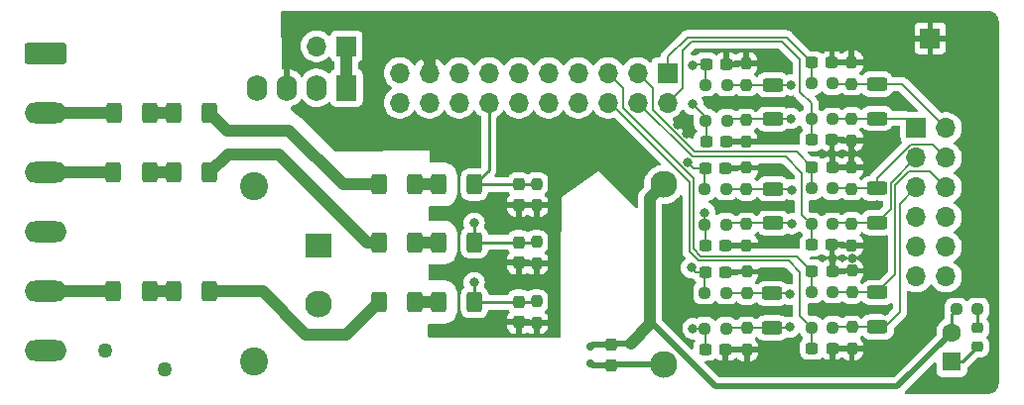
<source format=gbl>
G04 #@! TF.GenerationSoftware,KiCad,Pcbnew,7.0.0-da2b9df05c~163~ubuntu22.04.1*
G04 #@! TF.CreationDate,2023-02-25T14:43:59+01:00*
G04 #@! TF.ProjectId,power_board,706f7765-725f-4626-9f61-72642e6b6963,rev?*
G04 #@! TF.SameCoordinates,Original*
G04 #@! TF.FileFunction,Copper,L2,Bot*
G04 #@! TF.FilePolarity,Positive*
%FSLAX46Y46*%
G04 Gerber Fmt 4.6, Leading zero omitted, Abs format (unit mm)*
G04 Created by KiCad (PCBNEW 7.0.0-da2b9df05c~163~ubuntu22.04.1) date 2023-02-25 14:43:59*
%MOMM*%
%LPD*%
G01*
G04 APERTURE LIST*
G04 Aperture macros list*
%AMRoundRect*
0 Rectangle with rounded corners*
0 $1 Rounding radius*
0 $2 $3 $4 $5 $6 $7 $8 $9 X,Y pos of 4 corners*
0 Add a 4 corners polygon primitive as box body*
4,1,4,$2,$3,$4,$5,$6,$7,$8,$9,$2,$3,0*
0 Add four circle primitives for the rounded corners*
1,1,$1+$1,$2,$3*
1,1,$1+$1,$4,$5*
1,1,$1+$1,$6,$7*
1,1,$1+$1,$8,$9*
0 Add four rect primitives between the rounded corners*
20,1,$1+$1,$2,$3,$4,$5,0*
20,1,$1+$1,$4,$5,$6,$7,0*
20,1,$1+$1,$6,$7,$8,$9,0*
20,1,$1+$1,$8,$9,$2,$3,0*%
G04 Aperture macros list end*
G04 #@! TA.AperFunction,ComponentPad*
%ADD10R,1.700000X1.700000*%
G04 #@! TD*
G04 #@! TA.AperFunction,ComponentPad*
%ADD11O,1.700000X1.700000*%
G04 #@! TD*
G04 #@! TA.AperFunction,ComponentPad*
%ADD12R,1.600000X1.600000*%
G04 #@! TD*
G04 #@! TA.AperFunction,ComponentPad*
%ADD13C,1.600000*%
G04 #@! TD*
G04 #@! TA.AperFunction,ComponentPad*
%ADD14R,1.750000X2.250000*%
G04 #@! TD*
G04 #@! TA.AperFunction,ComponentPad*
%ADD15O,1.750000X2.250000*%
G04 #@! TD*
G04 #@! TA.AperFunction,ComponentPad*
%ADD16C,1.270000*%
G04 #@! TD*
G04 #@! TA.AperFunction,ComponentPad*
%ADD17C,2.400000*%
G04 #@! TD*
G04 #@! TA.AperFunction,ComponentPad*
%ADD18RoundRect,0.250000X-1.550000X0.650000X-1.550000X-0.650000X1.550000X-0.650000X1.550000X0.650000X0*%
G04 #@! TD*
G04 #@! TA.AperFunction,ComponentPad*
%ADD19O,3.600000X1.800000*%
G04 #@! TD*
G04 #@! TA.AperFunction,ComponentPad*
%ADD20R,2.300000X2.000000*%
G04 #@! TD*
G04 #@! TA.AperFunction,ComponentPad*
%ADD21C,2.300000*%
G04 #@! TD*
G04 #@! TA.AperFunction,SMDPad,CuDef*
%ADD22RoundRect,0.237500X-0.237500X0.300000X-0.237500X-0.300000X0.237500X-0.300000X0.237500X0.300000X0*%
G04 #@! TD*
G04 #@! TA.AperFunction,SMDPad,CuDef*
%ADD23RoundRect,0.250000X-0.400000X-0.625000X0.400000X-0.625000X0.400000X0.625000X-0.400000X0.625000X0*%
G04 #@! TD*
G04 #@! TA.AperFunction,SMDPad,CuDef*
%ADD24RoundRect,0.237500X-0.300000X-0.237500X0.300000X-0.237500X0.300000X0.237500X-0.300000X0.237500X0*%
G04 #@! TD*
G04 #@! TA.AperFunction,SMDPad,CuDef*
%ADD25RoundRect,0.250000X0.625000X-0.312500X0.625000X0.312500X-0.625000X0.312500X-0.625000X-0.312500X0*%
G04 #@! TD*
G04 #@! TA.AperFunction,SMDPad,CuDef*
%ADD26RoundRect,0.237500X-0.250000X-0.237500X0.250000X-0.237500X0.250000X0.237500X-0.250000X0.237500X0*%
G04 #@! TD*
G04 #@! TA.AperFunction,SMDPad,CuDef*
%ADD27RoundRect,0.237500X-0.237500X0.250000X-0.237500X-0.250000X0.237500X-0.250000X0.237500X0.250000X0*%
G04 #@! TD*
G04 #@! TA.AperFunction,SMDPad,CuDef*
%ADD28RoundRect,0.218750X0.256250X-0.218750X0.256250X0.218750X-0.256250X0.218750X-0.256250X-0.218750X0*%
G04 #@! TD*
G04 #@! TA.AperFunction,SMDPad,CuDef*
%ADD29RoundRect,0.237500X0.237500X-0.300000X0.237500X0.300000X-0.237500X0.300000X-0.237500X-0.300000X0*%
G04 #@! TD*
G04 #@! TA.AperFunction,SMDPad,CuDef*
%ADD30RoundRect,0.150000X0.200000X-0.150000X0.200000X0.150000X-0.200000X0.150000X-0.200000X-0.150000X0*%
G04 #@! TD*
G04 #@! TA.AperFunction,SMDPad,CuDef*
%ADD31RoundRect,0.237500X0.250000X0.237500X-0.250000X0.237500X-0.250000X-0.237500X0.250000X-0.237500X0*%
G04 #@! TD*
G04 #@! TA.AperFunction,ViaPad*
%ADD32C,0.800000*%
G04 #@! TD*
G04 #@! TA.AperFunction,ViaPad*
%ADD33C,1.000000*%
G04 #@! TD*
G04 #@! TA.AperFunction,Conductor*
%ADD34C,0.500000*%
G04 #@! TD*
G04 #@! TA.AperFunction,Conductor*
%ADD35C,0.250000*%
G04 #@! TD*
G04 #@! TA.AperFunction,Conductor*
%ADD36C,0.200000*%
G04 #@! TD*
G04 #@! TA.AperFunction,Conductor*
%ADD37C,1.000000*%
G04 #@! TD*
G04 APERTURE END LIST*
D10*
G04 #@! TO.P,J9,1,Pin_1*
G04 #@! TO.N,Board_0-/PowerBoard/I1N_0*
X165190999Y-88945999D03*
D11*
G04 #@! TO.P,J9,2,Pin_2*
G04 #@! TO.N,Board_0-/PowerBoard/I1P_0*
X165190999Y-91485999D03*
G04 #@! TO.P,J9,3,Pin_3*
G04 #@! TO.N,Board_0-/PowerBoard/I2N_0*
X162650999Y-88945999D03*
G04 #@! TO.P,J9,4,Pin_4*
G04 #@! TO.N,Board_0-/PowerBoard/I2P_0*
X162650999Y-91485999D03*
G04 #@! TO.P,J9,5,Pin_5*
G04 #@! TO.N,Board_0-/PowerBoard/I3N_0*
X160110999Y-88945999D03*
G04 #@! TO.P,J9,6,Pin_6*
G04 #@! TO.N,Board_0-/PowerBoard/I3P_0*
X160110999Y-91485999D03*
G04 #@! TO.P,J9,7,Pin_7*
G04 #@! TO.N,Board_0-/PowerBoard/I1N_1*
X157570999Y-88945999D03*
G04 #@! TO.P,J9,8,Pin_8*
G04 #@! TO.N,Board_0-/PowerBoard/I1P_1*
X157570999Y-91485999D03*
G04 #@! TO.P,J9,9,Pin_9*
G04 #@! TO.N,Board_0-/PowerBoard/I2N_1*
X155030999Y-88945999D03*
G04 #@! TO.P,J9,10,Pin_10*
G04 #@! TO.N,Board_0-/PowerBoard/I2P_1*
X155030999Y-91485999D03*
G04 #@! TO.P,J9,11,Pin_11*
G04 #@! TO.N,Board_0-/PowerBoard/I3N_1*
X152490999Y-88945999D03*
G04 #@! TO.P,J9,12,Pin_12*
G04 #@! TO.N,Board_0-/PowerBoard/I3P_1*
X152490999Y-91485999D03*
G04 #@! TO.P,J9,13,Pin_13*
G04 #@! TO.N,Board_0-+3.3VADC*
X149950999Y-88945999D03*
G04 #@! TO.P,J9,14,Pin_14*
G04 #@! TO.N,Board_0-/PowerBoard/U1_S*
X149950999Y-91485999D03*
G04 #@! TO.P,J9,15,Pin_15*
G04 #@! TO.N,Board_0-+3V3*
X147410999Y-88945999D03*
G04 #@! TO.P,J9,16,Pin_16*
G04 #@! TO.N,Board_0-/PowerBoard/U2_S*
X147410999Y-91485999D03*
G04 #@! TO.P,J9,17,Pin_17*
G04 #@! TO.N,Board_0-GNDREF*
X144870999Y-88945999D03*
G04 #@! TO.P,J9,18,Pin_18*
G04 #@! TO.N,Board_0-/PowerBoard/U3_S*
X144870999Y-91485999D03*
G04 #@! TO.P,J9,19,Pin_19*
G04 #@! TO.N,Board_0-GND*
X142330999Y-88945999D03*
G04 #@! TO.P,J9,20,Pin_20*
X142330999Y-91485999D03*
G04 #@! TD*
D10*
G04 #@! TO.P,J3,1,Pin_1*
G04 #@! TO.N,Board_0-GNDREF*
X187598799Y-85979199D03*
G04 #@! TD*
G04 #@! TO.P,J1,1,Pin_1*
G04 #@! TO.N,Board_0-GND*
X137794999Y-86652999D03*
D11*
G04 #@! TO.P,J1,2,Pin_2*
G04 #@! TO.N,Board_0-+3V3*
X135254999Y-86652999D03*
G04 #@! TD*
D10*
G04 #@! TO.P,J4,1,Pin_1*
G04 #@! TO.N,Board_0-/PowerBoard/IA0+*
X186404999Y-93649999D03*
D11*
G04 #@! TO.P,J4,2,Pin_2*
G04 #@! TO.N,Board_0-/PowerBoard/IA0-*
X188944999Y-93649999D03*
G04 #@! TO.P,J4,3,Pin_3*
G04 #@! TO.N,Board_0-/PowerBoard/IB0+*
X186404999Y-96189999D03*
G04 #@! TO.P,J4,4,Pin_4*
G04 #@! TO.N,Board_0-/PowerBoard/IB0-*
X188944999Y-96189999D03*
G04 #@! TO.P,J4,5,Pin_5*
G04 #@! TO.N,Board_0-/PowerBoard/IC0+*
X186404999Y-98729999D03*
G04 #@! TO.P,J4,6,Pin_6*
G04 #@! TO.N,Board_0-/PowerBoard/IC0-*
X188944999Y-98729999D03*
G04 #@! TO.P,J4,7,Pin_7*
G04 #@! TO.N,Board_0-/PowerBoard/IA1+*
X186404999Y-101269999D03*
G04 #@! TO.P,J4,8,Pin_8*
G04 #@! TO.N,Board_0-/PowerBoard/IA1-*
X188944999Y-101269999D03*
G04 #@! TO.P,J4,9,Pin_9*
G04 #@! TO.N,Board_0-/PowerBoard/IB1+*
X186404999Y-103809999D03*
G04 #@! TO.P,J4,10,Pin_10*
G04 #@! TO.N,Board_0-/PowerBoard/IB1-*
X188944999Y-103809999D03*
G04 #@! TO.P,J4,11,Pin_11*
G04 #@! TO.N,Board_0-/PowerBoard/IC1+*
X186404999Y-106349999D03*
G04 #@! TO.P,J4,12,Pin_12*
G04 #@! TO.N,Board_0-/PowerBoard/IC1-*
X188944999Y-106349999D03*
G04 #@! TD*
D12*
G04 #@! TO.P,C6,1*
G04 #@! TO.N,Board_0-+3V3*
X189427599Y-113614399D03*
D13*
G04 #@! TO.P,C6,2*
G04 #@! TO.N,Board_0-GND*
X189427600Y-111114400D03*
G04 #@! TD*
D14*
G04 #@! TO.P,PS2,1,-Vin*
G04 #@! TO.N,Board_0-GND*
X137789999Y-90208999D03*
D15*
G04 #@! TO.P,PS2,2,+Vin*
G04 #@! TO.N,Board_0-+3V3*
X135249999Y-90208999D03*
G04 #@! TO.P,PS2,3,-Vout*
G04 #@! TO.N,Board_0-GNDREF*
X132709999Y-90208999D03*
G04 #@! TO.P,PS2,4,+Vout*
G04 #@! TO.N,Board_0-+3.3VADC*
X130169999Y-90208999D03*
G04 #@! TD*
D16*
G04 #@! TO.P,F1,1*
G04 #@! TO.N,Board_0-/PowerBoard/UN*
X117190000Y-112700000D03*
G04 #@! TO.P,F1,2*
G04 #@! TO.N,Board_0-/PowerBoard/UN_{in1}*
X122290000Y-114300000D03*
G04 #@! TD*
D17*
G04 #@! TO.P,C1,1*
G04 #@! TO.N,Board_0-/PowerBoard/U1*
X129916000Y-98584000D03*
G04 #@! TO.P,C1,2*
G04 #@! TO.N,Board_0-/PowerBoard/UN_{in1}*
X129916000Y-113584000D03*
G04 #@! TD*
D18*
G04 #@! TO.P,J2,1,Pin_1*
G04 #@! TO.N,Board_0-/PowerBoard/U1*
X112110000Y-87300000D03*
D19*
G04 #@! TO.P,J2,2,Pin_2*
X112109999Y-92379999D03*
G04 #@! TO.P,J2,3,Pin_3*
G04 #@! TO.N,Board_0-/PowerBoard/U2*
X112109999Y-97459999D03*
G04 #@! TO.P,J2,4,Pin_4*
X112109999Y-102539999D03*
G04 #@! TO.P,J2,5,Pin_5*
G04 #@! TO.N,Board_0-/PowerBoard/U3*
X112109999Y-107619999D03*
G04 #@! TO.P,J2,6,Pin_6*
G04 #@! TO.N,Board_0-/PowerBoard/UN*
X112109999Y-112699999D03*
G04 #@! TD*
D20*
G04 #@! TO.P,PS1,1,AC/L*
G04 #@! TO.N,Board_0-/PowerBoard/U1*
X135440999Y-103663999D03*
D21*
G04 #@! TO.P,PS1,2,AC/N*
G04 #@! TO.N,Board_0-GNDREF*
X135441000Y-108664000D03*
G04 #@! TO.P,PS1,3,-Vout*
G04 #@! TO.N,Board_0-GND*
X164841000Y-98464000D03*
G04 #@! TO.P,PS1,4,+Vout*
G04 #@! TO.N,Board_0-+3V3*
X164841000Y-113864000D03*
G04 #@! TD*
D22*
G04 #@! TO.P,C5,1*
G04 #@! TO.N,Board_0-/PowerBoard/U3_S*
X152496000Y-108509000D03*
G04 #@! TO.P,C5,2*
G04 #@! TO.N,Board_0-GNDREF*
X152496000Y-110234000D03*
G04 #@! TD*
D23*
G04 #@! TO.P,R5,1*
G04 #@! TO.N,Board_0-/PowerBoard/U2_{1}*
X123006000Y-97448000D03*
G04 #@! TO.P,R5,2*
G04 #@! TO.N,Board_0-/PowerBoard/U2_{2}*
X126106000Y-97448000D03*
G04 #@! TD*
D24*
G04 #@! TO.P,C48,1*
G04 #@! TO.N,Board_0-/PowerBoard/I2N_1*
X168397500Y-97079000D03*
G04 #@! TO.P,C48,2*
G04 #@! TO.N,Board_0-GNDREF*
X170122500Y-97079000D03*
G04 #@! TD*
G04 #@! TO.P,C47,1*
G04 #@! TO.N,Board_0-/PowerBoard/I2P_1*
X168397500Y-103683000D03*
G04 #@! TO.P,C47,2*
G04 #@! TO.N,Board_0-GNDREF*
X170122500Y-103683000D03*
G04 #@! TD*
D23*
G04 #@! TO.P,R9,1*
G04 #@! TO.N,Board_0-/PowerBoard/U3_{2}*
X140532000Y-108534400D03*
G04 #@! TO.P,R9,2*
G04 #@! TO.N,Board_0-/PowerBoard/U3_{3}*
X143632000Y-108534400D03*
G04 #@! TD*
G04 #@! TO.P,R7,1*
G04 #@! TO.N,Board_0-/PowerBoard/U1_{2}*
X140532000Y-98476000D03*
G04 #@! TO.P,R7,2*
G04 #@! TO.N,Board_0-/PowerBoard/U1_{3}*
X143632000Y-98476000D03*
G04 #@! TD*
D25*
G04 #@! TO.P,R78,1*
G04 #@! TO.N,Board_0-/PowerBoard/IA1+*
X174164666Y-92888000D03*
G04 #@! TO.P,R78,2*
G04 #@! TO.N,Board_0-/PowerBoard/IA1-*
X174164666Y-89963000D03*
G04 #@! TD*
D24*
G04 #@! TO.P,C45,1*
G04 #@! TO.N,Board_0-/PowerBoard/I1P_1*
X168476166Y-94789000D03*
G04 #@! TO.P,C45,2*
G04 #@! TO.N,Board_0-GNDREF*
X170201166Y-94789000D03*
G04 #@! TD*
D25*
G04 #@! TO.P,R65,1*
G04 #@! TO.N,Board_0-/PowerBoard/IC0+*
X183103000Y-110648500D03*
G04 #@! TO.P,R65,2*
G04 #@! TO.N,Board_0-/PowerBoard/IC0-*
X183103000Y-107723500D03*
G04 #@! TD*
D26*
G04 #@! TO.P,R76,1*
G04 #@! TO.N,Board_0-/PowerBoard/I3P_0*
X177465000Y-110710000D03*
G04 #@! TO.P,R76,2*
G04 #@! TO.N,Board_0-/PowerBoard/IC0+*
X179290000Y-110710000D03*
G04 #@! TD*
D23*
G04 #@! TO.P,R2,1*
G04 #@! TO.N,Board_0-/PowerBoard/U2*
X117900000Y-97460000D03*
G04 #@! TO.P,R2,2*
G04 #@! TO.N,Board_0-/PowerBoard/U2_{1}*
X121000000Y-97460000D03*
G04 #@! TD*
D24*
G04 #@! TO.P,C39,1*
G04 #@! TO.N,Board_0-/PowerBoard/I1P_0*
X177493166Y-94666000D03*
G04 #@! TO.P,C39,2*
G04 #@! TO.N,Board_0-GNDREF*
X179218166Y-94666000D03*
G04 #@! TD*
D23*
G04 #@! TO.P,R12,1*
G04 #@! TO.N,Board_0-/PowerBoard/U3_{3}*
X145612000Y-108534400D03*
G04 #@! TO.P,R12,2*
G04 #@! TO.N,Board_0-/PowerBoard/U3_S*
X148712000Y-108534400D03*
G04 #@! TD*
D26*
G04 #@! TO.P,R74,1*
G04 #@! TO.N,Board_0-/PowerBoard/I2P_0*
X177443166Y-101867000D03*
G04 #@! TO.P,R74,2*
G04 #@! TO.N,Board_0-/PowerBoard/IB0+*
X179268166Y-101867000D03*
G04 #@! TD*
D27*
G04 #@! TO.P,R82,1*
G04 #@! TO.N,Board_0-GNDREF*
X171878666Y-88138000D03*
G04 #@! TO.P,R82,2*
G04 #@! TO.N,Board_0-/PowerBoard/IA1-*
X171878666Y-89963000D03*
G04 #@! TD*
D25*
G04 #@! TO.P,R79,1*
G04 #@! TO.N,Board_0-/PowerBoard/IB1+*
X174213000Y-101778000D03*
G04 #@! TO.P,R79,2*
G04 #@! TO.N,Board_0-/PowerBoard/IB1-*
X174213000Y-98853000D03*
G04 #@! TD*
D27*
G04 #@! TO.P,R69,1*
G04 #@! TO.N,Board_0-GNDREF*
X180895666Y-97017500D03*
G04 #@! TO.P,R69,2*
G04 #@! TO.N,Board_0-/PowerBoard/IB0-*
X180895666Y-98842500D03*
G04 #@! TD*
G04 #@! TO.P,R14,1*
G04 #@! TO.N,Board_0-/PowerBoard/U2_S*
X154020000Y-103379000D03*
G04 #@! TO.P,R14,2*
G04 #@! TO.N,Board_0-GNDREF*
X154020000Y-105204000D03*
G04 #@! TD*
G04 #@! TO.P,R15,1*
G04 #@! TO.N,Board_0-/PowerBoard/U3_S*
X154020000Y-108459000D03*
G04 #@! TO.P,R15,2*
G04 #@! TO.N,Board_0-GNDREF*
X154020000Y-110284000D03*
G04 #@! TD*
D23*
G04 #@! TO.P,R8,1*
G04 #@! TO.N,Board_0-/PowerBoard/U2_{2}*
X140532000Y-103429000D03*
G04 #@! TO.P,R8,2*
G04 #@! TO.N,Board_0-/PowerBoard/U2_{3}*
X143632000Y-103429000D03*
G04 #@! TD*
D26*
G04 #@! TO.P,R75,1*
G04 #@! TO.N,Board_0-/PowerBoard/I2N_0*
X177443166Y-98819000D03*
G04 #@! TO.P,R75,2*
G04 #@! TO.N,Board_0-/PowerBoard/IB0-*
X179268166Y-98819000D03*
G04 #@! TD*
D22*
G04 #@! TO.P,C3,1*
G04 #@! TO.N,Board_0-/PowerBoard/U1_S*
X152496000Y-98476000D03*
G04 #@! TO.P,C3,2*
G04 #@! TO.N,Board_0-GNDREF*
X152496000Y-100201000D03*
G04 #@! TD*
D24*
G04 #@! TO.P,C44,1*
G04 #@! TO.N,Board_0-/PowerBoard/I3N_0*
X177515000Y-105884000D03*
G04 #@! TO.P,C44,2*
G04 #@! TO.N,Board_0-GNDREF*
X179240000Y-105884000D03*
G04 #@! TD*
D25*
G04 #@! TO.P,R63,1*
G04 #@! TO.N,Board_0-/PowerBoard/IA0+*
X183054666Y-92826500D03*
G04 #@! TO.P,R63,2*
G04 #@! TO.N,Board_0-/PowerBoard/IA0-*
X183054666Y-89901500D03*
G04 #@! TD*
D24*
G04 #@! TO.P,C49,1*
G04 #@! TO.N,Board_0-/PowerBoard/I3P_1*
X168424000Y-112573000D03*
G04 #@! TO.P,C49,2*
G04 #@! TO.N,Board_0-GNDREF*
X170149000Y-112573000D03*
G04 #@! TD*
D27*
G04 #@! TO.P,R83,1*
G04 #@! TO.N,Board_0-/PowerBoard/IB1+*
X171927000Y-101881500D03*
G04 #@! TO.P,R83,2*
G04 #@! TO.N,Board_0-GNDREF*
X171927000Y-103706500D03*
G04 #@! TD*
G04 #@! TO.P,R81,1*
G04 #@! TO.N,Board_0-/PowerBoard/IA1+*
X171878666Y-92987500D03*
G04 #@! TO.P,R81,2*
G04 #@! TO.N,Board_0-GNDREF*
X171878666Y-94812500D03*
G04 #@! TD*
D28*
G04 #@! TO.P,D2,1,K*
G04 #@! TO.N,Board_0-+3V3*
X191638000Y-112332500D03*
G04 #@! TO.P,D2,2,A*
G04 #@! TO.N,Board_0-Net-(D2-A)*
X191638000Y-110757500D03*
G04 #@! TD*
D27*
G04 #@! TO.P,R84,1*
G04 #@! TO.N,Board_0-GNDREF*
X171927000Y-97055500D03*
G04 #@! TO.P,R84,2*
G04 #@! TO.N,Board_0-/PowerBoard/IB1-*
X171927000Y-98880500D03*
G04 #@! TD*
D26*
G04 #@! TO.P,R92,1*
G04 #@! TO.N,Board_0-/PowerBoard/I3N_1*
X168374000Y-107747000D03*
G04 #@! TO.P,R92,2*
G04 #@! TO.N,Board_0-/PowerBoard/IC1-*
X170199000Y-107747000D03*
G04 #@! TD*
D23*
G04 #@! TO.P,R1,1*
G04 #@! TO.N,Board_0-/PowerBoard/U1*
X117926000Y-92380000D03*
G04 #@! TO.P,R1,2*
G04 #@! TO.N,Board_0-/PowerBoard/U1_{1}*
X121026000Y-92380000D03*
G04 #@! TD*
D26*
G04 #@! TO.P,R90,1*
G04 #@! TO.N,Board_0-/PowerBoard/I2N_1*
X168347500Y-98857000D03*
G04 #@! TO.P,R90,2*
G04 #@! TO.N,Board_0-/PowerBoard/IB1-*
X170172500Y-98857000D03*
G04 #@! TD*
D27*
G04 #@! TO.P,R70,1*
G04 #@! TO.N,Board_0-/PowerBoard/IC0+*
X180917500Y-110686500D03*
G04 #@! TO.P,R70,2*
G04 #@! TO.N,Board_0-GNDREF*
X180917500Y-112511500D03*
G04 #@! TD*
D25*
G04 #@! TO.P,R80,1*
G04 #@! TO.N,Board_0-/PowerBoard/IC1+*
X174112500Y-110733500D03*
G04 #@! TO.P,R80,2*
G04 #@! TO.N,Board_0-/PowerBoard/IC1-*
X174112500Y-107808500D03*
G04 #@! TD*
D29*
G04 #@! TO.P,C2,1*
G04 #@! TO.N,Board_0-+3V3*
X160396000Y-113931500D03*
G04 #@! TO.P,C2,2*
G04 #@! TO.N,Board_0-GND*
X160396000Y-112206500D03*
G04 #@! TD*
D24*
G04 #@! TO.P,C43,1*
G04 #@! TO.N,Board_0-/PowerBoard/I3P_0*
X177515000Y-112488000D03*
G04 #@! TO.P,C43,2*
G04 #@! TO.N,Board_0-GNDREF*
X179240000Y-112488000D03*
G04 #@! TD*
D25*
G04 #@! TO.P,R64,1*
G04 #@! TO.N,Board_0-/PowerBoard/IB0+*
X183054666Y-101744000D03*
G04 #@! TO.P,R64,2*
G04 #@! TO.N,Board_0-/PowerBoard/IB0-*
X183054666Y-98819000D03*
G04 #@! TD*
D23*
G04 #@! TO.P,R4,1*
G04 #@! TO.N,Board_0-/PowerBoard/U1_{1}*
X123032000Y-92368000D03*
G04 #@! TO.P,R4,2*
G04 #@! TO.N,Board_0-/PowerBoard/U1_{2}*
X126132000Y-92368000D03*
G04 #@! TD*
D30*
G04 #@! TO.P,D1,1,A1*
G04 #@! TO.N,Board_0-GND*
X158618000Y-112369000D03*
G04 #@! TO.P,D1,2,A2*
G04 #@! TO.N,Board_0-+3V3*
X158618000Y-113769000D03*
G04 #@! TD*
D26*
G04 #@! TO.P,R77,1*
G04 #@! TO.N,Board_0-/PowerBoard/I3N_0*
X177465000Y-107662000D03*
G04 #@! TO.P,R77,2*
G04 #@! TO.N,Board_0-/PowerBoard/IC0-*
X179290000Y-107662000D03*
G04 #@! TD*
G04 #@! TO.P,R73,1*
G04 #@! TO.N,Board_0-/PowerBoard/I1N_0*
X177443166Y-89840000D03*
G04 #@! TO.P,R73,2*
G04 #@! TO.N,Board_0-/PowerBoard/IA0-*
X179268166Y-89840000D03*
G04 #@! TD*
D23*
G04 #@! TO.P,R6,1*
G04 #@! TO.N,Board_0-/PowerBoard/U3_{1}*
X123006000Y-107608000D03*
G04 #@! TO.P,R6,2*
G04 #@! TO.N,Board_0-/PowerBoard/U3_{2}*
X126106000Y-107608000D03*
G04 #@! TD*
D26*
G04 #@! TO.P,R91,1*
G04 #@! TO.N,Board_0-/PowerBoard/I3P_1*
X168350500Y-110795000D03*
G04 #@! TO.P,R91,2*
G04 #@! TO.N,Board_0-/PowerBoard/IC1+*
X170175500Y-110795000D03*
G04 #@! TD*
D23*
G04 #@! TO.P,R3,1*
G04 #@! TO.N,Board_0-/PowerBoard/U3*
X117900000Y-107620000D03*
G04 #@! TO.P,R3,2*
G04 #@! TO.N,Board_0-/PowerBoard/U3_{1}*
X121000000Y-107620000D03*
G04 #@! TD*
D24*
G04 #@! TO.P,C46,1*
G04 #@! TO.N,Board_0-/PowerBoard/I1N_1*
X168476166Y-88185000D03*
G04 #@! TO.P,C46,2*
G04 #@! TO.N,Board_0-GNDREF*
X170201166Y-88185000D03*
G04 #@! TD*
G04 #@! TO.P,C40,1*
G04 #@! TO.N,Board_0-/PowerBoard/I1N_0*
X177493166Y-88062000D03*
G04 #@! TO.P,C40,2*
G04 #@! TO.N,Board_0-GNDREF*
X179218166Y-88062000D03*
G04 #@! TD*
G04 #@! TO.P,C42,1*
G04 #@! TO.N,Board_0-/PowerBoard/I2N_0*
X177519666Y-97041000D03*
G04 #@! TO.P,C42,2*
G04 #@! TO.N,Board_0-GNDREF*
X179244666Y-97041000D03*
G04 #@! TD*
D26*
G04 #@! TO.P,R87,1*
G04 #@! TO.N,Board_0-/PowerBoard/I1P_1*
X168426166Y-93011000D03*
G04 #@! TO.P,R87,2*
G04 #@! TO.N,Board_0-/PowerBoard/IA1+*
X170251166Y-93011000D03*
G04 #@! TD*
D31*
G04 #@! TO.P,R22,1*
G04 #@! TO.N,Board_0-Net-(D2-A)*
X191661500Y-109132000D03*
G04 #@! TO.P,R22,2*
G04 #@! TO.N,Board_0-GND*
X189836500Y-109132000D03*
G04 #@! TD*
D27*
G04 #@! TO.P,R66,1*
G04 #@! TO.N,Board_0-/PowerBoard/IA0+*
X180895666Y-92864500D03*
G04 #@! TO.P,R66,2*
G04 #@! TO.N,Board_0-GNDREF*
X180895666Y-94689500D03*
G04 #@! TD*
D26*
G04 #@! TO.P,R89,1*
G04 #@! TO.N,Board_0-/PowerBoard/I2P_1*
X168347500Y-101905000D03*
G04 #@! TO.P,R89,2*
G04 #@! TO.N,Board_0-/PowerBoard/IB1+*
X170172500Y-101905000D03*
G04 #@! TD*
D27*
G04 #@! TO.P,R67,1*
G04 #@! TO.N,Board_0-GNDREF*
X180895666Y-88038500D03*
G04 #@! TO.P,R67,2*
G04 #@! TO.N,Board_0-/PowerBoard/IA0-*
X180895666Y-89863500D03*
G04 #@! TD*
G04 #@! TO.P,R13,1*
G04 #@! TO.N,Board_0-/PowerBoard/U1_S*
X154020000Y-98426000D03*
G04 #@! TO.P,R13,2*
G04 #@! TO.N,Board_0-GNDREF*
X154020000Y-100251000D03*
G04 #@! TD*
G04 #@! TO.P,R85,1*
G04 #@! TO.N,Board_0-/PowerBoard/IC1+*
X171953500Y-110771500D03*
G04 #@! TO.P,R85,2*
G04 #@! TO.N,Board_0-GNDREF*
X171953500Y-112596500D03*
G04 #@! TD*
D24*
G04 #@! TO.P,C50,1*
G04 #@! TO.N,Board_0-/PowerBoard/I3N_1*
X168397500Y-105969000D03*
G04 #@! TO.P,C50,2*
G04 #@! TO.N,Board_0-GNDREF*
X170122500Y-105969000D03*
G04 #@! TD*
D26*
G04 #@! TO.P,R88,1*
G04 #@! TO.N,Board_0-/PowerBoard/I1N_1*
X168426166Y-89963000D03*
G04 #@! TO.P,R88,2*
G04 #@! TO.N,Board_0-/PowerBoard/IA1-*
X170251166Y-89963000D03*
G04 #@! TD*
G04 #@! TO.P,R72,1*
G04 #@! TO.N,Board_0-/PowerBoard/I1P_0*
X177443166Y-92888000D03*
G04 #@! TO.P,R72,2*
G04 #@! TO.N,Board_0-/PowerBoard/IA0+*
X179268166Y-92888000D03*
G04 #@! TD*
D24*
G04 #@! TO.P,C41,1*
G04 #@! TO.N,Board_0-/PowerBoard/I2P_0*
X177493166Y-103645000D03*
G04 #@! TO.P,C41,2*
G04 #@! TO.N,Board_0-GNDREF*
X179218166Y-103645000D03*
G04 #@! TD*
D27*
G04 #@! TO.P,R71,1*
G04 #@! TO.N,Board_0-GNDREF*
X180917500Y-105860500D03*
G04 #@! TO.P,R71,2*
G04 #@! TO.N,Board_0-/PowerBoard/IC0-*
X180917500Y-107685500D03*
G04 #@! TD*
G04 #@! TO.P,R86,1*
G04 #@! TO.N,Board_0-GNDREF*
X171953500Y-105945500D03*
G04 #@! TO.P,R86,2*
G04 #@! TO.N,Board_0-/PowerBoard/IC1-*
X171953500Y-107770500D03*
G04 #@! TD*
D23*
G04 #@! TO.P,R11,1*
G04 #@! TO.N,Board_0-/PowerBoard/U2_{3}*
X145612000Y-103429000D03*
G04 #@! TO.P,R11,2*
G04 #@! TO.N,Board_0-/PowerBoard/U2_S*
X148712000Y-103429000D03*
G04 #@! TD*
D27*
G04 #@! TO.P,R68,1*
G04 #@! TO.N,Board_0-/PowerBoard/IB0+*
X180895666Y-101843500D03*
G04 #@! TO.P,R68,2*
G04 #@! TO.N,Board_0-GNDREF*
X180895666Y-103668500D03*
G04 #@! TD*
D22*
G04 #@! TO.P,C4,1*
G04 #@! TO.N,Board_0-/PowerBoard/U2_S*
X152496000Y-103429000D03*
G04 #@! TO.P,C4,2*
G04 #@! TO.N,Board_0-GNDREF*
X152496000Y-105154000D03*
G04 #@! TD*
D23*
G04 #@! TO.P,R10,1*
G04 #@! TO.N,Board_0-/PowerBoard/U1_{3}*
X145612000Y-98476000D03*
G04 #@! TO.P,R10,2*
G04 #@! TO.N,Board_0-/PowerBoard/U1_S*
X148712000Y-98476000D03*
G04 #@! TD*
D32*
G04 #@! TO.N,Board_0-/PowerBoard/I1N_1*
X167355000Y-88316000D03*
G04 #@! TO.N,Board_0-/PowerBoard/I1P_1*
X167355000Y-91618000D03*
G04 #@! TO.N,Board_0-/PowerBoard/I2N_1*
X166880669Y-96562752D03*
G04 #@! TO.N,Board_0-/PowerBoard/I2P_1*
X168371000Y-100889000D03*
G04 #@! TO.N,Board_0-/PowerBoard/I3N_1*
X167228000Y-105588000D03*
G04 #@! TO.N,Board_0-/PowerBoard/I3P_1*
X167355000Y-110795000D03*
G04 #@! TO.N,Board_0-/PowerBoard/IA1+*
X175673500Y-92824500D03*
G04 #@! TO.N,Board_0-/PowerBoard/IA1-*
X175737000Y-89967000D03*
G04 #@! TO.N,Board_0-/PowerBoard/IB1+*
X175800500Y-101841500D03*
G04 #@! TO.N,Board_0-/PowerBoard/IB1-*
X175800500Y-98920500D03*
G04 #@! TO.N,Board_0-/PowerBoard/IC1+*
X175610000Y-110668000D03*
G04 #@! TO.N,Board_0-/PowerBoard/IC1-*
X175610000Y-107874000D03*
G04 #@! TO.N,Board_0-/PowerBoard/U2_S*
X148686000Y-101778000D03*
G04 #@! TO.N,Board_0-/PowerBoard/U3_S*
X148686000Y-106858000D03*
D33*
G04 #@! TO.N,Board_0-GND*
X162047000Y-112053000D03*
D32*
G04 #@! TO.N,Board_0-GNDREF*
X174594000Y-97206000D03*
X154020000Y-106858000D03*
X176041800Y-114071600D03*
X182849000Y-104826000D03*
X179293000Y-104826000D03*
X170022000Y-84633000D03*
X150464000Y-106096000D03*
X175610000Y-91364000D03*
X172943000Y-91491000D03*
X191799000Y-96173000D03*
X155544000Y-98476000D03*
X155544000Y-108509000D03*
X174594000Y-88189000D03*
X169514000Y-91491000D03*
X161031000Y-94908000D03*
X171165000Y-91491000D03*
X146273000Y-106096000D03*
X136901000Y-95035000D03*
X155544000Y-103302000D03*
X146146000Y-94158000D03*
X182214000Y-94666000D03*
X167990000Y-109271000D03*
X166847000Y-94158000D03*
X172181000Y-100381000D03*
X173628800Y-114071600D03*
X180944000Y-104826000D03*
X177261000Y-84633000D03*
X170149000Y-109271000D03*
X174594000Y-106096000D03*
X133770500Y-92069500D03*
X174594000Y-103429000D03*
X186659000Y-88443000D03*
X180944000Y-95809000D03*
X178454800Y-114071600D03*
X150464000Y-100889000D03*
X173324000Y-88189000D03*
X150718000Y-109779000D03*
X165349000Y-105830000D03*
X180867800Y-114071600D03*
X173324000Y-97206000D03*
X183103000Y-100254000D03*
X183738000Y-109271000D03*
X184754000Y-91491000D03*
X158465000Y-94031000D03*
X152496000Y-101778000D03*
X167609000Y-84633000D03*
X164621000Y-84616000D03*
X146146000Y-96190000D03*
X132710000Y-87923000D03*
X175483000Y-109271000D03*
X155544000Y-100254000D03*
X188564000Y-90094000D03*
X152496000Y-106858000D03*
X146273000Y-100889000D03*
X154969000Y-84616000D03*
X184687000Y-94522000D03*
X186125600Y-110058400D03*
X184500000Y-87046000D03*
X184881000Y-112192000D03*
X142870000Y-85764000D03*
X171215800Y-114071600D03*
X191799000Y-93760000D03*
X165857000Y-100496000D03*
X182849000Y-103429000D03*
X132710000Y-86653000D03*
X182214000Y-88062000D03*
X155544000Y-105207000D03*
X143886000Y-94273000D03*
X173324000Y-103429000D03*
X152496000Y-96444000D03*
X173324000Y-94539000D03*
X153258000Y-94412000D03*
X172435000Y-84633000D03*
X191799000Y-98586000D03*
X166085000Y-93396000D03*
X135631000Y-93892000D03*
X179674000Y-84633000D03*
X154020000Y-101778000D03*
X169768000Y-100381000D03*
X191799000Y-100999000D03*
X157068000Y-94031000D03*
X162208000Y-84616000D03*
X174594000Y-94539000D03*
X191799000Y-103412000D03*
X172562000Y-109271000D03*
X157475000Y-96940000D03*
X174848000Y-84633000D03*
X155544000Y-109779000D03*
X173324000Y-106096000D03*
X148686000Y-94285000D03*
X182722000Y-113843000D03*
X175610000Y-100381000D03*
X182087000Y-85649000D03*
X159795000Y-84616000D03*
X187395600Y-108534400D03*
X182849000Y-106096000D03*
X169540000Y-114085000D03*
X179166000Y-95809000D03*
X191799000Y-105825000D03*
X151353000Y-94285000D03*
X157382000Y-84616000D03*
X182214000Y-96952000D03*
X152556000Y-84616000D03*
X154020000Y-96444000D03*
G04 #@! TD*
D34*
G04 #@! TO.N,Board_0-+3V3*
X158780500Y-113931500D02*
X158618000Y-113769000D01*
D35*
X191638000Y-112332500D02*
X190356100Y-113614400D01*
D34*
X160396000Y-113931500D02*
X158780500Y-113931500D01*
D35*
X190356100Y-113614400D02*
X189427600Y-113614400D01*
D34*
X160463500Y-113864000D02*
X160396000Y-113931500D01*
X164841000Y-113864000D02*
X160463500Y-113864000D01*
D36*
G04 #@! TO.N,Board_0-/PowerBoard/I1N_0*
X177388000Y-87935000D02*
X175337000Y-85884000D01*
X175337000Y-85884000D02*
X166866000Y-85884000D01*
X166866000Y-85884000D02*
X165191000Y-87559000D01*
X177493166Y-88062000D02*
X177388000Y-87956834D01*
X165191000Y-87559000D02*
X165191000Y-88946000D01*
X177443166Y-88112000D02*
X177493166Y-88062000D01*
X177443166Y-89840000D02*
X177443166Y-88112000D01*
X177388000Y-87956834D02*
X177388000Y-87935000D01*
G04 #@! TO.N,Board_0-/PowerBoard/I1N_1*
X168426166Y-89963000D02*
X168426166Y-88235000D01*
X168476166Y-88185000D02*
X167486000Y-88185000D01*
X168426166Y-88235000D02*
X168476166Y-88185000D01*
X167486000Y-88185000D02*
X167355000Y-88316000D01*
G04 #@! TO.N,Board_0-/PowerBoard/I1P_0*
X176499000Y-90582017D02*
X176499000Y-87808000D01*
X177493166Y-92938000D02*
X177443166Y-92888000D01*
X177443166Y-91526183D02*
X176499000Y-90582017D01*
X176499000Y-87808000D02*
X174975000Y-86284000D01*
X177443166Y-92888000D02*
X177443166Y-91526183D01*
X166466000Y-90211000D02*
X165191000Y-91486000D01*
X167228000Y-86284000D02*
X166466000Y-87046000D01*
X174975000Y-86284000D02*
X167228000Y-86284000D01*
X177493166Y-94666000D02*
X177493166Y-92938000D01*
X166466000Y-87046000D02*
X166466000Y-90211000D01*
G04 #@! TO.N,Board_0-/PowerBoard/I1P_1*
X168476166Y-94789000D02*
X168476166Y-93061000D01*
X168426166Y-93011000D02*
X168426166Y-92689166D01*
X168426166Y-92689166D02*
X167355000Y-91618000D01*
X168476166Y-93061000D02*
X168426166Y-93011000D01*
G04 #@! TO.N,Board_0-/PowerBoard/I2N_0*
X167502288Y-95700000D02*
X163926000Y-92123712D01*
X177519666Y-97041000D02*
X176178666Y-95700000D01*
X177443166Y-97117500D02*
X177519666Y-97041000D01*
X177443166Y-98819000D02*
X177443166Y-97117500D01*
X176178666Y-95700000D02*
X167502288Y-95700000D01*
X163926000Y-92123712D02*
X163926000Y-90221000D01*
X163926000Y-90221000D02*
X162651000Y-88946000D01*
G04 #@! TO.N,Board_0-/PowerBoard/I2N_1*
X168397500Y-97079000D02*
X167396917Y-97079000D01*
X168347500Y-98857000D02*
X168347500Y-97129000D01*
X168347500Y-97129000D02*
X168397500Y-97079000D01*
X167396917Y-97079000D02*
X166880669Y-96562752D01*
G04 #@! TO.N,Board_0-/PowerBoard/I2P_0*
X177443166Y-101867000D02*
X176655666Y-101079500D01*
X176655666Y-101079500D02*
X176655666Y-97489666D01*
X175266000Y-96100000D02*
X167303000Y-96100000D01*
X177443166Y-103595000D02*
X177493166Y-103645000D01*
X176655666Y-97489666D02*
X175266000Y-96100000D01*
X162689000Y-91486000D02*
X162651000Y-91486000D01*
X167303000Y-96100000D02*
X162689000Y-91486000D01*
X177443166Y-101867000D02*
X177443166Y-103595000D01*
G04 #@! TO.N,Board_0-/PowerBoard/I2P_1*
X168347500Y-100912500D02*
X168371000Y-100889000D01*
X168397500Y-101955000D02*
X168347500Y-101905000D01*
X168347500Y-101905000D02*
X168347500Y-100912500D01*
X168397500Y-103683000D02*
X168397500Y-101955000D01*
G04 #@! TO.N,Board_0-/PowerBoard/I3N_0*
X177465000Y-105934000D02*
X177515000Y-105884000D01*
X177465000Y-107662000D02*
X177465000Y-105934000D01*
X161386000Y-90221000D02*
X160111000Y-88946000D01*
X177515000Y-105884000D02*
X176225000Y-104594000D01*
X168010860Y-104594000D02*
X167381000Y-103964140D01*
X167381000Y-103964140D02*
X167381000Y-97956000D01*
X176225000Y-104594000D02*
X168010860Y-104594000D01*
X161386000Y-91961000D02*
X161386000Y-90221000D01*
X167381000Y-97956000D02*
X161386000Y-91961000D01*
G04 #@! TO.N,Board_0-/PowerBoard/I3N_1*
X167609000Y-105969000D02*
X167228000Y-105588000D01*
X168374000Y-105992500D02*
X168397500Y-105969000D01*
X168374000Y-107747000D02*
X168374000Y-105992500D01*
X168397500Y-105969000D02*
X167609000Y-105969000D01*
G04 #@! TO.N,Board_0-/PowerBoard/I3P_0*
X175524000Y-104994000D02*
X167845174Y-104994000D01*
X176499000Y-109744000D02*
X176499000Y-105969000D01*
X177515000Y-110760000D02*
X177465000Y-110710000D01*
X176499000Y-105969000D02*
X175524000Y-104994000D01*
X160276000Y-91486000D02*
X160111000Y-91486000D01*
X167054000Y-98264000D02*
X160276000Y-91486000D01*
X177465000Y-110710000D02*
X176499000Y-109744000D01*
X167054000Y-104202826D02*
X167054000Y-98264000D01*
X177515000Y-112488000D02*
X177515000Y-110760000D01*
X167845174Y-104994000D02*
X167054000Y-104202826D01*
G04 #@! TO.N,Board_0-/PowerBoard/I3P_1*
X168424000Y-112573000D02*
X168424000Y-110868500D01*
X168350500Y-110795000D02*
X167355000Y-110795000D01*
G04 #@! TO.N,Board_0-/PowerBoard/IA0+*
X183054666Y-92826500D02*
X179329666Y-92826500D01*
X186405000Y-93650000D02*
X185581500Y-92826500D01*
X179329666Y-92826500D02*
X179268166Y-92888000D01*
X185581500Y-92826500D02*
X183054666Y-92826500D01*
G04 #@! TO.N,Board_0-/PowerBoard/IA0-*
X185196500Y-89901500D02*
X183054666Y-89901500D01*
X183054666Y-89901500D02*
X179329666Y-89901500D01*
X179329666Y-89901500D02*
X179268166Y-89840000D01*
X188945000Y-93650000D02*
X185196500Y-89901500D01*
G04 #@! TO.N,Board_0-/PowerBoard/IA1+*
X175610000Y-92888000D02*
X174164666Y-92888000D01*
X175673500Y-92824500D02*
X175610000Y-92888000D01*
X174164666Y-92888000D02*
X170374166Y-92888000D01*
X170374166Y-92888000D02*
X170251166Y-93011000D01*
G04 #@! TO.N,Board_0-/PowerBoard/IA1-*
X175737000Y-89967000D02*
X175733000Y-89963000D01*
X174164666Y-89963000D02*
X171878666Y-89963000D01*
X171878666Y-89963000D02*
X170251166Y-89963000D01*
X175733000Y-89963000D02*
X174164666Y-89963000D01*
G04 #@! TO.N,Board_0-/PowerBoard/IB0+*
X186405000Y-96190000D02*
X184229666Y-98365334D01*
X179391166Y-101744000D02*
X179268166Y-101867000D01*
X184229666Y-98365334D02*
X184229666Y-100569000D01*
X183054666Y-101744000D02*
X179391166Y-101744000D01*
X184229666Y-100569000D02*
X183054666Y-101744000D01*
G04 #@! TO.N,Board_0-/PowerBoard/IB0-*
X185928654Y-95040000D02*
X183054666Y-97913988D01*
X183054666Y-97913988D02*
X183054666Y-98819000D01*
X188945000Y-96190000D02*
X187795000Y-95040000D01*
X183054666Y-98819000D02*
X179268166Y-98819000D01*
X187795000Y-95040000D02*
X185928654Y-95040000D01*
G04 #@! TO.N,Board_0-/PowerBoard/IB1+*
X174213000Y-101778000D02*
X170299500Y-101778000D01*
X175800500Y-101841500D02*
X175737000Y-101778000D01*
X175737000Y-101778000D02*
X174213000Y-101778000D01*
X170299500Y-101778000D02*
X170172500Y-101905000D01*
G04 #@! TO.N,Board_0-/PowerBoard/IB1-*
X175800500Y-98920500D02*
X175733000Y-98853000D01*
X170176500Y-98853000D02*
X170172500Y-98857000D01*
X174213000Y-98853000D02*
X170176500Y-98853000D01*
X175733000Y-98853000D02*
X174213000Y-98853000D01*
G04 #@! TO.N,Board_0-/PowerBoard/IC0+*
X185029666Y-109376334D02*
X183757500Y-110648500D01*
X185029666Y-100105334D02*
X185029666Y-109376334D01*
X183757500Y-110648500D02*
X183103000Y-110648500D01*
X186405000Y-98730000D02*
X185029666Y-100105334D01*
X179351500Y-110648500D02*
X179290000Y-110710000D01*
X183103000Y-110648500D02*
X179351500Y-110648500D01*
G04 #@! TO.N,Board_0-/PowerBoard/IC0-*
X184629666Y-98531020D02*
X184629666Y-106196834D01*
X187555000Y-97340000D02*
X185820686Y-97340000D01*
X179351500Y-107723500D02*
X179290000Y-107662000D01*
X185820686Y-97340000D02*
X184629666Y-98531020D01*
X188945000Y-98730000D02*
X187555000Y-97340000D01*
X184629666Y-106196834D02*
X183103000Y-107723500D01*
X183103000Y-107723500D02*
X179351500Y-107723500D01*
G04 #@! TO.N,Board_0-/PowerBoard/IC1+*
X174112500Y-110733500D02*
X170237000Y-110733500D01*
X175610000Y-110668000D02*
X175544500Y-110733500D01*
X175544500Y-110733500D02*
X174112500Y-110733500D01*
X170237000Y-110733500D02*
X170175500Y-110795000D01*
G04 #@! TO.N,Board_0-/PowerBoard/IC1-*
X175610000Y-107874000D02*
X175544500Y-107808500D01*
X170260500Y-107808500D02*
X170199000Y-107747000D01*
X175544500Y-107808500D02*
X174112500Y-107808500D01*
X174112500Y-107808500D02*
X170260500Y-107808500D01*
D37*
G04 #@! TO.N,Board_0-/PowerBoard/U1*
X117926000Y-92380000D02*
X112110000Y-92380000D01*
D35*
G04 #@! TO.N,Board_0-/PowerBoard/U1_S*
X148712000Y-98476000D02*
X149956000Y-97232000D01*
X153970000Y-98476000D02*
X154020000Y-98426000D01*
X149956000Y-97232000D02*
X149956000Y-91491000D01*
X148712000Y-98476000D02*
X153970000Y-98476000D01*
X149956000Y-91491000D02*
X149951000Y-91486000D01*
D37*
G04 #@! TO.N,Board_0-/PowerBoard/U1_{1}*
X123020000Y-92380000D02*
X123032000Y-92368000D01*
X121026000Y-92380000D02*
X123020000Y-92380000D01*
G04 #@! TO.N,Board_0-/PowerBoard/U1_{2}*
X132897994Y-93884000D02*
X137489994Y-98476000D01*
X126132000Y-92368000D02*
X127648000Y-93884000D01*
X127648000Y-93884000D02*
X132897994Y-93884000D01*
X137489994Y-98476000D02*
X140532000Y-98476000D01*
G04 #@! TO.N,Board_0-/PowerBoard/U1_{3}*
X143632000Y-98476000D02*
X145612000Y-98476000D01*
G04 #@! TO.N,Board_0-/PowerBoard/U2*
X117900000Y-97460000D02*
X112110000Y-97460000D01*
D35*
G04 #@! TO.N,Board_0-/PowerBoard/U2_S*
X148712000Y-103429000D02*
X148712000Y-101804000D01*
X148712000Y-101804000D02*
X148686000Y-101778000D01*
X153970000Y-103429000D02*
X154020000Y-103379000D01*
X148712000Y-103429000D02*
X153970000Y-103429000D01*
D37*
G04 #@! TO.N,Board_0-/PowerBoard/U2_{1}*
X121000000Y-97460000D02*
X122994000Y-97460000D01*
X122994000Y-97460000D02*
X123006000Y-97448000D01*
G04 #@! TO.N,Board_0-/PowerBoard/U2_{2}*
X127670000Y-95884000D02*
X132035000Y-95884000D01*
X139580000Y-103429000D02*
X140532000Y-103429000D01*
X132035000Y-95884000D02*
X139580000Y-103429000D01*
X126106000Y-97448000D02*
X127670000Y-95884000D01*
G04 #@! TO.N,Board_0-/PowerBoard/U2_{3}*
X143632000Y-103429000D02*
X145612000Y-103429000D01*
G04 #@! TO.N,Board_0-/PowerBoard/U3*
X112110000Y-107620000D02*
X117900000Y-107620000D01*
D35*
G04 #@! TO.N,Board_0-/PowerBoard/U3_S*
X153944600Y-108534400D02*
X154020000Y-108459000D01*
X148712000Y-108534400D02*
X148712000Y-106884000D01*
X148712000Y-108534400D02*
X153944600Y-108534400D01*
X148712000Y-106884000D02*
X148686000Y-106858000D01*
D37*
G04 #@! TO.N,Board_0-/PowerBoard/U3_{1}*
X121000000Y-107620000D02*
X122994000Y-107620000D01*
X122994000Y-107620000D02*
X123006000Y-107608000D01*
G04 #@! TO.N,Board_0-/PowerBoard/U3_{2}*
X126106000Y-107608000D02*
X130637334Y-107608000D01*
X134343334Y-111314000D02*
X137752400Y-111314000D01*
X137752400Y-111314000D02*
X140532000Y-108534400D01*
X130637334Y-107608000D02*
X134343334Y-111314000D01*
G04 #@! TO.N,Board_0-/PowerBoard/U3_{3}*
X143632000Y-108534400D02*
X145612000Y-108534400D01*
G04 #@! TO.N,Board_0-GND*
X164841000Y-98464000D02*
X163691000Y-99614000D01*
D34*
X163691000Y-110409000D02*
X163959000Y-110409000D01*
X169286000Y-115736000D02*
X184806000Y-115736000D01*
X158780500Y-112206500D02*
X158618000Y-112369000D01*
X162047000Y-112053000D02*
X160549500Y-112053000D01*
D35*
X189427600Y-109540900D02*
X189836500Y-109132000D01*
D34*
X163959000Y-110409000D02*
X169286000Y-115736000D01*
X160549500Y-112053000D02*
X160396000Y-112206500D01*
D37*
X163691000Y-108751000D02*
X163691000Y-110409000D01*
D35*
X189427600Y-111114400D02*
X189427600Y-109540900D01*
D37*
X137790000Y-90209000D02*
X137790000Y-86658000D01*
X163691000Y-99614000D02*
X163691000Y-106719000D01*
X163691000Y-110409000D02*
X162047000Y-112053000D01*
X163691000Y-106719000D02*
X163691000Y-108751000D01*
X137790000Y-86658000D02*
X137795000Y-86653000D01*
D34*
X184806000Y-115736000D02*
X189427600Y-111114400D01*
X160396000Y-112206500D02*
X158780500Y-112206500D01*
D35*
G04 #@! TO.N,Board_0-GNDREF*
X171927000Y-103706500D02*
X173046500Y-103706500D01*
D37*
X144871000Y-88946000D02*
X144871000Y-87765000D01*
D35*
X171930000Y-105969000D02*
X171953500Y-105945500D01*
X170149000Y-112573000D02*
X171930000Y-112573000D01*
X173173500Y-97055500D02*
X173324000Y-97206000D01*
X173173500Y-105945500D02*
X173324000Y-106096000D01*
X171903500Y-103683000D02*
X171927000Y-103706500D01*
X171878666Y-94812500D02*
X173050500Y-94812500D01*
X171930000Y-112573000D02*
X171953500Y-112596500D01*
X171903500Y-97079000D02*
X171927000Y-97055500D01*
X171878666Y-88138000D02*
X173273000Y-88138000D01*
X171953500Y-105945500D02*
X173173500Y-105945500D01*
X173273000Y-88138000D02*
X173324000Y-88189000D01*
X170122500Y-103683000D02*
X171903500Y-103683000D01*
X173046500Y-103706500D02*
X173324000Y-103429000D01*
D37*
X144871000Y-87765000D02*
X142870000Y-85764000D01*
D35*
X171831666Y-88185000D02*
X171878666Y-88138000D01*
X171927000Y-97055500D02*
X173173500Y-97055500D01*
X173050500Y-94812500D02*
X173324000Y-94539000D01*
X170201166Y-94789000D02*
X171855166Y-94789000D01*
X170201166Y-88185000D02*
X171831666Y-88185000D01*
X170122500Y-97079000D02*
X171903500Y-97079000D01*
X171855166Y-94789000D02*
X171878666Y-94812500D01*
X170122500Y-105969000D02*
X171930000Y-105969000D01*
G04 #@! TO.N,Board_0-Net-(D2-A)*
X191638000Y-109155500D02*
X191661500Y-109132000D01*
X191638000Y-110757500D02*
X191638000Y-109155500D01*
G04 #@! TD*
G04 #@! TA.AperFunction,Conductor*
G04 #@! TO.N,Board_0-GNDREF*
G36*
X149322500Y-96918233D02*
G01*
X149313061Y-96965686D01*
X149286180Y-97005915D01*
X149235912Y-97056182D01*
X149195684Y-97083061D01*
X149148232Y-97092500D01*
X148264604Y-97092500D01*
X148264584Y-97092500D01*
X148261456Y-97092501D01*
X148258343Y-97092818D01*
X148258323Y-97092820D01*
X148164313Y-97102424D01*
X148164307Y-97102425D01*
X148157574Y-97103113D01*
X148151144Y-97105243D01*
X148151142Y-97105244D01*
X147996122Y-97156611D01*
X147996115Y-97156613D01*
X147989262Y-97158885D01*
X147983121Y-97162672D01*
X147983112Y-97162677D01*
X147850802Y-97244288D01*
X147838348Y-97251970D01*
X147833240Y-97257077D01*
X147833236Y-97257081D01*
X147718081Y-97372236D01*
X147718077Y-97372240D01*
X147712970Y-97377348D01*
X147709178Y-97383495D01*
X147709177Y-97383497D01*
X147623677Y-97522112D01*
X147623672Y-97522121D01*
X147619885Y-97528262D01*
X147617613Y-97535115D01*
X147617611Y-97535122D01*
X147566241Y-97690149D01*
X147566239Y-97690157D01*
X147564113Y-97696574D01*
X147563425Y-97703302D01*
X147563425Y-97703305D01*
X147553819Y-97797325D01*
X147553818Y-97797340D01*
X147553500Y-97800455D01*
X147553500Y-97803601D01*
X147553500Y-97803602D01*
X147553500Y-99148395D01*
X147553500Y-99148414D01*
X147553501Y-99151544D01*
X147553819Y-99154657D01*
X147553820Y-99154676D01*
X147563247Y-99246953D01*
X147564113Y-99255426D01*
X147566244Y-99261857D01*
X147617611Y-99416877D01*
X147617612Y-99416880D01*
X147619885Y-99423738D01*
X147623674Y-99429881D01*
X147623677Y-99429887D01*
X147680493Y-99521999D01*
X147712970Y-99574652D01*
X147838348Y-99700030D01*
X147879165Y-99725206D01*
X147983112Y-99789322D01*
X147983114Y-99789323D01*
X147989262Y-99793115D01*
X148157574Y-99848887D01*
X148261455Y-99859500D01*
X149162544Y-99859499D01*
X149266426Y-99848887D01*
X149434738Y-99793115D01*
X149585652Y-99700030D01*
X149711030Y-99574652D01*
X149804115Y-99423738D01*
X149859887Y-99255426D01*
X149863414Y-99220896D01*
X149883839Y-99164359D01*
X149928453Y-99124071D01*
X149986773Y-99109500D01*
X151518503Y-99109500D01*
X151578935Y-99125222D01*
X151624041Y-99168403D01*
X151665548Y-99235696D01*
X151665550Y-99235699D01*
X151669342Y-99241846D01*
X151674449Y-99246952D01*
X151674449Y-99246953D01*
X151684324Y-99256828D01*
X151716417Y-99312411D01*
X151716420Y-99376593D01*
X151684335Y-99432180D01*
X151681164Y-99435350D01*
X151672262Y-99446610D01*
X151589340Y-99581047D01*
X151583274Y-99594055D01*
X151533447Y-99744424D01*
X151530631Y-99757580D01*
X151521319Y-99848723D01*
X151521000Y-99855000D01*
X151521000Y-99934674D01*
X151524450Y-99947549D01*
X151537326Y-99951000D01*
X153415613Y-99951000D01*
X153463066Y-99960439D01*
X153503294Y-99987319D01*
X153513186Y-99997211D01*
X153527326Y-100001000D01*
X154978673Y-100001000D01*
X154991548Y-99997549D01*
X154994999Y-99984674D01*
X154994999Y-99955003D01*
X154994678Y-99948720D01*
X154985369Y-99857587D01*
X154982550Y-99844418D01*
X154932725Y-99694055D01*
X154926659Y-99681047D01*
X154843739Y-99546613D01*
X154834834Y-99535351D01*
X154731674Y-99432191D01*
X154699580Y-99376603D01*
X154699580Y-99312416D01*
X154731671Y-99256832D01*
X154846658Y-99141846D01*
X154938209Y-98993420D01*
X154993062Y-98827881D01*
X155003500Y-98725713D01*
X155003499Y-98126288D01*
X154993062Y-98024119D01*
X154938209Y-97858580D01*
X154846658Y-97710154D01*
X154723346Y-97586842D01*
X154717196Y-97583048D01*
X154717194Y-97583047D01*
X154581069Y-97499084D01*
X154581070Y-97499084D01*
X154574920Y-97495291D01*
X154568062Y-97493018D01*
X154568061Y-97493018D01*
X154415805Y-97442566D01*
X154415799Y-97442564D01*
X154409381Y-97440438D01*
X154402651Y-97439750D01*
X154402649Y-97439750D01*
X154310342Y-97430319D01*
X154310328Y-97430318D01*
X154307213Y-97430000D01*
X154304065Y-97430000D01*
X153735936Y-97430000D01*
X153735916Y-97430000D01*
X153732788Y-97430001D01*
X153729675Y-97430318D01*
X153729655Y-97430320D01*
X153637358Y-97439749D01*
X153637352Y-97439750D01*
X153630619Y-97440438D01*
X153624189Y-97442568D01*
X153624187Y-97442569D01*
X153471938Y-97493018D01*
X153471934Y-97493019D01*
X153465080Y-97495291D01*
X153323097Y-97582868D01*
X153258000Y-97601329D01*
X153192903Y-97582868D01*
X153050920Y-97495291D01*
X153044062Y-97493018D01*
X153044061Y-97493018D01*
X152891805Y-97442566D01*
X152891799Y-97442564D01*
X152885381Y-97440438D01*
X152878651Y-97439750D01*
X152878649Y-97439750D01*
X152786342Y-97430319D01*
X152786328Y-97430318D01*
X152783213Y-97430000D01*
X152780065Y-97430000D01*
X152211936Y-97430000D01*
X152211916Y-97430000D01*
X152208788Y-97430001D01*
X152205675Y-97430318D01*
X152205655Y-97430320D01*
X152113358Y-97439749D01*
X152113352Y-97439750D01*
X152106619Y-97440438D01*
X152100189Y-97442568D01*
X152100187Y-97442569D01*
X151947938Y-97493018D01*
X151947934Y-97493019D01*
X151941080Y-97495291D01*
X151934936Y-97499081D01*
X151934930Y-97499084D01*
X151798805Y-97583047D01*
X151798799Y-97583051D01*
X151792654Y-97586842D01*
X151787547Y-97591948D01*
X151787543Y-97591952D01*
X151674449Y-97705046D01*
X151674445Y-97705050D01*
X151669342Y-97710154D01*
X151665553Y-97716296D01*
X151665548Y-97716303D01*
X151624041Y-97783597D01*
X151578935Y-97826778D01*
X151518503Y-97842500D01*
X150538285Y-97842500D01*
X150482685Y-97829336D01*
X150438891Y-97792640D01*
X150416199Y-97740202D01*
X150419428Y-97683157D01*
X150447893Y-97633616D01*
X150456517Y-97624431D01*
X150472586Y-97607321D01*
X150482421Y-97589430D01*
X150493100Y-97573171D01*
X150505614Y-97557040D01*
X150523216Y-97516361D01*
X150528339Y-97505905D01*
X150549695Y-97467060D01*
X150554773Y-97447283D01*
X150561078Y-97428869D01*
X150569181Y-97410145D01*
X150576112Y-97366376D01*
X150578482Y-97354939D01*
X150589500Y-97312030D01*
X150589500Y-97291615D01*
X150591027Y-97272217D01*
X150591065Y-97271972D01*
X150594220Y-97252057D01*
X150590050Y-97207942D01*
X150589500Y-97196273D01*
X150589500Y-93904000D01*
X156179000Y-93904000D01*
X156138088Y-99590728D01*
X156138088Y-99590729D01*
X156137983Y-99605267D01*
X156137983Y-99605269D01*
X156095789Y-105470326D01*
X156054057Y-111271180D01*
X156052886Y-111433892D01*
X156035978Y-111495514D01*
X155990631Y-111540536D01*
X155928889Y-111557000D01*
X144873895Y-111557000D01*
X144811638Y-111540238D01*
X144766212Y-111494484D01*
X144749898Y-111432109D01*
X144756028Y-110579997D01*
X151521001Y-110579997D01*
X151521321Y-110586279D01*
X151530630Y-110677412D01*
X151533449Y-110690581D01*
X151583274Y-110840944D01*
X151589340Y-110853952D01*
X151672260Y-110988386D01*
X151681165Y-110999648D01*
X151792851Y-111111334D01*
X151804113Y-111120239D01*
X151938547Y-111203159D01*
X151951555Y-111209225D01*
X152101924Y-111259052D01*
X152115080Y-111261868D01*
X152206223Y-111271180D01*
X152212500Y-111271500D01*
X152229674Y-111271500D01*
X152242549Y-111268049D01*
X152246000Y-111255174D01*
X152246000Y-111255173D01*
X152746000Y-111255173D01*
X152749450Y-111268048D01*
X152762326Y-111271499D01*
X152779497Y-111271499D01*
X152785779Y-111271178D01*
X152876912Y-111261869D01*
X152890081Y-111259050D01*
X153040444Y-111209225D01*
X153053452Y-111203159D01*
X153192903Y-111117145D01*
X153258000Y-111098683D01*
X153323097Y-111117145D01*
X153462547Y-111203159D01*
X153475555Y-111209225D01*
X153625924Y-111259052D01*
X153639080Y-111261868D01*
X153730223Y-111271180D01*
X153736500Y-111271500D01*
X153753674Y-111271500D01*
X153766549Y-111268049D01*
X153770000Y-111255174D01*
X153770000Y-111255173D01*
X154270000Y-111255173D01*
X154273450Y-111268048D01*
X154286326Y-111271499D01*
X154303497Y-111271499D01*
X154309779Y-111271178D01*
X154400912Y-111261869D01*
X154414081Y-111259050D01*
X154564444Y-111209225D01*
X154577452Y-111203159D01*
X154711886Y-111120239D01*
X154723148Y-111111334D01*
X154834834Y-110999648D01*
X154843739Y-110988386D01*
X154926659Y-110853952D01*
X154932725Y-110840944D01*
X154982552Y-110690575D01*
X154985368Y-110677419D01*
X154994680Y-110586276D01*
X154995000Y-110580000D01*
X154995000Y-110550326D01*
X154991549Y-110537450D01*
X154978674Y-110534000D01*
X154286326Y-110534000D01*
X154273450Y-110537450D01*
X154270000Y-110550326D01*
X154270000Y-111255173D01*
X153770000Y-111255173D01*
X153770000Y-110550326D01*
X153766549Y-110537450D01*
X153753674Y-110534000D01*
X153100387Y-110534000D01*
X153052934Y-110524561D01*
X153012706Y-110497681D01*
X153002813Y-110487788D01*
X152988674Y-110484000D01*
X152762326Y-110484000D01*
X152749450Y-110487450D01*
X152746000Y-110500326D01*
X152746000Y-111255173D01*
X152246000Y-111255173D01*
X152246000Y-110500326D01*
X152242549Y-110487450D01*
X152229674Y-110484000D01*
X151537327Y-110484000D01*
X151524451Y-110487450D01*
X151521001Y-110500326D01*
X151521001Y-110579997D01*
X144756028Y-110579997D01*
X144756658Y-110492471D01*
X144769533Y-110438342D01*
X144804787Y-110395288D01*
X144855319Y-110371986D01*
X144910948Y-110373128D01*
X145015588Y-110399496D01*
X145147783Y-110409900D01*
X146076216Y-110409899D01*
X146208412Y-110399496D01*
X146426683Y-110344496D01*
X146631626Y-110251407D01*
X146816654Y-110123219D01*
X146975819Y-109964054D01*
X147104007Y-109779026D01*
X147197096Y-109574083D01*
X147252096Y-109355812D01*
X147262500Y-109223617D01*
X147262500Y-109206814D01*
X147553500Y-109206814D01*
X147553501Y-109209944D01*
X147553819Y-109213057D01*
X147553820Y-109213076D01*
X147561628Y-109289504D01*
X147564113Y-109313826D01*
X147566244Y-109320257D01*
X147617611Y-109475277D01*
X147617612Y-109475280D01*
X147619885Y-109482138D01*
X147623674Y-109488281D01*
X147623677Y-109488287D01*
X147680008Y-109579613D01*
X147712970Y-109633052D01*
X147838348Y-109758430D01*
X147937419Y-109819537D01*
X147983112Y-109847722D01*
X147983114Y-109847723D01*
X147989262Y-109851515D01*
X148157574Y-109907287D01*
X148261455Y-109917900D01*
X149162544Y-109917899D01*
X149266426Y-109907287D01*
X149434738Y-109851515D01*
X149585652Y-109758430D01*
X149711030Y-109633052D01*
X149804115Y-109482138D01*
X149859887Y-109313826D01*
X149863414Y-109279296D01*
X149883839Y-109222759D01*
X149928453Y-109182471D01*
X149986773Y-109167900D01*
X151534170Y-109167900D01*
X151594602Y-109183622D01*
X151639708Y-109226803D01*
X151665548Y-109268696D01*
X151665550Y-109268699D01*
X151669342Y-109274846D01*
X151674449Y-109279953D01*
X151684324Y-109289828D01*
X151716417Y-109345411D01*
X151716420Y-109409593D01*
X151684335Y-109465180D01*
X151681164Y-109468350D01*
X151672262Y-109479610D01*
X151589340Y-109614047D01*
X151583274Y-109627055D01*
X151533447Y-109777424D01*
X151530631Y-109790580D01*
X151521319Y-109881723D01*
X151521000Y-109888000D01*
X151521000Y-109967674D01*
X151524450Y-109980549D01*
X151537326Y-109984000D01*
X153415613Y-109984000D01*
X153463066Y-109993439D01*
X153503294Y-110020319D01*
X153513186Y-110030211D01*
X153527326Y-110034000D01*
X154978673Y-110034000D01*
X154991548Y-110030549D01*
X154994999Y-110017674D01*
X154994999Y-109988003D01*
X154994678Y-109981720D01*
X154985369Y-109890587D01*
X154982550Y-109877418D01*
X154932725Y-109727055D01*
X154926659Y-109714047D01*
X154843739Y-109579613D01*
X154834834Y-109568351D01*
X154731674Y-109465191D01*
X154699580Y-109409603D01*
X154699580Y-109345416D01*
X154731671Y-109289832D01*
X154846658Y-109174846D01*
X154938209Y-109026420D01*
X154993062Y-108860881D01*
X155003500Y-108758713D01*
X155003499Y-108159288D01*
X154993062Y-108057119D01*
X154938209Y-107891580D01*
X154846658Y-107743154D01*
X154723346Y-107619842D01*
X154717196Y-107616048D01*
X154717194Y-107616047D01*
X154581069Y-107532084D01*
X154581070Y-107532084D01*
X154574920Y-107528291D01*
X154568062Y-107526018D01*
X154568061Y-107526018D01*
X154415805Y-107475566D01*
X154415799Y-107475564D01*
X154409381Y-107473438D01*
X154402651Y-107472750D01*
X154402649Y-107472750D01*
X154310342Y-107463319D01*
X154310328Y-107463318D01*
X154307213Y-107463000D01*
X154304065Y-107463000D01*
X153735936Y-107463000D01*
X153735916Y-107463000D01*
X153732788Y-107463001D01*
X153729675Y-107463318D01*
X153729655Y-107463320D01*
X153637358Y-107472749D01*
X153637352Y-107472750D01*
X153630619Y-107473438D01*
X153624189Y-107475568D01*
X153624187Y-107475569D01*
X153471938Y-107526018D01*
X153471934Y-107526019D01*
X153465080Y-107528291D01*
X153370447Y-107586662D01*
X153323097Y-107615868D01*
X153258000Y-107634329D01*
X153192903Y-107615868D01*
X153050920Y-107528291D01*
X153044062Y-107526018D01*
X153044061Y-107526018D01*
X152891805Y-107475566D01*
X152891799Y-107475564D01*
X152885381Y-107473438D01*
X152878651Y-107472750D01*
X152878649Y-107472750D01*
X152786342Y-107463319D01*
X152786328Y-107463318D01*
X152783213Y-107463000D01*
X152780065Y-107463000D01*
X152211936Y-107463000D01*
X152211916Y-107463000D01*
X152208788Y-107463001D01*
X152205675Y-107463318D01*
X152205655Y-107463320D01*
X152113358Y-107472749D01*
X152113352Y-107472750D01*
X152106619Y-107473438D01*
X152100189Y-107475568D01*
X152100187Y-107475569D01*
X151947938Y-107526018D01*
X151947934Y-107526019D01*
X151941080Y-107528291D01*
X151934936Y-107532081D01*
X151934930Y-107532084D01*
X151798805Y-107616047D01*
X151798799Y-107616051D01*
X151792654Y-107619842D01*
X151787547Y-107624948D01*
X151787543Y-107624952D01*
X151674452Y-107738043D01*
X151674448Y-107738047D01*
X151669342Y-107743154D01*
X151665549Y-107749302D01*
X151665550Y-107749302D01*
X151608374Y-107841998D01*
X151563267Y-107885178D01*
X151502836Y-107900900D01*
X149986772Y-107900900D01*
X149928451Y-107886329D01*
X149883836Y-107846039D01*
X149863414Y-107789501D01*
X149860575Y-107761713D01*
X149859887Y-107754974D01*
X149804115Y-107586662D01*
X149711030Y-107435748D01*
X149585652Y-107310370D01*
X149580096Y-107306943D01*
X149548235Y-107269045D01*
X149533782Y-107221270D01*
X149539335Y-107171669D01*
X149579542Y-107047928D01*
X149599504Y-106858000D01*
X149579542Y-106668072D01*
X149520527Y-106486444D01*
X149425040Y-106321056D01*
X149297253Y-106179134D01*
X149292003Y-106175319D01*
X149291999Y-106175316D01*
X149148006Y-106070699D01*
X149148004Y-106070697D01*
X149142752Y-106066882D01*
X149136821Y-106064241D01*
X149136817Y-106064239D01*
X148974226Y-105991849D01*
X148974219Y-105991846D01*
X148968288Y-105989206D01*
X148961935Y-105987855D01*
X148961927Y-105987853D01*
X148787849Y-105950852D01*
X148787846Y-105950851D01*
X148781487Y-105949500D01*
X148590513Y-105949500D01*
X148584154Y-105950851D01*
X148584150Y-105950852D01*
X148410072Y-105987853D01*
X148410061Y-105987856D01*
X148403712Y-105989206D01*
X148397782Y-105991845D01*
X148397773Y-105991849D01*
X148235182Y-106064239D01*
X148235174Y-106064243D01*
X148229248Y-106066882D01*
X148223999Y-106070695D01*
X148223993Y-106070699D01*
X148080000Y-106175316D01*
X148079991Y-106175323D01*
X148074747Y-106179134D01*
X148070403Y-106183957D01*
X148070400Y-106183961D01*
X147951307Y-106316228D01*
X147946960Y-106321056D01*
X147943714Y-106326676D01*
X147943711Y-106326682D01*
X147854721Y-106480817D01*
X147854718Y-106480822D01*
X147851473Y-106486444D01*
X147849467Y-106492616D01*
X147849465Y-106492622D01*
X147794465Y-106661892D01*
X147794463Y-106661901D01*
X147792458Y-106668072D01*
X147791780Y-106674522D01*
X147791778Y-106674532D01*
X147778178Y-106803936D01*
X147772496Y-106858000D01*
X147773175Y-106864460D01*
X147791778Y-107041467D01*
X147791779Y-107041475D01*
X147792458Y-107047928D01*
X147794463Y-107054100D01*
X147794465Y-107054107D01*
X147844591Y-107208377D01*
X147847234Y-107275642D01*
X147814342Y-107334375D01*
X147712970Y-107435748D01*
X147709178Y-107441895D01*
X147709177Y-107441897D01*
X147623677Y-107580512D01*
X147623672Y-107580521D01*
X147619885Y-107586662D01*
X147617613Y-107593515D01*
X147617611Y-107593522D01*
X147566241Y-107748549D01*
X147566239Y-107748557D01*
X147564113Y-107754974D01*
X147563425Y-107761702D01*
X147563425Y-107761705D01*
X147553819Y-107855725D01*
X147553818Y-107855740D01*
X147553500Y-107858855D01*
X147553500Y-107862001D01*
X147553500Y-107862002D01*
X147553500Y-109206795D01*
X147553500Y-109206814D01*
X147262500Y-109206814D01*
X147262499Y-107845184D01*
X147252096Y-107712988D01*
X147197096Y-107494717D01*
X147104007Y-107289774D01*
X147047615Y-107208377D01*
X146978994Y-107109328D01*
X146978990Y-107109323D01*
X146975819Y-107104746D01*
X146816654Y-106945581D01*
X146812077Y-106942410D01*
X146812071Y-106942405D01*
X146636206Y-106820566D01*
X146636205Y-106820565D01*
X146631626Y-106817393D01*
X146550684Y-106780627D01*
X146431756Y-106726608D01*
X146431753Y-106726607D01*
X146426683Y-106724304D01*
X146421278Y-106722942D01*
X146213479Y-106670580D01*
X146213470Y-106670578D01*
X146208412Y-106669304D01*
X146203211Y-106668894D01*
X146203207Y-106668894D01*
X146078651Y-106659091D01*
X146078636Y-106659090D01*
X146076217Y-106658900D01*
X146073771Y-106658900D01*
X145150229Y-106658900D01*
X145150203Y-106658900D01*
X145147784Y-106658901D01*
X145145365Y-106659091D01*
X145145348Y-106659092D01*
X145020791Y-106668894D01*
X145020784Y-106668895D01*
X145015588Y-106669304D01*
X144945352Y-106687001D01*
X144939189Y-106688555D01*
X144883119Y-106689605D01*
X144832320Y-106665846D01*
X144797183Y-106622138D01*
X144784896Y-106567426D01*
X144792575Y-105499997D01*
X151521001Y-105499997D01*
X151521321Y-105506279D01*
X151530630Y-105597412D01*
X151533449Y-105610581D01*
X151583274Y-105760944D01*
X151589340Y-105773952D01*
X151672260Y-105908386D01*
X151681165Y-105919648D01*
X151792851Y-106031334D01*
X151804113Y-106040239D01*
X151938547Y-106123159D01*
X151951555Y-106129225D01*
X152101924Y-106179052D01*
X152115080Y-106181868D01*
X152206223Y-106191180D01*
X152212500Y-106191500D01*
X152229674Y-106191500D01*
X152242549Y-106188049D01*
X152246000Y-106175174D01*
X152246000Y-106175173D01*
X152746000Y-106175173D01*
X152749450Y-106188048D01*
X152762326Y-106191499D01*
X152779497Y-106191499D01*
X152785779Y-106191178D01*
X152876912Y-106181869D01*
X152890081Y-106179050D01*
X153040444Y-106129225D01*
X153053452Y-106123159D01*
X153192903Y-106037145D01*
X153258000Y-106018683D01*
X153323097Y-106037145D01*
X153462547Y-106123159D01*
X153475555Y-106129225D01*
X153625924Y-106179052D01*
X153639080Y-106181868D01*
X153730223Y-106191180D01*
X153736500Y-106191500D01*
X153753674Y-106191500D01*
X153766549Y-106188049D01*
X153770000Y-106175174D01*
X153770000Y-106175173D01*
X154270000Y-106175173D01*
X154273450Y-106188048D01*
X154286326Y-106191499D01*
X154303497Y-106191499D01*
X154309779Y-106191178D01*
X154400912Y-106181869D01*
X154414081Y-106179050D01*
X154564444Y-106129225D01*
X154577452Y-106123159D01*
X154711886Y-106040239D01*
X154723148Y-106031334D01*
X154834834Y-105919648D01*
X154843739Y-105908386D01*
X154926659Y-105773952D01*
X154932725Y-105760944D01*
X154982552Y-105610575D01*
X154985368Y-105597419D01*
X154994680Y-105506276D01*
X154995000Y-105500000D01*
X154995000Y-105470326D01*
X154991549Y-105457450D01*
X154978674Y-105454000D01*
X154286326Y-105454000D01*
X154273450Y-105457450D01*
X154270000Y-105470326D01*
X154270000Y-106175173D01*
X153770000Y-106175173D01*
X153770000Y-105470326D01*
X153766549Y-105457450D01*
X153753674Y-105454000D01*
X153100387Y-105454000D01*
X153052934Y-105444561D01*
X153012706Y-105417681D01*
X153002813Y-105407788D01*
X152988674Y-105404000D01*
X152762326Y-105404000D01*
X152749450Y-105407450D01*
X152746000Y-105420326D01*
X152746000Y-106175173D01*
X152246000Y-106175173D01*
X152246000Y-105420326D01*
X152242549Y-105407450D01*
X152229674Y-105404000D01*
X151537327Y-105404000D01*
X151524451Y-105407450D01*
X151521001Y-105420326D01*
X151521001Y-105499997D01*
X144792575Y-105499997D01*
X144793321Y-105396310D01*
X144806196Y-105342181D01*
X144841449Y-105299127D01*
X144891981Y-105275825D01*
X144947614Y-105276967D01*
X145015588Y-105294096D01*
X145147783Y-105304500D01*
X146076216Y-105304499D01*
X146208412Y-105294096D01*
X146426683Y-105239096D01*
X146631626Y-105146007D01*
X146816654Y-105017819D01*
X146975819Y-104858654D01*
X147104007Y-104673626D01*
X147197096Y-104468683D01*
X147252096Y-104250412D01*
X147262500Y-104118217D01*
X147262500Y-104101414D01*
X147553500Y-104101414D01*
X147553501Y-104104544D01*
X147553819Y-104107657D01*
X147553820Y-104107676D01*
X147563247Y-104199953D01*
X147564113Y-104208426D01*
X147566244Y-104214857D01*
X147617611Y-104369877D01*
X147617612Y-104369880D01*
X147619885Y-104376738D01*
X147623674Y-104382881D01*
X147623677Y-104382887D01*
X147680493Y-104474999D01*
X147712970Y-104527652D01*
X147838348Y-104653030D01*
X147879165Y-104678206D01*
X147983112Y-104742322D01*
X147983114Y-104742323D01*
X147989262Y-104746115D01*
X148157574Y-104801887D01*
X148261455Y-104812500D01*
X149162544Y-104812499D01*
X149266426Y-104801887D01*
X149434738Y-104746115D01*
X149585652Y-104653030D01*
X149711030Y-104527652D01*
X149804115Y-104376738D01*
X149859887Y-104208426D01*
X149863414Y-104173896D01*
X149883839Y-104117359D01*
X149928453Y-104077071D01*
X149986773Y-104062500D01*
X151518503Y-104062500D01*
X151578935Y-104078222D01*
X151624041Y-104121403D01*
X151665548Y-104188696D01*
X151665550Y-104188699D01*
X151669342Y-104194846D01*
X151674449Y-104199953D01*
X151684324Y-104209828D01*
X151716417Y-104265411D01*
X151716420Y-104329593D01*
X151684335Y-104385180D01*
X151681164Y-104388350D01*
X151672262Y-104399610D01*
X151589340Y-104534047D01*
X151583274Y-104547055D01*
X151533447Y-104697424D01*
X151530631Y-104710580D01*
X151521319Y-104801723D01*
X151521000Y-104808000D01*
X151521000Y-104887674D01*
X151524450Y-104900549D01*
X151537326Y-104904000D01*
X153415613Y-104904000D01*
X153463066Y-104913439D01*
X153503294Y-104940319D01*
X153513186Y-104950211D01*
X153527326Y-104954000D01*
X154978673Y-104954000D01*
X154991548Y-104950549D01*
X154994999Y-104937674D01*
X154994999Y-104908003D01*
X154994678Y-104901720D01*
X154985369Y-104810587D01*
X154982550Y-104797418D01*
X154932725Y-104647055D01*
X154926659Y-104634047D01*
X154843739Y-104499613D01*
X154834834Y-104488351D01*
X154731674Y-104385191D01*
X154699580Y-104329603D01*
X154699580Y-104265416D01*
X154731671Y-104209832D01*
X154846658Y-104094846D01*
X154938209Y-103946420D01*
X154993062Y-103780881D01*
X155003500Y-103678713D01*
X155003499Y-103079288D01*
X154993062Y-102977119D01*
X154938209Y-102811580D01*
X154846658Y-102663154D01*
X154723346Y-102539842D01*
X154717196Y-102536048D01*
X154717194Y-102536047D01*
X154581069Y-102452084D01*
X154581070Y-102452084D01*
X154574920Y-102448291D01*
X154568062Y-102446018D01*
X154568061Y-102446018D01*
X154415805Y-102395566D01*
X154415799Y-102395564D01*
X154409381Y-102393438D01*
X154402651Y-102392750D01*
X154402649Y-102392750D01*
X154310342Y-102383319D01*
X154310328Y-102383318D01*
X154307213Y-102383000D01*
X154304065Y-102383000D01*
X153735936Y-102383000D01*
X153735916Y-102383000D01*
X153732788Y-102383001D01*
X153729675Y-102383318D01*
X153729655Y-102383320D01*
X153637358Y-102392749D01*
X153637352Y-102392750D01*
X153630619Y-102393438D01*
X153624189Y-102395568D01*
X153624187Y-102395569D01*
X153471938Y-102446018D01*
X153471934Y-102446019D01*
X153465080Y-102448291D01*
X153323097Y-102535868D01*
X153258000Y-102554329D01*
X153192903Y-102535868D01*
X153050920Y-102448291D01*
X153044062Y-102446018D01*
X153044061Y-102446018D01*
X152891805Y-102395566D01*
X152891799Y-102395564D01*
X152885381Y-102393438D01*
X152878651Y-102392750D01*
X152878649Y-102392750D01*
X152786342Y-102383319D01*
X152786328Y-102383318D01*
X152783213Y-102383000D01*
X152780065Y-102383000D01*
X152211936Y-102383000D01*
X152211916Y-102383000D01*
X152208788Y-102383001D01*
X152205675Y-102383318D01*
X152205655Y-102383320D01*
X152113358Y-102392749D01*
X152113352Y-102392750D01*
X152106619Y-102393438D01*
X152100189Y-102395568D01*
X152100187Y-102395569D01*
X151947938Y-102446018D01*
X151947934Y-102446019D01*
X151941080Y-102448291D01*
X151934936Y-102452081D01*
X151934930Y-102452084D01*
X151798805Y-102536047D01*
X151798799Y-102536051D01*
X151792654Y-102539842D01*
X151787547Y-102544948D01*
X151787543Y-102544952D01*
X151674449Y-102658046D01*
X151674445Y-102658050D01*
X151669342Y-102663154D01*
X151665553Y-102669296D01*
X151665548Y-102669303D01*
X151624041Y-102736597D01*
X151578935Y-102779778D01*
X151518503Y-102795500D01*
X149986772Y-102795500D01*
X149928451Y-102780929D01*
X149883836Y-102740639D01*
X149863414Y-102684101D01*
X149859887Y-102649574D01*
X149804115Y-102481262D01*
X149711030Y-102330348D01*
X149585652Y-102204970D01*
X149584667Y-102204363D01*
X149554801Y-102168837D01*
X149540348Y-102121062D01*
X149545901Y-102071461D01*
X149579542Y-101967928D01*
X149599504Y-101778000D01*
X149579542Y-101588072D01*
X149520527Y-101406444D01*
X149425040Y-101241056D01*
X149297253Y-101099134D01*
X149292003Y-101095319D01*
X149291999Y-101095316D01*
X149148006Y-100990699D01*
X149148004Y-100990697D01*
X149142752Y-100986882D01*
X149136821Y-100984241D01*
X149136817Y-100984239D01*
X148974226Y-100911849D01*
X148974219Y-100911846D01*
X148968288Y-100909206D01*
X148961935Y-100907855D01*
X148961927Y-100907853D01*
X148787849Y-100870852D01*
X148787846Y-100870851D01*
X148781487Y-100869500D01*
X148590513Y-100869500D01*
X148584154Y-100870851D01*
X148584150Y-100870852D01*
X148410072Y-100907853D01*
X148410061Y-100907856D01*
X148403712Y-100909206D01*
X148397782Y-100911845D01*
X148397773Y-100911849D01*
X148235182Y-100984239D01*
X148235174Y-100984243D01*
X148229248Y-100986882D01*
X148223999Y-100990695D01*
X148223993Y-100990699D01*
X148080000Y-101095316D01*
X148079991Y-101095323D01*
X148074747Y-101099134D01*
X148070403Y-101103957D01*
X148070400Y-101103961D01*
X147952369Y-101235049D01*
X147946960Y-101241056D01*
X147943714Y-101246676D01*
X147943711Y-101246682D01*
X147854721Y-101400817D01*
X147854718Y-101400822D01*
X147851473Y-101406444D01*
X147849467Y-101412616D01*
X147849465Y-101412622D01*
X147794465Y-101581892D01*
X147794463Y-101581901D01*
X147792458Y-101588072D01*
X147791780Y-101594522D01*
X147791778Y-101594532D01*
X147779100Y-101715166D01*
X147772496Y-101778000D01*
X147773175Y-101784460D01*
X147791778Y-101961467D01*
X147791779Y-101961475D01*
X147792458Y-101967928D01*
X147794463Y-101974100D01*
X147794465Y-101974107D01*
X147838362Y-102109206D01*
X147841005Y-102176471D01*
X147808113Y-102235204D01*
X147712970Y-102330348D01*
X147709178Y-102336495D01*
X147709177Y-102336497D01*
X147623677Y-102475112D01*
X147623672Y-102475121D01*
X147619885Y-102481262D01*
X147617613Y-102488115D01*
X147617611Y-102488122D01*
X147566241Y-102643149D01*
X147566239Y-102643157D01*
X147564113Y-102649574D01*
X147563425Y-102656302D01*
X147563425Y-102656305D01*
X147553819Y-102750325D01*
X147553818Y-102750340D01*
X147553500Y-102753455D01*
X147553500Y-102756601D01*
X147553500Y-102756602D01*
X147553500Y-104101395D01*
X147553500Y-104101414D01*
X147262500Y-104101414D01*
X147262499Y-102739784D01*
X147252096Y-102607588D01*
X147197096Y-102389317D01*
X147104007Y-102184374D01*
X147051930Y-102109206D01*
X146978994Y-102003928D01*
X146978990Y-102003923D01*
X146975819Y-101999346D01*
X146816654Y-101840181D01*
X146812077Y-101837010D01*
X146812071Y-101837005D01*
X146636206Y-101715166D01*
X146636205Y-101715165D01*
X146631626Y-101711993D01*
X146550684Y-101675227D01*
X146431756Y-101621208D01*
X146431753Y-101621207D01*
X146426683Y-101618904D01*
X146421278Y-101617542D01*
X146213479Y-101565180D01*
X146213470Y-101565178D01*
X146208412Y-101563904D01*
X146203211Y-101563494D01*
X146203207Y-101563494D01*
X146078651Y-101553691D01*
X146078636Y-101553690D01*
X146076217Y-101553500D01*
X146073771Y-101553500D01*
X145150229Y-101553500D01*
X145150203Y-101553500D01*
X145147784Y-101553501D01*
X145145365Y-101553691D01*
X145145348Y-101553692D01*
X145020791Y-101563494D01*
X145020784Y-101563495D01*
X145015588Y-101563904D01*
X145010541Y-101565175D01*
X145010521Y-101565179D01*
X144975984Y-101573882D01*
X144919914Y-101574932D01*
X144869116Y-101551173D01*
X144833979Y-101507465D01*
X144821692Y-101452754D01*
X144828208Y-100546997D01*
X151521001Y-100546997D01*
X151521321Y-100553279D01*
X151530630Y-100644412D01*
X151533449Y-100657581D01*
X151583274Y-100807944D01*
X151589340Y-100820952D01*
X151672260Y-100955386D01*
X151681165Y-100966648D01*
X151792851Y-101078334D01*
X151804113Y-101087239D01*
X151938547Y-101170159D01*
X151951555Y-101176225D01*
X152101924Y-101226052D01*
X152115080Y-101228868D01*
X152206223Y-101238180D01*
X152212500Y-101238500D01*
X152229674Y-101238500D01*
X152242549Y-101235049D01*
X152246000Y-101222174D01*
X152246000Y-101222173D01*
X152746000Y-101222173D01*
X152749450Y-101235048D01*
X152762326Y-101238499D01*
X152779497Y-101238499D01*
X152785779Y-101238178D01*
X152876912Y-101228869D01*
X152890081Y-101226050D01*
X153040444Y-101176225D01*
X153053448Y-101170161D01*
X153192901Y-101084145D01*
X153257999Y-101065683D01*
X153323096Y-101084145D01*
X153462547Y-101170159D01*
X153475555Y-101176225D01*
X153625924Y-101226052D01*
X153639080Y-101228868D01*
X153730223Y-101238180D01*
X153736500Y-101238500D01*
X153753674Y-101238500D01*
X153766549Y-101235049D01*
X153770000Y-101222174D01*
X153770000Y-101222173D01*
X154270000Y-101222173D01*
X154273450Y-101235048D01*
X154286326Y-101238499D01*
X154303497Y-101238499D01*
X154309779Y-101238178D01*
X154400912Y-101228869D01*
X154414081Y-101226050D01*
X154564444Y-101176225D01*
X154577452Y-101170159D01*
X154711886Y-101087239D01*
X154723148Y-101078334D01*
X154834834Y-100966648D01*
X154843739Y-100955386D01*
X154926659Y-100820952D01*
X154932725Y-100807944D01*
X154982552Y-100657575D01*
X154985368Y-100644419D01*
X154994680Y-100553276D01*
X154995000Y-100547000D01*
X154995000Y-100517326D01*
X154991549Y-100504450D01*
X154978674Y-100501000D01*
X154286326Y-100501000D01*
X154273450Y-100504450D01*
X154270000Y-100517326D01*
X154270000Y-101222173D01*
X153770000Y-101222173D01*
X153770000Y-100517326D01*
X153766549Y-100504450D01*
X153753674Y-100501000D01*
X153100387Y-100501000D01*
X153052934Y-100491561D01*
X153012706Y-100464681D01*
X153002813Y-100454788D01*
X152988674Y-100451000D01*
X152762326Y-100451000D01*
X152749450Y-100454450D01*
X152746000Y-100467326D01*
X152746000Y-101222173D01*
X152246000Y-101222173D01*
X152246000Y-100467326D01*
X152242549Y-100454450D01*
X152229674Y-100451000D01*
X151537327Y-100451000D01*
X151524451Y-100454450D01*
X151521001Y-100467326D01*
X151521001Y-100546997D01*
X144828208Y-100546997D01*
X144828890Y-100452269D01*
X144841764Y-100398142D01*
X144877018Y-100355088D01*
X144927551Y-100331786D01*
X144983180Y-100332929D01*
X145015588Y-100341096D01*
X145147783Y-100351500D01*
X146076216Y-100351499D01*
X146208412Y-100341096D01*
X146426683Y-100286096D01*
X146631626Y-100193007D01*
X146816654Y-100064819D01*
X146975819Y-99905654D01*
X147104007Y-99720626D01*
X147197096Y-99515683D01*
X147252096Y-99297412D01*
X147262500Y-99165217D01*
X147262499Y-97786784D01*
X147252096Y-97654588D01*
X147197096Y-97436317D01*
X147104007Y-97231374D01*
X147062091Y-97170873D01*
X146978994Y-97050928D01*
X146978990Y-97050923D01*
X146975819Y-97046346D01*
X146816654Y-96887181D01*
X146812077Y-96884010D01*
X146812071Y-96884005D01*
X146636206Y-96762166D01*
X146636205Y-96762165D01*
X146631626Y-96758993D01*
X146550684Y-96722227D01*
X146431756Y-96668208D01*
X146431753Y-96668207D01*
X146426683Y-96665904D01*
X146421278Y-96664542D01*
X146213479Y-96612180D01*
X146213470Y-96612178D01*
X146208412Y-96610904D01*
X146203211Y-96610494D01*
X146203207Y-96610494D01*
X146078651Y-96600691D01*
X146078636Y-96600690D01*
X146076217Y-96600500D01*
X146073771Y-96600500D01*
X145150229Y-96600500D01*
X145150203Y-96600500D01*
X145147784Y-96600501D01*
X145145365Y-96600691D01*
X145145348Y-96600692D01*
X145020791Y-96610494D01*
X145020784Y-96610495D01*
X145015588Y-96610904D01*
X145010530Y-96612178D01*
X145005373Y-96613025D01*
X145005206Y-96612011D01*
X144955598Y-96612934D01*
X144904806Y-96589172D01*
X144869675Y-96545466D01*
X144857390Y-96490758D01*
X144876000Y-93904000D01*
X149322500Y-93904000D01*
X149322500Y-96918233D01*
G37*
G04 #@! TD.AperFunction*
G04 #@! TD*
G04 #@! TA.AperFunction,Conductor*
G04 #@! TO.N,Board_0-GNDREF*
G36*
X192693970Y-83621140D02*
G01*
X192748060Y-83635482D01*
X192751699Y-83636510D01*
X192834579Y-83661386D01*
X192850826Y-83667535D01*
X192913126Y-83696255D01*
X192919095Y-83699205D01*
X192991382Y-83737388D01*
X193003953Y-83745016D01*
X193031262Y-83763890D01*
X193061721Y-83784942D01*
X193069223Y-83790557D01*
X193131631Y-83841060D01*
X193140616Y-83849084D01*
X193190968Y-83898650D01*
X193199132Y-83907508D01*
X193250605Y-83969108D01*
X193256339Y-83976522D01*
X193297166Y-84033653D01*
X193304998Y-84046115D01*
X193344322Y-84117808D01*
X193347353Y-84123708D01*
X193377044Y-84185535D01*
X193383455Y-84201702D01*
X193409590Y-84284051D01*
X193410742Y-84287898D01*
X193428075Y-84349347D01*
X193431942Y-84369036D01*
X193444544Y-84480148D01*
X193444688Y-84481478D01*
X193448854Y-84522121D01*
X193449500Y-84534765D01*
X193449500Y-115451659D01*
X193449037Y-115462365D01*
X193445550Y-115502603D01*
X193445429Y-115503920D01*
X193434461Y-115616505D01*
X193430903Y-115636263D01*
X193414551Y-115697933D01*
X193413459Y-115701799D01*
X193388617Y-115784565D01*
X193382461Y-115800832D01*
X193353751Y-115863109D01*
X193350785Y-115869110D01*
X193312616Y-115941371D01*
X193304979Y-115953958D01*
X193265056Y-116011721D01*
X193259441Y-116019223D01*
X193208938Y-116081631D01*
X193200914Y-116090616D01*
X193151348Y-116140968D01*
X193142490Y-116149132D01*
X193080890Y-116200605D01*
X193073476Y-116206339D01*
X193016345Y-116247166D01*
X193003883Y-116254998D01*
X192932219Y-116294307D01*
X192926262Y-116297368D01*
X192864463Y-116327044D01*
X192848295Y-116333455D01*
X192765947Y-116359589D01*
X192762101Y-116360741D01*
X192701059Y-116377959D01*
X192667340Y-116382616D01*
X185534582Y-116379403D01*
X185478303Y-116365868D01*
X185434300Y-116328261D01*
X185412161Y-116274779D01*
X185416710Y-116217074D01*
X185446955Y-116167724D01*
X187907418Y-113707262D01*
X187956782Y-113677012D01*
X188014498Y-113672470D01*
X188067985Y-113694625D01*
X188105585Y-113738648D01*
X188119100Y-113794943D01*
X188119100Y-114463038D01*
X188125611Y-114523601D01*
X188128317Y-114530858D01*
X188128319Y-114530863D01*
X188173383Y-114651682D01*
X188176711Y-114660604D01*
X188264339Y-114777661D01*
X188381396Y-114865289D01*
X188518399Y-114916389D01*
X188578962Y-114922900D01*
X190272928Y-114922900D01*
X190276238Y-114922900D01*
X190336801Y-114916389D01*
X190473804Y-114865289D01*
X190590861Y-114777661D01*
X190678489Y-114660604D01*
X190729589Y-114523601D01*
X190736100Y-114463038D01*
X190736100Y-114184544D01*
X190749615Y-114128249D01*
X190781859Y-114090496D01*
X190781206Y-114089800D01*
X190786892Y-114084459D01*
X190793207Y-114079872D01*
X190821460Y-114045718D01*
X190829303Y-114037099D01*
X191551585Y-113314817D01*
X191591813Y-113287938D01*
X191639266Y-113278499D01*
X191939561Y-113278499D01*
X191942710Y-113278499D01*
X192042314Y-113268324D01*
X192203692Y-113214849D01*
X192348387Y-113125600D01*
X192468600Y-113005387D01*
X192557849Y-112860692D01*
X192611324Y-112699314D01*
X192621500Y-112599711D01*
X192621499Y-112065290D01*
X192611324Y-111965686D01*
X192557849Y-111804308D01*
X192468600Y-111659613D01*
X192441668Y-111632681D01*
X192409574Y-111577094D01*
X192409574Y-111512906D01*
X192441668Y-111457319D01*
X192450987Y-111448000D01*
X192468600Y-111430387D01*
X192557849Y-111285692D01*
X192611324Y-111124314D01*
X192621500Y-111024711D01*
X192621499Y-110490290D01*
X192611324Y-110390686D01*
X192557849Y-110229308D01*
X192468600Y-110084613D01*
X192447675Y-110063688D01*
X192415582Y-110008101D01*
X192415582Y-109943914D01*
X192447675Y-109888328D01*
X192500658Y-109835346D01*
X192592209Y-109686920D01*
X192647062Y-109521381D01*
X192657500Y-109419213D01*
X192657499Y-108844788D01*
X192647062Y-108742619D01*
X192592209Y-108577080D01*
X192500658Y-108428654D01*
X192377346Y-108305342D01*
X192371196Y-108301548D01*
X192371194Y-108301547D01*
X192235069Y-108217584D01*
X192235070Y-108217584D01*
X192228920Y-108213791D01*
X192222062Y-108211518D01*
X192222061Y-108211518D01*
X192069805Y-108161066D01*
X192069799Y-108161064D01*
X192063381Y-108158938D01*
X192056651Y-108158250D01*
X192056649Y-108158250D01*
X191964342Y-108148819D01*
X191964328Y-108148818D01*
X191961213Y-108148500D01*
X191958065Y-108148500D01*
X191364936Y-108148500D01*
X191364916Y-108148500D01*
X191361788Y-108148501D01*
X191358675Y-108148818D01*
X191358655Y-108148820D01*
X191266358Y-108158249D01*
X191266352Y-108158250D01*
X191259619Y-108158938D01*
X191253189Y-108161068D01*
X191253187Y-108161069D01*
X191100938Y-108211518D01*
X191100934Y-108211519D01*
X191094080Y-108213791D01*
X191087932Y-108217582D01*
X191087930Y-108217584D01*
X190951805Y-108301547D01*
X190951799Y-108301551D01*
X190945654Y-108305342D01*
X190940547Y-108310448D01*
X190940543Y-108310452D01*
X190836681Y-108414315D01*
X190781094Y-108446409D01*
X190716906Y-108446409D01*
X190661319Y-108414315D01*
X190557456Y-108310452D01*
X190557455Y-108310451D01*
X190552346Y-108305342D01*
X190546196Y-108301548D01*
X190546194Y-108301547D01*
X190410069Y-108217584D01*
X190410070Y-108217584D01*
X190403920Y-108213791D01*
X190397062Y-108211518D01*
X190397061Y-108211518D01*
X190244805Y-108161066D01*
X190244799Y-108161064D01*
X190238381Y-108158938D01*
X190231651Y-108158250D01*
X190231649Y-108158250D01*
X190139342Y-108148819D01*
X190139328Y-108148818D01*
X190136213Y-108148500D01*
X190133065Y-108148500D01*
X189539936Y-108148500D01*
X189539916Y-108148500D01*
X189536788Y-108148501D01*
X189533675Y-108148818D01*
X189533655Y-108148820D01*
X189441358Y-108158249D01*
X189441352Y-108158250D01*
X189434619Y-108158938D01*
X189428189Y-108161068D01*
X189428187Y-108161069D01*
X189275938Y-108211518D01*
X189275934Y-108211519D01*
X189269080Y-108213791D01*
X189262932Y-108217582D01*
X189262930Y-108217584D01*
X189126805Y-108301547D01*
X189126799Y-108301551D01*
X189120654Y-108305342D01*
X189115547Y-108310448D01*
X189115543Y-108310452D01*
X189002452Y-108423543D01*
X189002448Y-108423547D01*
X188997342Y-108428654D01*
X188993551Y-108434799D01*
X188993547Y-108434805D01*
X188919623Y-108554655D01*
X188905791Y-108577080D01*
X188903519Y-108583934D01*
X188903518Y-108583938D01*
X188853066Y-108736194D01*
X188853064Y-108736202D01*
X188850938Y-108742619D01*
X188850250Y-108749347D01*
X188850250Y-108749350D01*
X188840819Y-108841657D01*
X188840818Y-108841672D01*
X188840500Y-108844787D01*
X188840500Y-108847934D01*
X188840500Y-109268183D01*
X188833344Y-109305700D01*
X188833904Y-109305844D01*
X188828825Y-109325622D01*
X188822526Y-109344019D01*
X188814419Y-109362755D01*
X188813199Y-109370453D01*
X188813198Y-109370459D01*
X188807488Y-109406511D01*
X188805120Y-109417945D01*
X188796038Y-109453317D01*
X188796036Y-109453326D01*
X188794100Y-109460870D01*
X188794100Y-109468666D01*
X188794100Y-109481285D01*
X188792572Y-109500683D01*
X188789380Y-109520843D01*
X188790114Y-109528608D01*
X188790114Y-109528611D01*
X188793550Y-109564958D01*
X188794100Y-109576627D01*
X188794100Y-109896047D01*
X188780089Y-109953304D01*
X188741224Y-109997622D01*
X188587734Y-110105096D01*
X188587724Y-110105103D01*
X188583300Y-110108202D01*
X188579474Y-110112027D01*
X188579468Y-110112033D01*
X188425233Y-110266268D01*
X188425227Y-110266274D01*
X188421402Y-110270100D01*
X188418303Y-110274524D01*
X188418296Y-110274534D01*
X188293184Y-110453213D01*
X188293181Y-110453217D01*
X188290077Y-110457651D01*
X188287788Y-110462559D01*
X188287785Y-110462565D01*
X188195602Y-110660253D01*
X188195599Y-110660260D01*
X188193316Y-110665157D01*
X188191919Y-110670367D01*
X188191916Y-110670378D01*
X188135458Y-110881080D01*
X188135455Y-110881092D01*
X188134057Y-110886313D01*
X188133585Y-110891702D01*
X188133584Y-110891711D01*
X188121675Y-111027840D01*
X188114102Y-111114400D01*
X188114574Y-111119795D01*
X188114574Y-111119796D01*
X188128435Y-111278242D01*
X188121429Y-111331459D01*
X188092588Y-111376729D01*
X184528138Y-114941181D01*
X184487910Y-114968061D01*
X184440457Y-114977500D01*
X169651543Y-114977500D01*
X169604090Y-114968061D01*
X169563862Y-114941181D01*
X168390861Y-113768180D01*
X168360611Y-113718817D01*
X168356069Y-113661101D01*
X168378224Y-113607614D01*
X168422247Y-113570014D01*
X168478542Y-113556499D01*
X168770563Y-113556499D01*
X168773712Y-113556499D01*
X168875881Y-113546062D01*
X169041420Y-113491209D01*
X169189846Y-113399658D01*
X169204825Y-113384678D01*
X169260411Y-113352582D01*
X169324601Y-113352579D01*
X169380191Y-113384674D01*
X169383351Y-113387834D01*
X169394613Y-113396739D01*
X169529047Y-113479659D01*
X169542055Y-113485725D01*
X169692424Y-113535552D01*
X169705580Y-113538368D01*
X169796723Y-113547680D01*
X169803000Y-113548000D01*
X169882674Y-113548000D01*
X169895549Y-113544549D01*
X169899000Y-113531674D01*
X169899000Y-113531673D01*
X170399000Y-113531673D01*
X170402450Y-113544548D01*
X170415326Y-113547999D01*
X170494997Y-113547999D01*
X170501279Y-113547678D01*
X170592412Y-113538369D01*
X170605581Y-113535550D01*
X170755944Y-113485725D01*
X170768952Y-113479659D01*
X170903386Y-113396739D01*
X170914648Y-113387834D01*
X170976819Y-113325664D01*
X171032406Y-113293570D01*
X171096594Y-113293570D01*
X171152181Y-113325664D01*
X171250351Y-113423834D01*
X171261613Y-113432739D01*
X171396047Y-113515659D01*
X171409055Y-113521725D01*
X171559424Y-113571552D01*
X171572580Y-113574368D01*
X171663723Y-113583680D01*
X171670000Y-113584000D01*
X171687174Y-113584000D01*
X171700049Y-113580549D01*
X171703500Y-113567674D01*
X171703500Y-113567673D01*
X172203500Y-113567673D01*
X172206950Y-113580548D01*
X172219826Y-113583999D01*
X172236997Y-113583999D01*
X172243279Y-113583678D01*
X172334412Y-113574369D01*
X172347581Y-113571550D01*
X172497944Y-113521725D01*
X172510952Y-113515659D01*
X172645386Y-113432739D01*
X172656648Y-113423834D01*
X172768334Y-113312148D01*
X172777239Y-113300886D01*
X172860159Y-113166452D01*
X172866225Y-113153444D01*
X172916052Y-113003075D01*
X172918868Y-112989919D01*
X172928180Y-112898776D01*
X172928500Y-112892500D01*
X172928500Y-112862826D01*
X172925049Y-112849950D01*
X172912174Y-112846500D01*
X172219826Y-112846500D01*
X172206950Y-112849950D01*
X172203500Y-112862826D01*
X172203500Y-113567673D01*
X171703500Y-113567673D01*
X171703500Y-112862826D01*
X171700049Y-112849950D01*
X171687174Y-112846500D01*
X171007387Y-112846500D01*
X170959934Y-112837061D01*
X170950082Y-112830478D01*
X170922174Y-112823000D01*
X170415326Y-112823000D01*
X170402450Y-112826450D01*
X170399000Y-112839326D01*
X170399000Y-113531673D01*
X169899000Y-113531673D01*
X169899000Y-112447000D01*
X169915613Y-112385000D01*
X169961000Y-112339613D01*
X170023000Y-112323000D01*
X171157613Y-112323000D01*
X171205066Y-112332439D01*
X171214917Y-112339021D01*
X171242826Y-112346500D01*
X172912173Y-112346500D01*
X172925048Y-112343049D01*
X172928499Y-112330174D01*
X172928499Y-112300503D01*
X172928178Y-112294220D01*
X172918869Y-112203087D01*
X172916050Y-112189918D01*
X172866225Y-112039555D01*
X172860159Y-112026547D01*
X172777239Y-111892113D01*
X172768334Y-111880851D01*
X172665174Y-111777691D01*
X172633080Y-111722103D01*
X172633080Y-111657916D01*
X172665171Y-111602332D01*
X172730482Y-111537021D01*
X172786068Y-111504930D01*
X172850255Y-111504930D01*
X172905842Y-111537024D01*
X173013848Y-111645030D01*
X173112919Y-111706137D01*
X173158612Y-111734322D01*
X173158614Y-111734323D01*
X173164762Y-111738115D01*
X173333074Y-111793887D01*
X173436955Y-111804500D01*
X174788044Y-111804499D01*
X174891926Y-111793887D01*
X175060238Y-111738115D01*
X175211152Y-111645030D01*
X175273241Y-111582939D01*
X175325703Y-111551729D01*
X175386699Y-111549332D01*
X175514513Y-111576500D01*
X175698984Y-111576500D01*
X175705487Y-111576500D01*
X175892288Y-111536794D01*
X176066752Y-111459118D01*
X176221253Y-111346866D01*
X176327914Y-111228406D01*
X176378159Y-111194675D01*
X176438389Y-111188742D01*
X176494253Y-111212023D01*
X176532236Y-111258718D01*
X176534291Y-111264920D01*
X176538082Y-111271066D01*
X176538083Y-111271068D01*
X176587190Y-111350683D01*
X176625842Y-111413346D01*
X176630952Y-111418456D01*
X176723815Y-111511319D01*
X176755909Y-111566906D01*
X176755909Y-111631094D01*
X176723815Y-111686681D01*
X176630952Y-111779543D01*
X176630948Y-111779547D01*
X176625842Y-111784654D01*
X176622051Y-111790799D01*
X176622047Y-111790805D01*
X176544515Y-111916504D01*
X176534291Y-111933080D01*
X176532019Y-111939934D01*
X176532018Y-111939938D01*
X176481566Y-112092194D01*
X176481564Y-112092202D01*
X176479438Y-112098619D01*
X176478750Y-112105347D01*
X176478750Y-112105350D01*
X176469319Y-112197657D01*
X176469318Y-112197672D01*
X176469000Y-112200787D01*
X176469000Y-112203933D01*
X176469000Y-112203934D01*
X176469000Y-112772063D01*
X176469000Y-112772082D01*
X176469001Y-112775212D01*
X176469319Y-112778325D01*
X176469320Y-112778344D01*
X176478749Y-112870641D01*
X176479438Y-112877381D01*
X176481569Y-112883812D01*
X176523547Y-113010498D01*
X176534291Y-113042920D01*
X176558058Y-113081452D01*
X176602463Y-113153444D01*
X176625842Y-113191346D01*
X176749154Y-113314658D01*
X176897580Y-113406209D01*
X177063119Y-113461062D01*
X177165287Y-113471500D01*
X177864712Y-113471499D01*
X177966881Y-113461062D01*
X178132420Y-113406209D01*
X178280846Y-113314658D01*
X178295825Y-113299678D01*
X178351411Y-113267582D01*
X178415601Y-113267579D01*
X178471191Y-113299674D01*
X178474351Y-113302834D01*
X178485613Y-113311739D01*
X178620047Y-113394659D01*
X178633055Y-113400725D01*
X178783424Y-113450552D01*
X178796580Y-113453368D01*
X178887723Y-113462680D01*
X178894000Y-113463000D01*
X178973674Y-113463000D01*
X178986549Y-113459549D01*
X178990000Y-113446674D01*
X178990000Y-113446673D01*
X179490000Y-113446673D01*
X179493450Y-113459548D01*
X179506326Y-113462999D01*
X179585997Y-113462999D01*
X179592279Y-113462678D01*
X179683412Y-113453369D01*
X179696581Y-113450550D01*
X179846944Y-113400725D01*
X179859952Y-113394659D01*
X179994390Y-113311736D01*
X180011313Y-113298357D01*
X180012274Y-113299573D01*
X180059896Y-113272073D01*
X180124088Y-113272069D01*
X180179681Y-113304164D01*
X180214351Y-113338834D01*
X180225613Y-113347739D01*
X180360047Y-113430659D01*
X180373055Y-113436725D01*
X180523424Y-113486552D01*
X180536580Y-113489368D01*
X180627723Y-113498680D01*
X180634000Y-113499000D01*
X180651174Y-113499000D01*
X180664049Y-113495549D01*
X180667500Y-113482674D01*
X180667500Y-113482673D01*
X181167500Y-113482673D01*
X181170950Y-113495548D01*
X181183826Y-113498999D01*
X181200997Y-113498999D01*
X181207279Y-113498678D01*
X181298412Y-113489369D01*
X181311581Y-113486550D01*
X181461944Y-113436725D01*
X181474952Y-113430659D01*
X181609386Y-113347739D01*
X181620648Y-113338834D01*
X181732334Y-113227148D01*
X181741239Y-113215886D01*
X181824159Y-113081452D01*
X181830225Y-113068444D01*
X181880052Y-112918075D01*
X181882868Y-112904919D01*
X181892180Y-112813776D01*
X181892500Y-112807500D01*
X181892500Y-112777826D01*
X181889049Y-112764950D01*
X181876174Y-112761500D01*
X181183826Y-112761500D01*
X181170950Y-112764950D01*
X181167500Y-112777826D01*
X181167500Y-113482673D01*
X180667500Y-113482673D01*
X180667500Y-112777826D01*
X180664049Y-112764950D01*
X180651174Y-112761500D01*
X179971387Y-112761500D01*
X179923934Y-112752061D01*
X179914082Y-112745478D01*
X179886174Y-112738000D01*
X179506326Y-112738000D01*
X179493450Y-112741450D01*
X179490000Y-112754326D01*
X179490000Y-113446673D01*
X178990000Y-113446673D01*
X178990000Y-112362000D01*
X179006613Y-112300000D01*
X179052000Y-112254613D01*
X179114000Y-112238000D01*
X180248613Y-112238000D01*
X180296066Y-112247439D01*
X180305917Y-112254021D01*
X180333826Y-112261500D01*
X181876173Y-112261500D01*
X181889048Y-112258049D01*
X181892499Y-112245174D01*
X181892499Y-112215503D01*
X181892178Y-112209220D01*
X181882869Y-112118087D01*
X181880050Y-112104918D01*
X181830225Y-111954555D01*
X181824159Y-111941547D01*
X181741239Y-111807113D01*
X181732334Y-111795851D01*
X181629174Y-111692691D01*
X181597080Y-111637103D01*
X181597080Y-111572916D01*
X181629171Y-111517332D01*
X181707732Y-111438771D01*
X181763318Y-111406680D01*
X181827505Y-111406680D01*
X181883092Y-111438774D01*
X182004348Y-111560030D01*
X182103419Y-111621137D01*
X182149112Y-111649322D01*
X182149114Y-111649323D01*
X182155262Y-111653115D01*
X182323574Y-111708887D01*
X182427455Y-111719500D01*
X183778544Y-111719499D01*
X183882426Y-111708887D01*
X184050738Y-111653115D01*
X184201652Y-111560030D01*
X184327030Y-111434652D01*
X184420115Y-111283738D01*
X184475887Y-111115426D01*
X184486500Y-111011545D01*
X184486499Y-110831409D01*
X184495938Y-110783958D01*
X184522815Y-110743732D01*
X185425998Y-109840549D01*
X185438175Y-109829870D01*
X185463653Y-109810321D01*
X185488140Y-109778408D01*
X185488143Y-109778406D01*
X185547586Y-109700938D01*
X185561190Y-109683209D01*
X185622504Y-109535184D01*
X185638166Y-109416219D01*
X185638166Y-109416212D01*
X185643416Y-109376334D01*
X185639226Y-109344512D01*
X185638166Y-109328330D01*
X185638166Y-107687783D01*
X185654354Y-107626524D01*
X185698693Y-107581260D01*
X185759604Y-107563809D01*
X185821184Y-107578729D01*
X185857426Y-107598342D01*
X186070365Y-107671444D01*
X186292431Y-107708500D01*
X186512436Y-107708500D01*
X186517569Y-107708500D01*
X186739635Y-107671444D01*
X186952574Y-107598342D01*
X187150576Y-107491189D01*
X187328240Y-107352906D01*
X187480722Y-107187268D01*
X187563422Y-107060687D01*
X187571191Y-107048795D01*
X187615982Y-107007561D01*
X187675000Y-106992616D01*
X187734018Y-107007561D01*
X187778809Y-107048795D01*
X187866470Y-107182972D01*
X187866478Y-107182982D01*
X187869278Y-107187268D01*
X187872752Y-107191041D01*
X187872753Y-107191043D01*
X188018288Y-107349135D01*
X188018291Y-107349138D01*
X188021760Y-107352906D01*
X188036463Y-107364350D01*
X188195376Y-107488039D01*
X188195381Y-107488042D01*
X188199424Y-107491189D01*
X188203931Y-107493628D01*
X188203934Y-107493630D01*
X188333614Y-107563809D01*
X188397426Y-107598342D01*
X188610365Y-107671444D01*
X188832431Y-107708500D01*
X189052436Y-107708500D01*
X189057569Y-107708500D01*
X189279635Y-107671444D01*
X189492574Y-107598342D01*
X189690576Y-107491189D01*
X189868240Y-107352906D01*
X190020722Y-107187268D01*
X190143860Y-106998791D01*
X190234296Y-106792616D01*
X190289564Y-106574368D01*
X190308156Y-106350000D01*
X190289564Y-106125632D01*
X190234296Y-105907384D01*
X190143860Y-105701209D01*
X190020722Y-105512732D01*
X190004048Y-105494619D01*
X189871711Y-105350864D01*
X189871708Y-105350861D01*
X189868240Y-105347094D01*
X189800149Y-105294096D01*
X189694623Y-105211960D01*
X189694615Y-105211955D01*
X189690576Y-105208811D01*
X189686064Y-105206369D01*
X189686061Y-105206367D01*
X189654070Y-105189055D01*
X189606564Y-105143474D01*
X189589086Y-105080000D01*
X189606564Y-105016526D01*
X189654070Y-104970945D01*
X189667794Y-104963518D01*
X189690576Y-104951189D01*
X189868240Y-104812906D01*
X190020722Y-104647268D01*
X190143860Y-104458791D01*
X190234296Y-104252616D01*
X190289564Y-104034368D01*
X190308156Y-103810000D01*
X190289564Y-103585632D01*
X190234296Y-103367384D01*
X190143860Y-103161209D01*
X190029345Y-102985930D01*
X190023525Y-102977022D01*
X190023523Y-102977020D01*
X190020722Y-102972732D01*
X189997775Y-102947805D01*
X189871711Y-102810864D01*
X189871708Y-102810861D01*
X189868240Y-102807094D01*
X189843829Y-102788094D01*
X189694623Y-102671960D01*
X189694615Y-102671955D01*
X189690576Y-102668811D01*
X189686066Y-102666370D01*
X189686061Y-102666367D01*
X189654070Y-102649055D01*
X189606564Y-102603474D01*
X189589086Y-102540000D01*
X189606564Y-102476526D01*
X189654070Y-102430945D01*
X189654109Y-102430923D01*
X189690576Y-102411189D01*
X189868240Y-102272906D01*
X190020722Y-102107268D01*
X190143860Y-101918791D01*
X190234296Y-101712616D01*
X190289564Y-101494368D01*
X190308156Y-101270000D01*
X190289564Y-101045632D01*
X190234296Y-100827384D01*
X190143860Y-100621209D01*
X190020722Y-100432732D01*
X189951633Y-100357682D01*
X189871711Y-100270864D01*
X189871708Y-100270861D01*
X189868240Y-100267094D01*
X189847092Y-100250634D01*
X189694623Y-100131960D01*
X189694615Y-100131955D01*
X189690576Y-100128811D01*
X189686064Y-100126369D01*
X189686061Y-100126367D01*
X189654070Y-100109055D01*
X189606564Y-100063474D01*
X189589086Y-100000000D01*
X189606564Y-99936526D01*
X189654070Y-99890945D01*
X189655818Y-99889999D01*
X189690576Y-99871189D01*
X189868240Y-99732906D01*
X190020722Y-99567268D01*
X190143860Y-99378791D01*
X190234296Y-99172616D01*
X190289564Y-98954368D01*
X190308156Y-98730000D01*
X190289564Y-98505632D01*
X190234296Y-98287384D01*
X190143860Y-98081209D01*
X190020722Y-97892732D01*
X190013144Y-97884500D01*
X189871711Y-97730864D01*
X189871708Y-97730861D01*
X189868240Y-97727094D01*
X189839909Y-97705043D01*
X189694623Y-97591960D01*
X189694615Y-97591955D01*
X189690576Y-97588811D01*
X189686066Y-97586370D01*
X189686061Y-97586367D01*
X189654070Y-97569055D01*
X189606564Y-97523474D01*
X189589086Y-97460000D01*
X189606564Y-97396526D01*
X189654070Y-97350945D01*
X189654109Y-97350923D01*
X189690576Y-97331189D01*
X189868240Y-97192906D01*
X190020722Y-97027268D01*
X190143860Y-96838791D01*
X190234296Y-96632616D01*
X190289564Y-96414368D01*
X190308156Y-96190000D01*
X190289564Y-95965632D01*
X190234296Y-95747384D01*
X190143860Y-95541209D01*
X190046318Y-95391909D01*
X190023525Y-95357022D01*
X190023523Y-95357020D01*
X190020722Y-95352732D01*
X189922876Y-95246444D01*
X189871711Y-95190864D01*
X189871708Y-95190861D01*
X189868240Y-95187094D01*
X189765545Y-95107162D01*
X189694623Y-95051960D01*
X189694615Y-95051955D01*
X189690576Y-95048811D01*
X189686066Y-95046370D01*
X189686061Y-95046367D01*
X189654070Y-95029055D01*
X189606564Y-94983474D01*
X189589086Y-94920000D01*
X189606564Y-94856526D01*
X189654070Y-94810945D01*
X189660221Y-94807616D01*
X189690576Y-94791189D01*
X189868240Y-94652906D01*
X190020722Y-94487268D01*
X190143860Y-94298791D01*
X190234296Y-94092616D01*
X190289564Y-93874368D01*
X190308156Y-93650000D01*
X190289564Y-93425632D01*
X190234296Y-93207384D01*
X190143860Y-93001209D01*
X190020722Y-92812732D01*
X190015854Y-92807444D01*
X189871711Y-92650864D01*
X189871708Y-92650861D01*
X189868240Y-92647094D01*
X189780054Y-92578455D01*
X189694623Y-92511960D01*
X189694615Y-92511955D01*
X189690576Y-92508811D01*
X189686071Y-92506373D01*
X189686065Y-92506369D01*
X189497080Y-92404096D01*
X189497074Y-92404093D01*
X189492574Y-92401658D01*
X189487733Y-92399996D01*
X189487726Y-92399993D01*
X189284488Y-92330222D01*
X189284487Y-92330221D01*
X189279635Y-92328556D01*
X189274585Y-92327713D01*
X189274576Y-92327711D01*
X189062631Y-92292344D01*
X189062622Y-92292343D01*
X189057569Y-92291500D01*
X188832431Y-92291500D01*
X188827378Y-92292343D01*
X188827368Y-92292344D01*
X188615420Y-92327712D01*
X188615414Y-92327713D01*
X188610365Y-92328556D01*
X188605525Y-92330217D01*
X188605507Y-92330222D01*
X188589576Y-92335691D01*
X188521367Y-92339216D01*
X188461638Y-92306089D01*
X185660725Y-89505176D01*
X185650030Y-89492981D01*
X185635434Y-89473959D01*
X185635430Y-89473955D01*
X185630487Y-89467513D01*
X185598574Y-89443025D01*
X185598572Y-89443023D01*
X185527668Y-89388616D01*
X185509822Y-89374922D01*
X185509820Y-89374921D01*
X185503376Y-89369976D01*
X185495867Y-89366865D01*
X185495866Y-89366865D01*
X185362859Y-89311771D01*
X185362852Y-89311769D01*
X185355351Y-89308662D01*
X185347296Y-89307601D01*
X185347295Y-89307601D01*
X185335956Y-89306108D01*
X185236385Y-89293000D01*
X185236384Y-89293000D01*
X185236376Y-89292999D01*
X185204561Y-89288811D01*
X185204560Y-89288811D01*
X185196500Y-89287750D01*
X185164678Y-89291939D01*
X185148496Y-89293000D01*
X184457480Y-89293000D01*
X184397048Y-89277277D01*
X184351941Y-89234097D01*
X184351611Y-89233562D01*
X184278696Y-89115348D01*
X184153318Y-88989970D01*
X184073736Y-88940883D01*
X184008553Y-88900677D01*
X184008547Y-88900674D01*
X184002404Y-88896885D01*
X183995546Y-88894612D01*
X183995543Y-88894611D01*
X183840516Y-88843241D01*
X183840510Y-88843239D01*
X183834092Y-88841113D01*
X183827362Y-88840425D01*
X183827360Y-88840425D01*
X183733340Y-88830819D01*
X183733326Y-88830818D01*
X183730211Y-88830500D01*
X183727063Y-88830500D01*
X182382270Y-88830500D01*
X182382250Y-88830500D01*
X182379122Y-88830501D01*
X182376009Y-88830818D01*
X182375989Y-88830820D01*
X182281979Y-88840424D01*
X182281973Y-88840425D01*
X182275240Y-88841113D01*
X182268810Y-88843243D01*
X182268808Y-88843244D01*
X182113788Y-88894611D01*
X182113781Y-88894613D01*
X182106928Y-88896885D01*
X182100787Y-88900672D01*
X182100778Y-88900677D01*
X181966957Y-88983220D01*
X181956014Y-88989970D01*
X181950906Y-88995077D01*
X181950902Y-88995081D01*
X181848008Y-89097976D01*
X181792421Y-89130070D01*
X181728233Y-89130070D01*
X181672646Y-89097976D01*
X181607340Y-89032670D01*
X181575246Y-88977082D01*
X181575246Y-88912895D01*
X181607340Y-88857307D01*
X181710504Y-88754143D01*
X181719405Y-88742886D01*
X181802325Y-88608452D01*
X181808391Y-88595444D01*
X181858218Y-88445075D01*
X181861034Y-88431919D01*
X181870346Y-88340776D01*
X181870666Y-88334500D01*
X181870666Y-88304826D01*
X181867215Y-88291950D01*
X181854340Y-88288500D01*
X180311992Y-88288500D01*
X180284083Y-88295978D01*
X180274232Y-88302561D01*
X180226779Y-88312000D01*
X179092166Y-88312000D01*
X179030166Y-88295387D01*
X178984779Y-88250000D01*
X178968166Y-88188000D01*
X178968166Y-87795674D01*
X179468166Y-87795674D01*
X179471616Y-87808549D01*
X179484492Y-87812000D01*
X179864340Y-87812000D01*
X179892248Y-87804521D01*
X179902100Y-87797939D01*
X179949553Y-87788500D01*
X180629340Y-87788500D01*
X180642215Y-87785049D01*
X180645666Y-87772174D01*
X181145666Y-87772174D01*
X181149116Y-87785049D01*
X181161992Y-87788500D01*
X181854339Y-87788500D01*
X181867214Y-87785049D01*
X181870665Y-87772174D01*
X181870665Y-87742503D01*
X181870344Y-87736220D01*
X181861035Y-87645087D01*
X181858216Y-87631918D01*
X181808391Y-87481555D01*
X181802325Y-87468547D01*
X181719405Y-87334113D01*
X181710500Y-87322851D01*
X181598814Y-87211165D01*
X181587552Y-87202260D01*
X181453118Y-87119340D01*
X181440110Y-87113274D01*
X181289741Y-87063447D01*
X181276585Y-87060631D01*
X181185442Y-87051319D01*
X181179166Y-87051000D01*
X181161992Y-87051000D01*
X181149116Y-87054450D01*
X181145666Y-87067326D01*
X181145666Y-87772174D01*
X180645666Y-87772174D01*
X180645666Y-87067327D01*
X180642215Y-87054451D01*
X180629340Y-87051001D01*
X180612169Y-87051001D01*
X180605886Y-87051321D01*
X180514753Y-87060630D01*
X180501584Y-87063449D01*
X180351221Y-87113274D01*
X180338213Y-87119340D01*
X180203779Y-87202260D01*
X180192517Y-87211165D01*
X180157847Y-87245836D01*
X180102260Y-87277930D01*
X180038072Y-87277930D01*
X179990436Y-87250427D01*
X179989476Y-87251642D01*
X179972552Y-87238260D01*
X179838118Y-87155340D01*
X179825110Y-87149274D01*
X179674741Y-87099447D01*
X179661585Y-87096631D01*
X179570442Y-87087319D01*
X179564166Y-87087000D01*
X179484492Y-87087000D01*
X179471616Y-87090450D01*
X179468166Y-87103326D01*
X179468166Y-87795674D01*
X178968166Y-87795674D01*
X178968166Y-87103327D01*
X178964715Y-87090451D01*
X178951840Y-87087001D01*
X178872169Y-87087001D01*
X178865886Y-87087321D01*
X178774753Y-87096630D01*
X178761584Y-87099449D01*
X178611221Y-87149274D01*
X178598213Y-87155340D01*
X178463776Y-87238262D01*
X178452516Y-87247164D01*
X178449346Y-87250335D01*
X178393759Y-87282420D01*
X178329577Y-87282417D01*
X178273994Y-87250324D01*
X178264122Y-87240452D01*
X178264122Y-87240451D01*
X178259012Y-87235342D01*
X178252862Y-87231548D01*
X178252860Y-87231547D01*
X178131884Y-87156928D01*
X178110586Y-87143791D01*
X178103728Y-87141518D01*
X178103727Y-87141518D01*
X177951471Y-87091066D01*
X177951465Y-87091064D01*
X177945047Y-87088938D01*
X177938317Y-87088250D01*
X177938315Y-87088250D01*
X177846008Y-87078819D01*
X177845994Y-87078818D01*
X177842879Y-87078500D01*
X177839732Y-87078500D01*
X177443411Y-87078500D01*
X177395958Y-87069061D01*
X177355730Y-87042181D01*
X177187267Y-86873718D01*
X186248800Y-86873718D01*
X186249153Y-86880314D01*
X186254373Y-86928867D01*
X186257911Y-86943841D01*
X186302347Y-87062977D01*
X186310762Y-87078389D01*
X186386298Y-87179292D01*
X186398707Y-87191701D01*
X186499610Y-87267237D01*
X186515022Y-87275652D01*
X186634158Y-87320088D01*
X186649132Y-87323626D01*
X186697685Y-87328846D01*
X186704282Y-87329200D01*
X187332474Y-87329200D01*
X187345349Y-87325749D01*
X187348800Y-87312874D01*
X187848800Y-87312874D01*
X187852250Y-87325749D01*
X187865126Y-87329200D01*
X188493318Y-87329200D01*
X188499914Y-87328846D01*
X188548467Y-87323626D01*
X188563441Y-87320088D01*
X188682577Y-87275652D01*
X188697989Y-87267237D01*
X188798892Y-87191701D01*
X188811301Y-87179292D01*
X188886837Y-87078389D01*
X188895252Y-87062977D01*
X188939688Y-86943841D01*
X188943226Y-86928867D01*
X188948446Y-86880314D01*
X188948800Y-86873718D01*
X188948800Y-86245526D01*
X188945349Y-86232650D01*
X188932474Y-86229200D01*
X187865126Y-86229200D01*
X187852250Y-86232650D01*
X187848800Y-86245526D01*
X187848800Y-87312874D01*
X187348800Y-87312874D01*
X187348800Y-86245526D01*
X187345349Y-86232650D01*
X187332474Y-86229200D01*
X186265126Y-86229200D01*
X186252250Y-86232650D01*
X186248800Y-86245526D01*
X186248800Y-86873718D01*
X177187267Y-86873718D01*
X176026423Y-85712874D01*
X186248800Y-85712874D01*
X186252250Y-85725749D01*
X186265126Y-85729200D01*
X187332474Y-85729200D01*
X187345349Y-85725749D01*
X187348800Y-85712874D01*
X187848800Y-85712874D01*
X187852250Y-85725749D01*
X187865126Y-85729200D01*
X188932474Y-85729200D01*
X188945349Y-85725749D01*
X188948800Y-85712874D01*
X188948800Y-85084682D01*
X188948446Y-85078085D01*
X188943226Y-85029532D01*
X188939688Y-85014558D01*
X188895252Y-84895422D01*
X188886837Y-84880010D01*
X188811301Y-84779107D01*
X188798892Y-84766698D01*
X188697989Y-84691162D01*
X188682577Y-84682747D01*
X188563441Y-84638311D01*
X188548467Y-84634773D01*
X188499914Y-84629553D01*
X188493318Y-84629200D01*
X187865126Y-84629200D01*
X187852250Y-84632650D01*
X187848800Y-84645526D01*
X187848800Y-85712874D01*
X187348800Y-85712874D01*
X187348800Y-84645526D01*
X187345349Y-84632650D01*
X187332474Y-84629200D01*
X186704282Y-84629200D01*
X186697685Y-84629553D01*
X186649132Y-84634773D01*
X186634158Y-84638311D01*
X186515022Y-84682747D01*
X186499610Y-84691162D01*
X186398707Y-84766698D01*
X186386298Y-84779107D01*
X186310762Y-84880010D01*
X186302347Y-84895422D01*
X186257911Y-85014558D01*
X186254373Y-85029532D01*
X186249153Y-85078085D01*
X186248800Y-85084682D01*
X186248800Y-85712874D01*
X176026423Y-85712874D01*
X175801225Y-85487676D01*
X175790530Y-85475481D01*
X175775934Y-85456459D01*
X175775930Y-85456455D01*
X175770987Y-85450013D01*
X175739074Y-85425525D01*
X175739072Y-85425523D01*
X175715058Y-85407096D01*
X175650322Y-85357422D01*
X175650320Y-85357421D01*
X175643876Y-85352476D01*
X175636367Y-85349365D01*
X175636366Y-85349365D01*
X175503359Y-85294271D01*
X175503352Y-85294269D01*
X175495851Y-85291162D01*
X175487796Y-85290101D01*
X175487795Y-85290101D01*
X175476456Y-85288608D01*
X175476456Y-85288607D01*
X175376885Y-85275500D01*
X175376884Y-85275500D01*
X175376876Y-85275499D01*
X175345061Y-85271311D01*
X175345060Y-85271311D01*
X175337000Y-85270250D01*
X175305178Y-85274439D01*
X175288996Y-85275500D01*
X166914012Y-85275500D01*
X166897827Y-85274439D01*
X166874059Y-85271310D01*
X166866000Y-85270249D01*
X166857941Y-85271310D01*
X166715208Y-85290100D01*
X166715200Y-85290102D01*
X166707149Y-85291162D01*
X166699644Y-85294270D01*
X166699639Y-85294272D01*
X166566633Y-85349365D01*
X166566628Y-85349367D01*
X166559124Y-85352476D01*
X166552679Y-85357420D01*
X166552676Y-85357423D01*
X166463929Y-85425522D01*
X166463928Y-85425521D01*
X166463925Y-85425525D01*
X166438459Y-85445066D01*
X166438456Y-85445068D01*
X166432013Y-85450013D01*
X166427071Y-85456452D01*
X166427064Y-85456460D01*
X166412466Y-85475484D01*
X166401775Y-85487674D01*
X164794670Y-87094779D01*
X164782480Y-87105470D01*
X164763460Y-87120065D01*
X164763456Y-87120068D01*
X164757013Y-87125013D01*
X164752068Y-87131456D01*
X164752065Y-87131460D01*
X164732525Y-87156925D01*
X164732522Y-87156927D01*
X164732523Y-87156928D01*
X164664422Y-87245677D01*
X164664418Y-87245682D01*
X164659476Y-87252124D01*
X164656367Y-87259628D01*
X164656365Y-87259633D01*
X164617743Y-87352876D01*
X164601271Y-87392642D01*
X164601269Y-87392647D01*
X164598162Y-87400150D01*
X164597101Y-87408201D01*
X164597100Y-87408209D01*
X164587691Y-87479685D01*
X164566327Y-87534623D01*
X164522009Y-87573489D01*
X164464752Y-87587500D01*
X164292362Y-87587500D01*
X164289082Y-87587852D01*
X164289075Y-87587853D01*
X164239505Y-87593182D01*
X164239500Y-87593182D01*
X164231799Y-87594011D01*
X164224543Y-87596717D01*
X164224536Y-87596719D01*
X164103105Y-87642011D01*
X164103099Y-87642013D01*
X164094796Y-87645111D01*
X164087698Y-87650423D01*
X164087695Y-87650426D01*
X163984835Y-87727426D01*
X163984831Y-87727429D01*
X163977739Y-87732739D01*
X163972429Y-87739831D01*
X163972426Y-87739835D01*
X163895426Y-87842695D01*
X163895423Y-87842698D01*
X163890111Y-87849796D01*
X163887013Y-87858101D01*
X163887009Y-87858109D01*
X163844861Y-87971111D01*
X163808909Y-88022324D01*
X163752528Y-88049461D01*
X163690074Y-88045613D01*
X163637451Y-88011759D01*
X163577711Y-87946864D01*
X163577708Y-87946861D01*
X163574240Y-87943094D01*
X163542866Y-87918674D01*
X163400623Y-87807960D01*
X163400615Y-87807955D01*
X163396576Y-87804811D01*
X163392071Y-87802373D01*
X163392065Y-87802369D01*
X163203080Y-87700096D01*
X163203074Y-87700093D01*
X163198574Y-87697658D01*
X163193733Y-87695996D01*
X163193726Y-87695993D01*
X162990488Y-87626222D01*
X162990487Y-87626221D01*
X162985635Y-87624556D01*
X162980585Y-87623713D01*
X162980576Y-87623711D01*
X162768631Y-87588344D01*
X162768622Y-87588343D01*
X162763569Y-87587500D01*
X162538431Y-87587500D01*
X162533378Y-87588343D01*
X162533368Y-87588344D01*
X162321423Y-87623711D01*
X162321411Y-87623713D01*
X162316365Y-87624556D01*
X162311515Y-87626220D01*
X162311511Y-87626222D01*
X162108273Y-87695993D01*
X162108262Y-87695997D01*
X162103426Y-87697658D01*
X162098929Y-87700091D01*
X162098919Y-87700096D01*
X161909934Y-87802369D01*
X161909922Y-87802376D01*
X161905424Y-87804811D01*
X161901389Y-87807951D01*
X161901376Y-87807960D01*
X161731801Y-87939948D01*
X161731795Y-87939952D01*
X161727760Y-87943094D01*
X161724297Y-87946855D01*
X161724288Y-87946864D01*
X161578753Y-88104956D01*
X161578747Y-88104963D01*
X161575278Y-88108732D01*
X161572481Y-88113012D01*
X161572474Y-88113022D01*
X161484809Y-88247205D01*
X161440017Y-88288438D01*
X161381000Y-88303383D01*
X161321983Y-88288438D01*
X161277191Y-88247205D01*
X161189525Y-88113022D01*
X161189523Y-88113020D01*
X161186722Y-88108732D01*
X161132159Y-88049461D01*
X161037711Y-87946864D01*
X161037708Y-87946861D01*
X161034240Y-87943094D01*
X161002866Y-87918674D01*
X160860623Y-87807960D01*
X160860615Y-87807955D01*
X160856576Y-87804811D01*
X160852071Y-87802373D01*
X160852065Y-87802369D01*
X160663080Y-87700096D01*
X160663074Y-87700093D01*
X160658574Y-87697658D01*
X160653733Y-87695996D01*
X160653726Y-87695993D01*
X160450488Y-87626222D01*
X160450487Y-87626221D01*
X160445635Y-87624556D01*
X160440585Y-87623713D01*
X160440576Y-87623711D01*
X160228631Y-87588344D01*
X160228622Y-87588343D01*
X160223569Y-87587500D01*
X159998431Y-87587500D01*
X159993378Y-87588343D01*
X159993368Y-87588344D01*
X159781423Y-87623711D01*
X159781411Y-87623713D01*
X159776365Y-87624556D01*
X159771515Y-87626220D01*
X159771511Y-87626222D01*
X159568273Y-87695993D01*
X159568262Y-87695997D01*
X159563426Y-87697658D01*
X159558929Y-87700091D01*
X159558919Y-87700096D01*
X159369934Y-87802369D01*
X159369922Y-87802376D01*
X159365424Y-87804811D01*
X159361389Y-87807951D01*
X159361376Y-87807960D01*
X159191801Y-87939948D01*
X159191795Y-87939952D01*
X159187760Y-87943094D01*
X159184297Y-87946855D01*
X159184288Y-87946864D01*
X159038753Y-88104956D01*
X159038747Y-88104963D01*
X159035278Y-88108732D01*
X159032481Y-88113012D01*
X159032474Y-88113022D01*
X158944809Y-88247205D01*
X158900017Y-88288438D01*
X158841000Y-88303383D01*
X158781983Y-88288438D01*
X158737191Y-88247205D01*
X158649525Y-88113022D01*
X158649523Y-88113020D01*
X158646722Y-88108732D01*
X158592159Y-88049461D01*
X158497711Y-87946864D01*
X158497708Y-87946861D01*
X158494240Y-87943094D01*
X158462866Y-87918674D01*
X158320623Y-87807960D01*
X158320615Y-87807955D01*
X158316576Y-87804811D01*
X158312071Y-87802373D01*
X158312065Y-87802369D01*
X158123080Y-87700096D01*
X158123074Y-87700093D01*
X158118574Y-87697658D01*
X158113733Y-87695996D01*
X158113726Y-87695993D01*
X157910488Y-87626222D01*
X157910487Y-87626221D01*
X157905635Y-87624556D01*
X157900585Y-87623713D01*
X157900576Y-87623711D01*
X157688631Y-87588344D01*
X157688622Y-87588343D01*
X157683569Y-87587500D01*
X157458431Y-87587500D01*
X157453378Y-87588343D01*
X157453368Y-87588344D01*
X157241423Y-87623711D01*
X157241411Y-87623713D01*
X157236365Y-87624556D01*
X157231515Y-87626220D01*
X157231511Y-87626222D01*
X157028273Y-87695993D01*
X157028262Y-87695997D01*
X157023426Y-87697658D01*
X157018929Y-87700091D01*
X157018919Y-87700096D01*
X156829934Y-87802369D01*
X156829922Y-87802376D01*
X156825424Y-87804811D01*
X156821389Y-87807951D01*
X156821376Y-87807960D01*
X156651801Y-87939948D01*
X156651795Y-87939952D01*
X156647760Y-87943094D01*
X156644297Y-87946855D01*
X156644288Y-87946864D01*
X156498753Y-88104956D01*
X156498747Y-88104963D01*
X156495278Y-88108732D01*
X156492481Y-88113012D01*
X156492474Y-88113022D01*
X156404809Y-88247205D01*
X156360017Y-88288438D01*
X156301000Y-88303383D01*
X156241983Y-88288438D01*
X156197191Y-88247205D01*
X156109525Y-88113022D01*
X156109523Y-88113020D01*
X156106722Y-88108732D01*
X156052159Y-88049461D01*
X155957711Y-87946864D01*
X155957708Y-87946861D01*
X155954240Y-87943094D01*
X155922866Y-87918674D01*
X155780623Y-87807960D01*
X155780615Y-87807955D01*
X155776576Y-87804811D01*
X155772071Y-87802373D01*
X155772065Y-87802369D01*
X155583080Y-87700096D01*
X155583074Y-87700093D01*
X155578574Y-87697658D01*
X155573733Y-87695996D01*
X155573726Y-87695993D01*
X155370488Y-87626222D01*
X155370487Y-87626221D01*
X155365635Y-87624556D01*
X155360585Y-87623713D01*
X155360576Y-87623711D01*
X155148631Y-87588344D01*
X155148622Y-87588343D01*
X155143569Y-87587500D01*
X154918431Y-87587500D01*
X154913378Y-87588343D01*
X154913368Y-87588344D01*
X154701423Y-87623711D01*
X154701411Y-87623713D01*
X154696365Y-87624556D01*
X154691515Y-87626220D01*
X154691511Y-87626222D01*
X154488273Y-87695993D01*
X154488262Y-87695997D01*
X154483426Y-87697658D01*
X154478929Y-87700091D01*
X154478919Y-87700096D01*
X154289934Y-87802369D01*
X154289922Y-87802376D01*
X154285424Y-87804811D01*
X154281389Y-87807951D01*
X154281376Y-87807960D01*
X154111801Y-87939948D01*
X154111795Y-87939952D01*
X154107760Y-87943094D01*
X154104297Y-87946855D01*
X154104288Y-87946864D01*
X153958753Y-88104956D01*
X153958747Y-88104963D01*
X153955278Y-88108732D01*
X153952481Y-88113012D01*
X153952474Y-88113022D01*
X153864809Y-88247205D01*
X153820017Y-88288438D01*
X153761000Y-88303383D01*
X153701983Y-88288438D01*
X153657191Y-88247205D01*
X153569525Y-88113022D01*
X153569523Y-88113020D01*
X153566722Y-88108732D01*
X153512159Y-88049461D01*
X153417711Y-87946864D01*
X153417708Y-87946861D01*
X153414240Y-87943094D01*
X153382866Y-87918674D01*
X153240623Y-87807960D01*
X153240615Y-87807955D01*
X153236576Y-87804811D01*
X153232071Y-87802373D01*
X153232065Y-87802369D01*
X153043080Y-87700096D01*
X153043074Y-87700093D01*
X153038574Y-87697658D01*
X153033733Y-87695996D01*
X153033726Y-87695993D01*
X152830488Y-87626222D01*
X152830487Y-87626221D01*
X152825635Y-87624556D01*
X152820585Y-87623713D01*
X152820576Y-87623711D01*
X152608631Y-87588344D01*
X152608622Y-87588343D01*
X152603569Y-87587500D01*
X152378431Y-87587500D01*
X152373378Y-87588343D01*
X152373368Y-87588344D01*
X152161423Y-87623711D01*
X152161411Y-87623713D01*
X152156365Y-87624556D01*
X152151515Y-87626220D01*
X152151511Y-87626222D01*
X151948273Y-87695993D01*
X151948262Y-87695997D01*
X151943426Y-87697658D01*
X151938929Y-87700091D01*
X151938919Y-87700096D01*
X151749934Y-87802369D01*
X151749922Y-87802376D01*
X151745424Y-87804811D01*
X151741389Y-87807951D01*
X151741376Y-87807960D01*
X151571801Y-87939948D01*
X151571795Y-87939952D01*
X151567760Y-87943094D01*
X151564297Y-87946855D01*
X151564288Y-87946864D01*
X151418753Y-88104956D01*
X151418747Y-88104963D01*
X151415278Y-88108732D01*
X151412481Y-88113012D01*
X151412474Y-88113022D01*
X151324809Y-88247205D01*
X151280017Y-88288438D01*
X151221000Y-88303383D01*
X151161983Y-88288438D01*
X151117191Y-88247205D01*
X151029525Y-88113022D01*
X151029523Y-88113020D01*
X151026722Y-88108732D01*
X150972159Y-88049461D01*
X150877711Y-87946864D01*
X150877708Y-87946861D01*
X150874240Y-87943094D01*
X150842866Y-87918674D01*
X150700623Y-87807960D01*
X150700615Y-87807955D01*
X150696576Y-87804811D01*
X150692071Y-87802373D01*
X150692065Y-87802369D01*
X150503080Y-87700096D01*
X150503074Y-87700093D01*
X150498574Y-87697658D01*
X150493733Y-87695996D01*
X150493726Y-87695993D01*
X150290488Y-87626222D01*
X150290487Y-87626221D01*
X150285635Y-87624556D01*
X150280585Y-87623713D01*
X150280576Y-87623711D01*
X150068631Y-87588344D01*
X150068622Y-87588343D01*
X150063569Y-87587500D01*
X149838431Y-87587500D01*
X149833378Y-87588343D01*
X149833368Y-87588344D01*
X149621423Y-87623711D01*
X149621411Y-87623713D01*
X149616365Y-87624556D01*
X149611515Y-87626220D01*
X149611511Y-87626222D01*
X149408273Y-87695993D01*
X149408262Y-87695997D01*
X149403426Y-87697658D01*
X149398929Y-87700091D01*
X149398919Y-87700096D01*
X149209934Y-87802369D01*
X149209922Y-87802376D01*
X149205424Y-87804811D01*
X149201389Y-87807951D01*
X149201376Y-87807960D01*
X149031801Y-87939948D01*
X149031795Y-87939952D01*
X149027760Y-87943094D01*
X149024297Y-87946855D01*
X149024288Y-87946864D01*
X148878753Y-88104956D01*
X148878747Y-88104963D01*
X148875278Y-88108732D01*
X148872481Y-88113012D01*
X148872474Y-88113022D01*
X148784809Y-88247205D01*
X148740017Y-88288438D01*
X148681000Y-88303383D01*
X148621983Y-88288438D01*
X148577191Y-88247205D01*
X148489525Y-88113022D01*
X148489523Y-88113020D01*
X148486722Y-88108732D01*
X148432159Y-88049461D01*
X148337711Y-87946864D01*
X148337708Y-87946861D01*
X148334240Y-87943094D01*
X148302866Y-87918674D01*
X148160623Y-87807960D01*
X148160615Y-87807955D01*
X148156576Y-87804811D01*
X148152071Y-87802373D01*
X148152065Y-87802369D01*
X147963080Y-87700096D01*
X147963074Y-87700093D01*
X147958574Y-87697658D01*
X147953733Y-87695996D01*
X147953726Y-87695993D01*
X147750488Y-87626222D01*
X147750487Y-87626221D01*
X147745635Y-87624556D01*
X147740585Y-87623713D01*
X147740576Y-87623711D01*
X147528631Y-87588344D01*
X147528622Y-87588343D01*
X147523569Y-87587500D01*
X147298431Y-87587500D01*
X147293378Y-87588343D01*
X147293368Y-87588344D01*
X147081423Y-87623711D01*
X147081411Y-87623713D01*
X147076365Y-87624556D01*
X147071515Y-87626220D01*
X147071511Y-87626222D01*
X146868273Y-87695993D01*
X146868262Y-87695997D01*
X146863426Y-87697658D01*
X146858929Y-87700091D01*
X146858919Y-87700096D01*
X146669934Y-87802369D01*
X146669922Y-87802376D01*
X146665424Y-87804811D01*
X146661389Y-87807951D01*
X146661376Y-87807960D01*
X146491801Y-87939948D01*
X146491795Y-87939952D01*
X146487760Y-87943094D01*
X146484297Y-87946855D01*
X146484288Y-87946864D01*
X146338753Y-88104956D01*
X146338747Y-88104963D01*
X146335278Y-88108732D01*
X146332480Y-88113014D01*
X146332468Y-88113030D01*
X146241250Y-88252650D01*
X146197334Y-88293405D01*
X146139435Y-88308812D01*
X146081071Y-88295274D01*
X146035867Y-88255951D01*
X145912215Y-88079357D01*
X145905280Y-88071092D01*
X145745909Y-87911721D01*
X145737643Y-87904784D01*
X145553008Y-87775501D01*
X145543676Y-87770113D01*
X145339397Y-87674856D01*
X145329263Y-87671168D01*
X145134780Y-87619056D01*
X145123551Y-87618688D01*
X145121000Y-87629631D01*
X145121000Y-89072000D01*
X145104387Y-89134000D01*
X145059000Y-89179387D01*
X144997000Y-89196000D01*
X144745000Y-89196000D01*
X144683000Y-89179387D01*
X144637613Y-89134000D01*
X144621000Y-89072000D01*
X144621000Y-87629631D01*
X144618448Y-87618688D01*
X144607219Y-87619056D01*
X144412736Y-87671168D01*
X144402602Y-87674856D01*
X144198332Y-87770110D01*
X144188982Y-87775508D01*
X144004357Y-87904784D01*
X143996092Y-87911719D01*
X143836719Y-88071092D01*
X143829788Y-88079352D01*
X143706132Y-88255952D01*
X143660928Y-88295274D01*
X143602564Y-88308812D01*
X143544665Y-88293405D01*
X143500748Y-88252649D01*
X143409529Y-88113027D01*
X143409523Y-88113019D01*
X143406722Y-88108732D01*
X143352159Y-88049461D01*
X143257711Y-87946864D01*
X143257708Y-87946861D01*
X143254240Y-87943094D01*
X143222866Y-87918674D01*
X143080623Y-87807960D01*
X143080615Y-87807955D01*
X143076576Y-87804811D01*
X143072071Y-87802373D01*
X143072065Y-87802369D01*
X142883080Y-87700096D01*
X142883074Y-87700093D01*
X142878574Y-87697658D01*
X142873733Y-87695996D01*
X142873726Y-87695993D01*
X142670488Y-87626222D01*
X142670487Y-87626221D01*
X142665635Y-87624556D01*
X142660585Y-87623713D01*
X142660576Y-87623711D01*
X142448631Y-87588344D01*
X142448622Y-87588343D01*
X142443569Y-87587500D01*
X142218431Y-87587500D01*
X142213378Y-87588343D01*
X142213368Y-87588344D01*
X142001423Y-87623711D01*
X142001411Y-87623713D01*
X141996365Y-87624556D01*
X141991515Y-87626220D01*
X141991511Y-87626222D01*
X141788273Y-87695993D01*
X141788262Y-87695997D01*
X141783426Y-87697658D01*
X141778929Y-87700091D01*
X141778919Y-87700096D01*
X141589934Y-87802369D01*
X141589922Y-87802376D01*
X141585424Y-87804811D01*
X141581389Y-87807951D01*
X141581376Y-87807960D01*
X141411801Y-87939948D01*
X141411795Y-87939952D01*
X141407760Y-87943094D01*
X141404297Y-87946855D01*
X141404288Y-87946864D01*
X141258753Y-88104956D01*
X141258747Y-88104963D01*
X141255278Y-88108732D01*
X141252481Y-88113012D01*
X141252474Y-88113022D01*
X141137870Y-88288438D01*
X141132140Y-88297209D01*
X141130085Y-88301892D01*
X141130080Y-88301903D01*
X141043855Y-88498480D01*
X141041704Y-88503384D01*
X141040446Y-88508349D01*
X141040445Y-88508354D01*
X140987695Y-88716657D01*
X140987693Y-88716666D01*
X140986436Y-88721632D01*
X140986012Y-88726741D01*
X140986011Y-88726751D01*
X140970587Y-88912895D01*
X140967844Y-88946000D01*
X140968268Y-88951117D01*
X140986011Y-89165248D01*
X140986012Y-89165256D01*
X140986436Y-89170368D01*
X140987693Y-89175335D01*
X140987695Y-89175342D01*
X141036196Y-89366865D01*
X141041704Y-89388616D01*
X141043764Y-89393312D01*
X141130080Y-89590096D01*
X141130083Y-89590101D01*
X141132140Y-89594791D01*
X141164809Y-89644795D01*
X141252474Y-89778977D01*
X141252477Y-89778981D01*
X141255278Y-89783268D01*
X141258752Y-89787041D01*
X141258753Y-89787043D01*
X141404288Y-89945135D01*
X141404291Y-89945138D01*
X141407760Y-89948906D01*
X141411801Y-89952051D01*
X141581376Y-90084039D01*
X141581381Y-90084042D01*
X141585424Y-90087189D01*
X141621930Y-90106945D01*
X141669434Y-90152523D01*
X141686913Y-90215996D01*
X141669437Y-90279471D01*
X141621933Y-90325053D01*
X141589930Y-90342372D01*
X141589925Y-90342374D01*
X141585424Y-90344811D01*
X141581389Y-90347951D01*
X141581376Y-90347960D01*
X141411801Y-90479948D01*
X141411795Y-90479952D01*
X141407760Y-90483094D01*
X141404297Y-90486855D01*
X141404288Y-90486864D01*
X141258753Y-90644956D01*
X141258747Y-90644963D01*
X141255278Y-90648732D01*
X141252481Y-90653012D01*
X141252474Y-90653022D01*
X141138887Y-90826882D01*
X141132140Y-90837209D01*
X141130085Y-90841892D01*
X141130080Y-90841903D01*
X141045820Y-91034000D01*
X141041704Y-91043384D01*
X141040446Y-91048349D01*
X141040445Y-91048354D01*
X140987695Y-91256657D01*
X140987693Y-91256666D01*
X140986436Y-91261632D01*
X140986012Y-91266741D01*
X140986011Y-91266751D01*
X140973333Y-91419759D01*
X140967844Y-91486000D01*
X140968268Y-91491117D01*
X140986011Y-91705248D01*
X140986012Y-91705256D01*
X140986436Y-91710368D01*
X140987693Y-91715335D01*
X140987695Y-91715342D01*
X141040445Y-91923645D01*
X141041704Y-91928616D01*
X141043764Y-91933312D01*
X141130080Y-92130096D01*
X141130083Y-92130101D01*
X141132140Y-92134791D01*
X141176231Y-92202277D01*
X141252474Y-92318977D01*
X141252477Y-92318981D01*
X141255278Y-92323268D01*
X141258752Y-92327041D01*
X141258753Y-92327043D01*
X141404288Y-92485135D01*
X141404291Y-92485138D01*
X141407760Y-92488906D01*
X141449184Y-92521148D01*
X141581376Y-92624039D01*
X141581381Y-92624042D01*
X141585424Y-92627189D01*
X141589931Y-92629628D01*
X141589934Y-92629630D01*
X141712273Y-92695836D01*
X141783426Y-92734342D01*
X141996365Y-92807444D01*
X142218431Y-92844500D01*
X142438436Y-92844500D01*
X142443569Y-92844500D01*
X142665635Y-92807444D01*
X142878574Y-92734342D01*
X143076576Y-92627189D01*
X143254240Y-92488906D01*
X143406722Y-92323268D01*
X143421478Y-92300683D01*
X143497191Y-92184795D01*
X143541982Y-92143561D01*
X143601000Y-92128616D01*
X143660018Y-92143561D01*
X143704809Y-92184795D01*
X143792470Y-92318972D01*
X143792478Y-92318982D01*
X143795278Y-92323268D01*
X143798752Y-92327041D01*
X143798753Y-92327043D01*
X143944288Y-92485135D01*
X143944291Y-92485138D01*
X143947760Y-92488906D01*
X143989184Y-92521148D01*
X144121376Y-92624039D01*
X144121381Y-92624042D01*
X144125424Y-92627189D01*
X144129931Y-92629628D01*
X144129934Y-92629630D01*
X144252273Y-92695836D01*
X144323426Y-92734342D01*
X144536365Y-92807444D01*
X144758431Y-92844500D01*
X144978436Y-92844500D01*
X144983569Y-92844500D01*
X145205635Y-92807444D01*
X145418574Y-92734342D01*
X145616576Y-92627189D01*
X145794240Y-92488906D01*
X145946722Y-92323268D01*
X145961478Y-92300683D01*
X146037191Y-92184795D01*
X146081982Y-92143561D01*
X146141000Y-92128616D01*
X146200018Y-92143561D01*
X146244809Y-92184795D01*
X146332470Y-92318972D01*
X146332478Y-92318982D01*
X146335278Y-92323268D01*
X146338752Y-92327041D01*
X146338753Y-92327043D01*
X146484288Y-92485135D01*
X146484291Y-92485138D01*
X146487760Y-92488906D01*
X146529184Y-92521148D01*
X146661376Y-92624039D01*
X146661381Y-92624042D01*
X146665424Y-92627189D01*
X146669931Y-92629628D01*
X146669934Y-92629630D01*
X146792273Y-92695836D01*
X146863426Y-92734342D01*
X147076365Y-92807444D01*
X147298431Y-92844500D01*
X147518436Y-92844500D01*
X147523569Y-92844500D01*
X147745635Y-92807444D01*
X147958574Y-92734342D01*
X148156576Y-92627189D01*
X148334240Y-92488906D01*
X148486722Y-92323268D01*
X148501478Y-92300683D01*
X148577191Y-92184795D01*
X148621982Y-92143561D01*
X148681000Y-92128616D01*
X148740018Y-92143561D01*
X148784809Y-92184795D01*
X148872470Y-92318972D01*
X148872478Y-92318982D01*
X148875278Y-92323268D01*
X148878752Y-92327041D01*
X148878753Y-92327043D01*
X149024288Y-92485135D01*
X149024291Y-92485138D01*
X149027760Y-92488906D01*
X149069184Y-92521148D01*
X149201376Y-92624039D01*
X149201381Y-92624042D01*
X149205424Y-92627189D01*
X149249172Y-92650864D01*
X149257517Y-92655380D01*
X149305023Y-92700961D01*
X149322500Y-92764435D01*
X149322500Y-93904000D01*
X144876000Y-93904000D01*
X144863728Y-95609694D01*
X144863727Y-95609695D01*
X144847235Y-95609839D01*
X144847233Y-95609839D01*
X136868306Y-95679829D01*
X136820268Y-95670602D01*
X136779537Y-95643515D01*
X134030328Y-92894306D01*
X134020155Y-92882787D01*
X134008882Y-92868303D01*
X134008881Y-92868302D01*
X134005732Y-92864256D01*
X133938947Y-92802776D01*
X133935249Y-92799227D01*
X133916933Y-92780911D01*
X133916932Y-92780910D01*
X133915120Y-92779098D01*
X133893382Y-92760687D01*
X133889540Y-92757294D01*
X133826548Y-92699305D01*
X133826543Y-92699301D01*
X133822779Y-92695836D01*
X133818493Y-92693035D01*
X133818483Y-92693028D01*
X133803117Y-92682989D01*
X133790798Y-92673803D01*
X133776800Y-92661947D01*
X133776797Y-92661945D01*
X133772888Y-92658634D01*
X133694920Y-92612174D01*
X133690577Y-92609464D01*
X133618898Y-92562634D01*
X133618895Y-92562632D01*
X133614601Y-92559827D01*
X133609904Y-92557766D01*
X133609901Y-92557765D01*
X133593103Y-92550397D01*
X133579424Y-92543354D01*
X133575911Y-92541260D01*
X133550458Y-92521148D01*
X133436750Y-92404096D01*
X133034257Y-91989765D01*
X133002712Y-91932665D01*
X133004515Y-91867454D01*
X133039167Y-91812182D01*
X133097078Y-91782148D01*
X133108929Y-91779593D01*
X133118981Y-91776515D01*
X133326383Y-91693174D01*
X133335747Y-91688453D01*
X133526097Y-91571250D01*
X133534527Y-91565016D01*
X133702321Y-91417337D01*
X133709590Y-91409753D01*
X133850007Y-91235849D01*
X133855884Y-91227154D01*
X133867822Y-91205785D01*
X133911062Y-91160668D01*
X133970813Y-91142368D01*
X134031902Y-91155533D01*
X134078812Y-91196818D01*
X134169696Y-91331285D01*
X134204245Y-91367333D01*
X134317978Y-91486000D01*
X134332652Y-91501310D01*
X134521998Y-91641350D01*
X134732288Y-91747376D01*
X134957471Y-91816337D01*
X135191070Y-91846251D01*
X135426364Y-91836256D01*
X135656585Y-91786639D01*
X135875109Y-91698829D01*
X136075649Y-91575352D01*
X136231569Y-91438124D01*
X136284276Y-91410700D01*
X136343692Y-91410943D01*
X136396175Y-91438800D01*
X136429672Y-91487874D01*
X136461009Y-91571890D01*
X136461011Y-91571894D01*
X136464111Y-91580204D01*
X136469425Y-91587303D01*
X136469426Y-91587304D01*
X136507543Y-91638223D01*
X136551739Y-91697261D01*
X136668796Y-91784889D01*
X136805799Y-91835989D01*
X136866362Y-91842500D01*
X138710328Y-91842500D01*
X138713638Y-91842500D01*
X138774201Y-91835989D01*
X138911204Y-91784889D01*
X139028261Y-91697261D01*
X139115889Y-91580204D01*
X139166989Y-91443201D01*
X139173500Y-91382638D01*
X139173500Y-89035362D01*
X139166989Y-88974799D01*
X139115889Y-88837796D01*
X139028261Y-88720739D01*
X138961315Y-88670624D01*
X138918304Y-88638426D01*
X138918303Y-88638425D01*
X138911204Y-88633111D01*
X138902895Y-88630012D01*
X138902890Y-88630009D01*
X138879165Y-88621160D01*
X138836929Y-88594721D01*
X138808512Y-88553791D01*
X138798500Y-88504979D01*
X138798500Y-88074561D01*
X138808512Y-88025749D01*
X138836930Y-87984818D01*
X138879166Y-87958379D01*
X138879400Y-87958291D01*
X138891204Y-87953889D01*
X139008261Y-87866261D01*
X139095889Y-87749204D01*
X139146989Y-87612201D01*
X139153500Y-87551638D01*
X139153500Y-85754362D01*
X139146989Y-85693799D01*
X139095889Y-85556796D01*
X139008261Y-85439739D01*
X138989273Y-85425525D01*
X138898304Y-85357426D01*
X138898303Y-85357425D01*
X138891204Y-85352111D01*
X138882896Y-85349012D01*
X138882894Y-85349011D01*
X138761463Y-85303719D01*
X138761458Y-85303717D01*
X138754201Y-85301011D01*
X138746497Y-85300182D01*
X138746494Y-85300182D01*
X138696924Y-85294853D01*
X138696918Y-85294852D01*
X138693638Y-85294500D01*
X136896362Y-85294500D01*
X136893082Y-85294852D01*
X136893075Y-85294853D01*
X136843505Y-85300182D01*
X136843500Y-85300182D01*
X136835799Y-85301011D01*
X136828543Y-85303717D01*
X136828536Y-85303719D01*
X136707105Y-85349011D01*
X136707099Y-85349013D01*
X136698796Y-85352111D01*
X136691698Y-85357423D01*
X136691695Y-85357426D01*
X136588835Y-85434426D01*
X136588831Y-85434429D01*
X136581739Y-85439739D01*
X136576429Y-85446831D01*
X136576426Y-85446835D01*
X136499426Y-85549695D01*
X136499423Y-85549698D01*
X136494111Y-85556796D01*
X136491013Y-85565101D01*
X136491009Y-85565109D01*
X136448861Y-85678111D01*
X136412909Y-85729324D01*
X136356528Y-85756461D01*
X136294074Y-85752613D01*
X136241451Y-85718759D01*
X136236033Y-85712874D01*
X136178240Y-85650094D01*
X136069053Y-85565109D01*
X136004623Y-85514960D01*
X136004615Y-85514955D01*
X136000576Y-85511811D01*
X135996071Y-85509373D01*
X135996065Y-85509369D01*
X135807080Y-85407096D01*
X135807074Y-85407093D01*
X135802574Y-85404658D01*
X135797733Y-85402996D01*
X135797726Y-85402993D01*
X135594488Y-85333222D01*
X135594487Y-85333221D01*
X135589635Y-85331556D01*
X135584585Y-85330713D01*
X135584576Y-85330711D01*
X135372631Y-85295344D01*
X135372622Y-85295343D01*
X135367569Y-85294500D01*
X135142431Y-85294500D01*
X135137378Y-85295343D01*
X135137368Y-85295344D01*
X134925423Y-85330711D01*
X134925411Y-85330713D01*
X134920365Y-85331556D01*
X134915515Y-85333220D01*
X134915511Y-85333222D01*
X134712273Y-85402993D01*
X134712262Y-85402997D01*
X134707426Y-85404658D01*
X134702929Y-85407091D01*
X134702919Y-85407096D01*
X134513934Y-85509369D01*
X134513922Y-85509376D01*
X134509424Y-85511811D01*
X134505389Y-85514951D01*
X134505376Y-85514960D01*
X134335801Y-85646948D01*
X134335795Y-85646952D01*
X134331760Y-85650094D01*
X134328297Y-85653855D01*
X134328288Y-85653864D01*
X134182753Y-85811956D01*
X134182747Y-85811963D01*
X134179278Y-85815732D01*
X134176481Y-85820012D01*
X134176474Y-85820022D01*
X134058942Y-85999920D01*
X134056140Y-86004209D01*
X134054085Y-86008892D01*
X134054080Y-86008903D01*
X133967764Y-86205687D01*
X133965704Y-86210384D01*
X133964446Y-86215349D01*
X133964445Y-86215354D01*
X133911695Y-86423657D01*
X133911693Y-86423666D01*
X133910436Y-86428632D01*
X133910012Y-86433741D01*
X133910011Y-86433751D01*
X133892268Y-86647883D01*
X133891844Y-86653000D01*
X133892268Y-86658117D01*
X133910011Y-86872248D01*
X133910012Y-86872256D01*
X133910436Y-86877368D01*
X133911693Y-86882335D01*
X133911695Y-86882342D01*
X133964013Y-87088938D01*
X133965704Y-87095616D01*
X133976110Y-87119340D01*
X134054080Y-87297096D01*
X134054083Y-87297101D01*
X134056140Y-87301791D01*
X134096425Y-87363452D01*
X134176474Y-87485977D01*
X134176477Y-87485981D01*
X134179278Y-87490268D01*
X134182752Y-87494041D01*
X134182753Y-87494043D01*
X134328288Y-87652135D01*
X134328291Y-87652138D01*
X134331760Y-87655906D01*
X134353233Y-87672619D01*
X134505376Y-87791039D01*
X134505381Y-87791042D01*
X134509424Y-87794189D01*
X134513931Y-87796628D01*
X134513934Y-87796630D01*
X134652604Y-87871674D01*
X134707426Y-87901342D01*
X134920365Y-87974444D01*
X135142431Y-88011500D01*
X135362436Y-88011500D01*
X135367569Y-88011500D01*
X135589635Y-87974444D01*
X135802574Y-87901342D01*
X136000576Y-87794189D01*
X136178240Y-87655906D01*
X136241455Y-87587236D01*
X136294073Y-87553386D01*
X136356528Y-87549538D01*
X136412909Y-87576675D01*
X136448862Y-87627889D01*
X136490616Y-87739835D01*
X136494111Y-87749204D01*
X136499425Y-87756303D01*
X136499426Y-87756304D01*
X136564097Y-87842695D01*
X136581739Y-87866261D01*
X136698796Y-87953889D01*
X136707106Y-87956988D01*
X136714890Y-87961239D01*
X136713990Y-87962886D01*
X136743066Y-87981085D01*
X136771487Y-88022016D01*
X136781500Y-88070831D01*
X136781500Y-88504979D01*
X136771488Y-88553791D01*
X136743071Y-88594721D01*
X136700835Y-88621160D01*
X136677109Y-88630009D01*
X136677101Y-88630013D01*
X136668796Y-88633111D01*
X136661698Y-88638423D01*
X136661695Y-88638426D01*
X136558835Y-88715426D01*
X136558831Y-88715429D01*
X136551739Y-88720739D01*
X136546429Y-88727831D01*
X136546426Y-88727835D01*
X136469426Y-88830695D01*
X136469423Y-88830698D01*
X136464111Y-88837796D01*
X136461013Y-88846101D01*
X136461009Y-88846109D01*
X136428819Y-88932412D01*
X136393341Y-88983220D01*
X136337708Y-89010516D01*
X136275813Y-89007483D01*
X136223117Y-88974879D01*
X136167348Y-88916690D01*
X135978002Y-88776650D01*
X135973306Y-88774282D01*
X135973304Y-88774281D01*
X135856571Y-88715426D01*
X135767712Y-88670624D01*
X135762677Y-88669082D01*
X135547563Y-88603204D01*
X135547556Y-88603202D01*
X135542529Y-88601663D01*
X135537307Y-88600994D01*
X135537306Y-88600994D01*
X135314147Y-88572417D01*
X135314146Y-88572416D01*
X135308930Y-88571749D01*
X135303675Y-88571972D01*
X135303670Y-88571972D01*
X135078899Y-88581520D01*
X135078893Y-88581520D01*
X135073636Y-88581744D01*
X135068492Y-88582852D01*
X135068489Y-88582853D01*
X134848567Y-88630250D01*
X134848559Y-88630252D01*
X134843415Y-88631361D01*
X134838530Y-88633323D01*
X134838520Y-88633327D01*
X134629775Y-88717208D01*
X134629770Y-88717210D01*
X134624891Y-88719171D01*
X134620414Y-88721927D01*
X134620411Y-88721929D01*
X134443561Y-88830820D01*
X134424351Y-88842648D01*
X134420409Y-88846117D01*
X134420400Y-88846124D01*
X134251516Y-88994761D01*
X134251510Y-88994766D01*
X134247563Y-88998241D01*
X134244259Y-89002332D01*
X134244255Y-89002337D01*
X134102920Y-89177377D01*
X134102914Y-89177385D01*
X134099613Y-89181474D01*
X134097049Y-89186063D01*
X134097040Y-89186077D01*
X134082199Y-89212643D01*
X134038959Y-89257757D01*
X133979208Y-89276054D01*
X133918121Y-89262888D01*
X133871212Y-89221603D01*
X133786618Y-89096441D01*
X133780020Y-89088270D01*
X133625357Y-88926897D01*
X133617475Y-88919960D01*
X133437770Y-88787050D01*
X133428820Y-88781539D01*
X133229233Y-88680911D01*
X133219496Y-88676998D01*
X133005766Y-88611544D01*
X132995507Y-88609333D01*
X132977523Y-88607030D01*
X132963862Y-88609174D01*
X132960000Y-88622453D01*
X132960000Y-90335000D01*
X132943387Y-90397000D01*
X132898000Y-90442387D01*
X132836000Y-90459000D01*
X132584000Y-90459000D01*
X132522000Y-90442387D01*
X132476613Y-90397000D01*
X132460000Y-90335000D01*
X132460000Y-88620186D01*
X132457544Y-88609350D01*
X132446434Y-88609232D01*
X132407465Y-88617631D01*
X132353153Y-88617168D01*
X132304248Y-88593536D01*
X132270135Y-88551271D01*
X132257358Y-88498480D01*
X132249479Y-88025749D01*
X132178101Y-83743065D01*
X132194015Y-83680197D01*
X132239488Y-83633959D01*
X132302084Y-83617000D01*
X192662199Y-83617000D01*
X192693970Y-83621140D01*
G37*
G04 #@! TD.AperFunction*
G04 #@! TA.AperFunction,Conductor*
G36*
X166384621Y-99352802D02*
G01*
X166429210Y-99398097D01*
X166445500Y-99459534D01*
X166445500Y-104154822D01*
X166444439Y-104171004D01*
X166440250Y-104202826D01*
X166445500Y-104242706D01*
X166445500Y-104242711D01*
X166455433Y-104318158D01*
X166461162Y-104361677D01*
X166464269Y-104369178D01*
X166464271Y-104369185D01*
X166519365Y-104502192D01*
X166522476Y-104509702D01*
X166527421Y-104516146D01*
X166527422Y-104516148D01*
X166594583Y-104603673D01*
X166595523Y-104604898D01*
X166595525Y-104604900D01*
X166620013Y-104636813D01*
X166645481Y-104656355D01*
X166657672Y-104667047D01*
X166678003Y-104687378D01*
X166706658Y-104732140D01*
X166713940Y-104784787D01*
X166698512Y-104835647D01*
X166663209Y-104875376D01*
X166622003Y-104905314D01*
X166621995Y-104905320D01*
X166616747Y-104909134D01*
X166612403Y-104913957D01*
X166612400Y-104913961D01*
X166513087Y-105024260D01*
X166488960Y-105051056D01*
X166485714Y-105056676D01*
X166485711Y-105056682D01*
X166396721Y-105210817D01*
X166396718Y-105210822D01*
X166393473Y-105216444D01*
X166391467Y-105222616D01*
X166391465Y-105222622D01*
X166336465Y-105391892D01*
X166336463Y-105391901D01*
X166334458Y-105398072D01*
X166333780Y-105404522D01*
X166333778Y-105404532D01*
X166322407Y-105512732D01*
X166314496Y-105588000D01*
X166315175Y-105594460D01*
X166333778Y-105771467D01*
X166333779Y-105771475D01*
X166334458Y-105777928D01*
X166336463Y-105784100D01*
X166336465Y-105784107D01*
X166391465Y-105953377D01*
X166393473Y-105959556D01*
X166396720Y-105965180D01*
X166396721Y-105965182D01*
X166482612Y-106113950D01*
X166488960Y-106124944D01*
X166616747Y-106266866D01*
X166621997Y-106270680D01*
X166622000Y-106270683D01*
X166742706Y-106358381D01*
X166771248Y-106379118D01*
X166777181Y-106381759D01*
X166777182Y-106381760D01*
X166886546Y-106430452D01*
X166945712Y-106456794D01*
X166952070Y-106458145D01*
X166952072Y-106458146D01*
X166956410Y-106459068D01*
X167132513Y-106496500D01*
X167267746Y-106496500D01*
X167315197Y-106505938D01*
X167399718Y-106540948D01*
X167432659Y-106561101D01*
X167457803Y-106590411D01*
X167496101Y-106652501D01*
X167508342Y-106672346D01*
X167513452Y-106677456D01*
X167619565Y-106783569D01*
X167651659Y-106839156D01*
X167651659Y-106903344D01*
X167619565Y-106958931D01*
X167539952Y-107038543D01*
X167539948Y-107038547D01*
X167534842Y-107043654D01*
X167531051Y-107049799D01*
X167531047Y-107049805D01*
X167447084Y-107185930D01*
X167443291Y-107192080D01*
X167441019Y-107198934D01*
X167441018Y-107198938D01*
X167390566Y-107351194D01*
X167390564Y-107351202D01*
X167388438Y-107357619D01*
X167387750Y-107364347D01*
X167387750Y-107364350D01*
X167378319Y-107456657D01*
X167378318Y-107456672D01*
X167378000Y-107459787D01*
X167378000Y-107462933D01*
X167378000Y-107462934D01*
X167378000Y-108031063D01*
X167378000Y-108031082D01*
X167378001Y-108034212D01*
X167378319Y-108037325D01*
X167378320Y-108037344D01*
X167387749Y-108129641D01*
X167388438Y-108136381D01*
X167390569Y-108142812D01*
X167414088Y-108213791D01*
X167443291Y-108301920D01*
X167447084Y-108308069D01*
X167518309Y-108423543D01*
X167534842Y-108450346D01*
X167658154Y-108573658D01*
X167806580Y-108665209D01*
X167972119Y-108720062D01*
X168074287Y-108730500D01*
X168673712Y-108730499D01*
X168775881Y-108720062D01*
X168941420Y-108665209D01*
X169089846Y-108573658D01*
X169198819Y-108464684D01*
X169254406Y-108432591D01*
X169318594Y-108432591D01*
X169374181Y-108464685D01*
X169483154Y-108573658D01*
X169631580Y-108665209D01*
X169797119Y-108720062D01*
X169899287Y-108730500D01*
X170498712Y-108730499D01*
X170600881Y-108720062D01*
X170766420Y-108665209D01*
X170914846Y-108573658D01*
X170976819Y-108511685D01*
X171032406Y-108479591D01*
X171096594Y-108479591D01*
X171152181Y-108511685D01*
X171250154Y-108609658D01*
X171398580Y-108701209D01*
X171564119Y-108756062D01*
X171666287Y-108766500D01*
X172240712Y-108766499D01*
X172342881Y-108756062D01*
X172508420Y-108701209D01*
X172656846Y-108609658D01*
X172694940Y-108571563D01*
X172741902Y-108542121D01*
X172797003Y-108536082D01*
X172849230Y-108554655D01*
X172878408Y-108584251D01*
X172880197Y-108582837D01*
X172884677Y-108588502D01*
X172888470Y-108594652D01*
X173013848Y-108720030D01*
X173094051Y-108769500D01*
X173158612Y-108809322D01*
X173158614Y-108809323D01*
X173164762Y-108813115D01*
X173333074Y-108868887D01*
X173436955Y-108879500D01*
X174788044Y-108879499D01*
X174891926Y-108868887D01*
X175060238Y-108813115D01*
X175066389Y-108809320D01*
X175066393Y-108809319D01*
X175182860Y-108737481D01*
X175239667Y-108719296D01*
X175298392Y-108729739D01*
X175327712Y-108742794D01*
X175514513Y-108782500D01*
X175698984Y-108782500D01*
X175705487Y-108782500D01*
X175740719Y-108775011D01*
X175795447Y-108775727D01*
X175844535Y-108799935D01*
X175878421Y-108842917D01*
X175890500Y-108896301D01*
X175890500Y-109645699D01*
X175878421Y-109699083D01*
X175844535Y-109742065D01*
X175795447Y-109766273D01*
X175740719Y-109766988D01*
X175705487Y-109759500D01*
X175514513Y-109759500D01*
X175508154Y-109760851D01*
X175508150Y-109760852D01*
X175334072Y-109797853D01*
X175334061Y-109797856D01*
X175327712Y-109799206D01*
X175321779Y-109801847D01*
X175321768Y-109801851D01*
X175298390Y-109812260D01*
X175239665Y-109822703D01*
X175182859Y-109804518D01*
X175066393Y-109732680D01*
X175066383Y-109732675D01*
X175060238Y-109728885D01*
X175053380Y-109726612D01*
X175053377Y-109726611D01*
X174898350Y-109675241D01*
X174898344Y-109675239D01*
X174891926Y-109673113D01*
X174885196Y-109672425D01*
X174885194Y-109672425D01*
X174791174Y-109662819D01*
X174791160Y-109662818D01*
X174788045Y-109662500D01*
X174784897Y-109662500D01*
X173440104Y-109662500D01*
X173440084Y-109662500D01*
X173436956Y-109662501D01*
X173433843Y-109662818D01*
X173433823Y-109662820D01*
X173339813Y-109672424D01*
X173339807Y-109672425D01*
X173333074Y-109673113D01*
X173326644Y-109675243D01*
X173326642Y-109675244D01*
X173171622Y-109726611D01*
X173171615Y-109726613D01*
X173164762Y-109728885D01*
X173158621Y-109732672D01*
X173158612Y-109732677D01*
X173024720Y-109815264D01*
X173013848Y-109821970D01*
X173008740Y-109827077D01*
X173008736Y-109827081D01*
X172893580Y-109942237D01*
X172893576Y-109942241D01*
X172888470Y-109947348D01*
X172884676Y-109953497D01*
X172880200Y-109959160D01*
X172878412Y-109957746D01*
X172849232Y-109987345D01*
X172797005Y-110005918D01*
X172741904Y-109999879D01*
X172694940Y-109970436D01*
X172661956Y-109937452D01*
X172661955Y-109937451D01*
X172656846Y-109932342D01*
X172650696Y-109928548D01*
X172650694Y-109928547D01*
X172565390Y-109875931D01*
X172508420Y-109840791D01*
X172501562Y-109838518D01*
X172501561Y-109838518D01*
X172349305Y-109788066D01*
X172349299Y-109788064D01*
X172342881Y-109785938D01*
X172336151Y-109785250D01*
X172336149Y-109785250D01*
X172243842Y-109775819D01*
X172243828Y-109775818D01*
X172240713Y-109775500D01*
X172237565Y-109775500D01*
X171669436Y-109775500D01*
X171669416Y-109775500D01*
X171666288Y-109775501D01*
X171663175Y-109775818D01*
X171663155Y-109775820D01*
X171570858Y-109785249D01*
X171570852Y-109785250D01*
X171564119Y-109785938D01*
X171557689Y-109788068D01*
X171557687Y-109788069D01*
X171405438Y-109838518D01*
X171405434Y-109838519D01*
X171398580Y-109840791D01*
X171392432Y-109844582D01*
X171392430Y-109844584D01*
X171256305Y-109928547D01*
X171256299Y-109928551D01*
X171250154Y-109932342D01*
X171245047Y-109937448D01*
X171245043Y-109937452D01*
X171140431Y-110042065D01*
X171084844Y-110074159D01*
X171020656Y-110074159D01*
X170965069Y-110042065D01*
X170896456Y-109973452D01*
X170891346Y-109968342D01*
X170885196Y-109964548D01*
X170885194Y-109964547D01*
X170783506Y-109901825D01*
X170742920Y-109876791D01*
X170736062Y-109874518D01*
X170736061Y-109874518D01*
X170583805Y-109824066D01*
X170583799Y-109824064D01*
X170577381Y-109821938D01*
X170570651Y-109821250D01*
X170570649Y-109821250D01*
X170478342Y-109811819D01*
X170478328Y-109811818D01*
X170475213Y-109811500D01*
X170472065Y-109811500D01*
X169878936Y-109811500D01*
X169878916Y-109811500D01*
X169875788Y-109811501D01*
X169872675Y-109811818D01*
X169872655Y-109811820D01*
X169780358Y-109821249D01*
X169780352Y-109821250D01*
X169773619Y-109821938D01*
X169767189Y-109824068D01*
X169767187Y-109824069D01*
X169614938Y-109874518D01*
X169614934Y-109874519D01*
X169608080Y-109876791D01*
X169601932Y-109880582D01*
X169601930Y-109880584D01*
X169465805Y-109964547D01*
X169465799Y-109964551D01*
X169459654Y-109968342D01*
X169454547Y-109973448D01*
X169454543Y-109973452D01*
X169350681Y-110077315D01*
X169295094Y-110109409D01*
X169230906Y-110109409D01*
X169175319Y-110077315D01*
X169071456Y-109973452D01*
X169066346Y-109968342D01*
X169060196Y-109964548D01*
X169060194Y-109964547D01*
X168958506Y-109901825D01*
X168917920Y-109876791D01*
X168911062Y-109874518D01*
X168911061Y-109874518D01*
X168758805Y-109824066D01*
X168758799Y-109824064D01*
X168752381Y-109821938D01*
X168745651Y-109821250D01*
X168745649Y-109821250D01*
X168653342Y-109811819D01*
X168653328Y-109811818D01*
X168650213Y-109811500D01*
X168647065Y-109811500D01*
X168053936Y-109811500D01*
X168053916Y-109811500D01*
X168050788Y-109811501D01*
X168047675Y-109811818D01*
X168047655Y-109811820D01*
X167955358Y-109821249D01*
X167955352Y-109821250D01*
X167948619Y-109821938D01*
X167942189Y-109824068D01*
X167942187Y-109824069D01*
X167789940Y-109874517D01*
X167789933Y-109874520D01*
X167783080Y-109876791D01*
X167776938Y-109880579D01*
X167776926Y-109880585D01*
X167728385Y-109910526D01*
X167678164Y-109928092D01*
X167637714Y-109924198D01*
X167637288Y-109926206D01*
X167456849Y-109887852D01*
X167456846Y-109887851D01*
X167450487Y-109886500D01*
X167259513Y-109886500D01*
X167253154Y-109887851D01*
X167253150Y-109887852D01*
X167079072Y-109924853D01*
X167079061Y-109924856D01*
X167072712Y-109926206D01*
X167066782Y-109928845D01*
X167066773Y-109928849D01*
X166904182Y-110001239D01*
X166904174Y-110001243D01*
X166898248Y-110003882D01*
X166892999Y-110007695D01*
X166892993Y-110007699D01*
X166749000Y-110112316D01*
X166748991Y-110112323D01*
X166743747Y-110116134D01*
X166739403Y-110120957D01*
X166739400Y-110120961D01*
X166641845Y-110229308D01*
X166615960Y-110258056D01*
X166612714Y-110263676D01*
X166612711Y-110263682D01*
X166523721Y-110417817D01*
X166523718Y-110417822D01*
X166520473Y-110423444D01*
X166518467Y-110429616D01*
X166518465Y-110429622D01*
X166463465Y-110598892D01*
X166463463Y-110598901D01*
X166461458Y-110605072D01*
X166460780Y-110611522D01*
X166460778Y-110611532D01*
X166443067Y-110780049D01*
X166441496Y-110795000D01*
X166442175Y-110801460D01*
X166460778Y-110978467D01*
X166460779Y-110978475D01*
X166461458Y-110984928D01*
X166463463Y-110991100D01*
X166463465Y-110991107D01*
X166518465Y-111160377D01*
X166520473Y-111166556D01*
X166523720Y-111172180D01*
X166523721Y-111172182D01*
X166607529Y-111317342D01*
X166615960Y-111331944D01*
X166743747Y-111473866D01*
X166748997Y-111477680D01*
X166749000Y-111477683D01*
X166850916Y-111551729D01*
X166898248Y-111586118D01*
X166904181Y-111588759D01*
X166904182Y-111588760D01*
X167059509Y-111657916D01*
X167072712Y-111663794D01*
X167079070Y-111665145D01*
X167079072Y-111665146D01*
X167111610Y-111672062D01*
X167259513Y-111703500D01*
X167266016Y-111703500D01*
X167415152Y-111703500D01*
X167477931Y-111720567D01*
X167523430Y-111767068D01*
X167539122Y-111830205D01*
X167520690Y-111892597D01*
X167447084Y-112011930D01*
X167443291Y-112018080D01*
X167441019Y-112024934D01*
X167441018Y-112024938D01*
X167390566Y-112177194D01*
X167390564Y-112177202D01*
X167388438Y-112183619D01*
X167387750Y-112190347D01*
X167387750Y-112190350D01*
X167378319Y-112282657D01*
X167378318Y-112282672D01*
X167378000Y-112285787D01*
X167378000Y-112288934D01*
X167378000Y-112455957D01*
X167364485Y-112512252D01*
X167326885Y-112556275D01*
X167273398Y-112578430D01*
X167215682Y-112573888D01*
X167166319Y-112543638D01*
X164735819Y-110113138D01*
X164708939Y-110072910D01*
X164699500Y-110025457D01*
X164699500Y-100250634D01*
X164717774Y-100185842D01*
X164767209Y-100140147D01*
X164831271Y-100127408D01*
X164831271Y-100127246D01*
X164832083Y-100127246D01*
X164833235Y-100127017D01*
X164836143Y-100127246D01*
X164836146Y-100127246D01*
X164841000Y-100127628D01*
X165101249Y-100107146D01*
X165355089Y-100046204D01*
X165596271Y-99946303D01*
X165818856Y-99809903D01*
X166017363Y-99640363D01*
X166186903Y-99441856D01*
X166215773Y-99394743D01*
X166261762Y-99350872D01*
X166323447Y-99335549D01*
X166384621Y-99352802D01*
G37*
G04 #@! TD.AperFunction*
G04 #@! TA.AperFunction,Conductor*
G36*
X178465181Y-108379685D02*
G01*
X178574154Y-108488658D01*
X178722580Y-108580209D01*
X178888119Y-108635062D01*
X178990287Y-108645500D01*
X179589712Y-108645499D01*
X179691881Y-108635062D01*
X179857420Y-108580209D01*
X180005846Y-108488658D01*
X180010963Y-108483540D01*
X180014909Y-108480421D01*
X180069104Y-108455786D01*
X180128534Y-108459246D01*
X180179502Y-108490006D01*
X180214154Y-108524658D01*
X180362580Y-108616209D01*
X180528119Y-108671062D01*
X180630287Y-108681500D01*
X181204712Y-108681499D01*
X181306881Y-108671062D01*
X181472420Y-108616209D01*
X181620846Y-108524658D01*
X181675330Y-108470173D01*
X181722297Y-108440729D01*
X181777403Y-108434693D01*
X181829633Y-108453273D01*
X181868547Y-108492755D01*
X181875175Y-108503500D01*
X181878970Y-108509652D01*
X182004348Y-108635030D01*
X182103419Y-108696137D01*
X182149112Y-108724322D01*
X182149114Y-108724323D01*
X182155262Y-108728115D01*
X182323574Y-108783887D01*
X182427455Y-108794500D01*
X183778544Y-108794499D01*
X183882426Y-108783887D01*
X184050738Y-108728115D01*
X184201652Y-108635030D01*
X184209485Y-108627196D01*
X184258848Y-108596947D01*
X184316564Y-108592405D01*
X184370051Y-108614560D01*
X184407651Y-108658583D01*
X184421166Y-108714878D01*
X184421166Y-109072923D01*
X184411727Y-109120376D01*
X184384847Y-109160604D01*
X183991197Y-109554252D01*
X183938653Y-109585489D01*
X183882474Y-109587638D01*
X183882426Y-109588113D01*
X183879059Y-109587769D01*
X183875705Y-109587426D01*
X183875699Y-109587425D01*
X183781674Y-109577819D01*
X183781660Y-109577818D01*
X183778545Y-109577500D01*
X183775397Y-109577500D01*
X182430604Y-109577500D01*
X182430584Y-109577500D01*
X182427456Y-109577501D01*
X182424343Y-109577818D01*
X182424323Y-109577820D01*
X182330313Y-109587424D01*
X182330307Y-109587425D01*
X182323574Y-109588113D01*
X182317144Y-109590243D01*
X182317142Y-109590244D01*
X182162122Y-109641611D01*
X182162115Y-109641613D01*
X182155262Y-109643885D01*
X182149121Y-109647672D01*
X182149112Y-109647677D01*
X182011308Y-109732677D01*
X182004348Y-109736970D01*
X181999240Y-109742077D01*
X181999236Y-109742081D01*
X181884081Y-109857236D01*
X181884077Y-109857240D01*
X181878970Y-109862348D01*
X181875181Y-109868490D01*
X181875173Y-109868501D01*
X181868545Y-109879247D01*
X181829631Y-109918727D01*
X181777402Y-109937306D01*
X181722297Y-109931270D01*
X181675329Y-109901825D01*
X181625956Y-109852452D01*
X181620846Y-109847342D01*
X181614696Y-109843548D01*
X181614694Y-109843547D01*
X181529390Y-109790931D01*
X181472420Y-109755791D01*
X181465562Y-109753518D01*
X181465561Y-109753518D01*
X181313305Y-109703066D01*
X181313299Y-109703064D01*
X181306881Y-109700938D01*
X181300151Y-109700250D01*
X181300149Y-109700250D01*
X181207842Y-109690819D01*
X181207828Y-109690818D01*
X181204713Y-109690500D01*
X181201565Y-109690500D01*
X180633436Y-109690500D01*
X180633416Y-109690500D01*
X180630288Y-109690501D01*
X180627175Y-109690818D01*
X180627155Y-109690820D01*
X180534858Y-109700249D01*
X180534852Y-109700250D01*
X180528119Y-109700938D01*
X180521689Y-109703068D01*
X180521687Y-109703069D01*
X180369438Y-109753518D01*
X180369434Y-109753519D01*
X180362580Y-109755791D01*
X180356432Y-109759582D01*
X180356430Y-109759584D01*
X180220305Y-109843547D01*
X180220299Y-109843551D01*
X180214154Y-109847342D01*
X180209047Y-109852448D01*
X180209047Y-109852449D01*
X180179501Y-109881995D01*
X180128534Y-109912753D01*
X180069105Y-109916214D01*
X180014912Y-109891580D01*
X180010955Y-109888451D01*
X180005846Y-109883342D01*
X179999696Y-109879548D01*
X179999694Y-109879547D01*
X179889890Y-109811819D01*
X179857420Y-109791791D01*
X179850562Y-109789518D01*
X179850561Y-109789518D01*
X179698305Y-109739066D01*
X179698299Y-109739064D01*
X179691881Y-109736938D01*
X179685151Y-109736250D01*
X179685149Y-109736250D01*
X179592842Y-109726819D01*
X179592828Y-109726818D01*
X179589713Y-109726500D01*
X179586565Y-109726500D01*
X178993436Y-109726500D01*
X178993416Y-109726500D01*
X178990288Y-109726501D01*
X178987175Y-109726818D01*
X178987155Y-109726820D01*
X178894858Y-109736249D01*
X178894852Y-109736250D01*
X178888119Y-109736938D01*
X178881689Y-109739068D01*
X178881687Y-109739069D01*
X178729438Y-109789518D01*
X178729434Y-109789519D01*
X178722580Y-109791791D01*
X178716432Y-109795582D01*
X178716430Y-109795584D01*
X178580305Y-109879547D01*
X178580299Y-109879551D01*
X178574154Y-109883342D01*
X178569047Y-109888448D01*
X178569043Y-109888452D01*
X178465181Y-109992315D01*
X178409594Y-110024409D01*
X178345406Y-110024409D01*
X178289819Y-109992315D01*
X178185956Y-109888452D01*
X178185955Y-109888451D01*
X178180846Y-109883342D01*
X178174696Y-109879548D01*
X178174694Y-109879547D01*
X178064890Y-109811819D01*
X178032420Y-109791791D01*
X178025562Y-109789518D01*
X178025561Y-109789518D01*
X177873305Y-109739066D01*
X177873299Y-109739064D01*
X177866881Y-109736938D01*
X177860151Y-109736250D01*
X177860149Y-109736250D01*
X177767842Y-109726819D01*
X177767828Y-109726818D01*
X177764713Y-109726500D01*
X177761566Y-109726500D01*
X177393411Y-109726500D01*
X177345958Y-109717061D01*
X177305730Y-109690181D01*
X177143819Y-109528270D01*
X177116939Y-109488042D01*
X177107500Y-109440589D01*
X177107500Y-108769500D01*
X177124113Y-108707500D01*
X177169500Y-108662113D01*
X177231500Y-108645500D01*
X177737498Y-108645499D01*
X177764712Y-108645499D01*
X177866881Y-108635062D01*
X178032420Y-108580209D01*
X178180846Y-108488658D01*
X178289818Y-108379685D01*
X178345406Y-108347591D01*
X178409594Y-108347591D01*
X178465181Y-108379685D01*
G37*
G04 #@! TD.AperFunction*
G04 #@! TA.AperFunction,Conductor*
G36*
X175268042Y-105611939D02*
G01*
X175308270Y-105638819D01*
X175854181Y-106184730D01*
X175881061Y-106224958D01*
X175890500Y-106272411D01*
X175890500Y-106851699D01*
X175878421Y-106905083D01*
X175844535Y-106948065D01*
X175795447Y-106972273D01*
X175740719Y-106972988D01*
X175705487Y-106965500D01*
X175514513Y-106965500D01*
X175508154Y-106966851D01*
X175508150Y-106966852D01*
X175386702Y-106992667D01*
X175325703Y-106990271D01*
X175273240Y-106959058D01*
X175216263Y-106902081D01*
X175216262Y-106902080D01*
X175211152Y-106896970D01*
X175142573Y-106854670D01*
X175066387Y-106807677D01*
X175066381Y-106807674D01*
X175060238Y-106803885D01*
X175053380Y-106801612D01*
X175053377Y-106801611D01*
X174898350Y-106750241D01*
X174898344Y-106750239D01*
X174891926Y-106748113D01*
X174885196Y-106747425D01*
X174885194Y-106747425D01*
X174791174Y-106737819D01*
X174791160Y-106737818D01*
X174788045Y-106737500D01*
X174784897Y-106737500D01*
X173440104Y-106737500D01*
X173440084Y-106737500D01*
X173436956Y-106737501D01*
X173433843Y-106737818D01*
X173433823Y-106737820D01*
X173339813Y-106747424D01*
X173339807Y-106747425D01*
X173333074Y-106748113D01*
X173326644Y-106750243D01*
X173326642Y-106750244D01*
X173171622Y-106801611D01*
X173171615Y-106801613D01*
X173164762Y-106803885D01*
X173158621Y-106807672D01*
X173158612Y-106807677D01*
X173019997Y-106893177D01*
X173013848Y-106896970D01*
X173008740Y-106902077D01*
X173008736Y-106902081D01*
X172905842Y-107004976D01*
X172850255Y-107037070D01*
X172786067Y-107037070D01*
X172730480Y-107004976D01*
X172665174Y-106939670D01*
X172633080Y-106884082D01*
X172633080Y-106819895D01*
X172665174Y-106764307D01*
X172768338Y-106661143D01*
X172777239Y-106649886D01*
X172860159Y-106515452D01*
X172866225Y-106502444D01*
X172916052Y-106352075D01*
X172918868Y-106338919D01*
X172928180Y-106247776D01*
X172928500Y-106241500D01*
X172928500Y-106211826D01*
X172925049Y-106198950D01*
X172912174Y-106195500D01*
X171216326Y-106195500D01*
X171188417Y-106202978D01*
X171178566Y-106209561D01*
X171131113Y-106219000D01*
X169996500Y-106219000D01*
X169934500Y-106202387D01*
X169889113Y-106157000D01*
X169872500Y-106095000D01*
X169872500Y-105843000D01*
X169889113Y-105781000D01*
X169934500Y-105735613D01*
X169996500Y-105719000D01*
X170922174Y-105719000D01*
X170950082Y-105711521D01*
X170959934Y-105704939D01*
X171007387Y-105695500D01*
X172912173Y-105695500D01*
X172925741Y-105691864D01*
X172949202Y-105646795D01*
X172991787Y-105614118D01*
X173044192Y-105602500D01*
X175220589Y-105602500D01*
X175268042Y-105611939D01*
G37*
G04 #@! TD.AperFunction*
G04 #@! TA.AperFunction,Conductor*
G36*
X181878758Y-102578274D02*
G01*
X181956014Y-102655530D01*
X182017829Y-102693658D01*
X182100778Y-102744822D01*
X182100780Y-102744823D01*
X182106928Y-102748615D01*
X182275240Y-102804387D01*
X182379121Y-102815000D01*
X183730210Y-102814999D01*
X183834092Y-102804387D01*
X183841325Y-102801989D01*
X183858164Y-102796411D01*
X183916030Y-102791560D01*
X183969760Y-102813588D01*
X184007569Y-102857662D01*
X184021166Y-102914117D01*
X184021166Y-105893423D01*
X184011727Y-105940876D01*
X183984847Y-105981104D01*
X183349768Y-106616181D01*
X183309540Y-106643061D01*
X183262087Y-106652500D01*
X182430604Y-106652500D01*
X182430584Y-106652500D01*
X182427456Y-106652501D01*
X182424343Y-106652818D01*
X182424323Y-106652820D01*
X182330313Y-106662424D01*
X182330307Y-106662425D01*
X182323574Y-106663113D01*
X182317144Y-106665243D01*
X182317142Y-106665244D01*
X182162122Y-106716611D01*
X182162115Y-106716613D01*
X182155262Y-106718885D01*
X182149121Y-106722672D01*
X182149112Y-106722677D01*
X182017373Y-106803936D01*
X182004348Y-106811970D01*
X181999240Y-106817077D01*
X181999236Y-106817081D01*
X181883092Y-106933226D01*
X181827505Y-106965320D01*
X181763317Y-106965320D01*
X181707730Y-106933226D01*
X181629174Y-106854670D01*
X181597080Y-106799082D01*
X181597080Y-106734895D01*
X181629174Y-106679307D01*
X181732338Y-106576143D01*
X181741239Y-106564886D01*
X181824159Y-106430452D01*
X181830225Y-106417444D01*
X181880052Y-106267075D01*
X181882868Y-106253919D01*
X181892180Y-106162776D01*
X181892500Y-106156500D01*
X181892500Y-106126826D01*
X181889049Y-106113950D01*
X181876174Y-106110500D01*
X180333826Y-106110500D01*
X180305917Y-106117978D01*
X180296066Y-106124561D01*
X180248613Y-106134000D01*
X179114000Y-106134000D01*
X179052000Y-106117387D01*
X179006613Y-106072000D01*
X178990000Y-106010000D01*
X178990000Y-104925327D01*
X178986549Y-104912451D01*
X178973674Y-104909001D01*
X178894003Y-104909001D01*
X178887720Y-104909321D01*
X178796587Y-104918630D01*
X178783418Y-104921449D01*
X178633055Y-104971274D01*
X178620047Y-104977340D01*
X178485610Y-105060262D01*
X178474350Y-105069164D01*
X178471180Y-105072335D01*
X178415593Y-105104420D01*
X178351411Y-105104417D01*
X178295828Y-105072324D01*
X178285956Y-105062452D01*
X178280846Y-105057342D01*
X178274696Y-105053548D01*
X178274694Y-105053547D01*
X178189390Y-105000931D01*
X178132420Y-104965791D01*
X178125562Y-104963518D01*
X178125561Y-104963518D01*
X177973305Y-104913066D01*
X177973299Y-104913064D01*
X177966881Y-104910938D01*
X177960151Y-104910250D01*
X177960149Y-104910250D01*
X177867842Y-104900819D01*
X177867828Y-104900818D01*
X177864713Y-104900500D01*
X177861566Y-104900500D01*
X177443411Y-104900500D01*
X177395958Y-104891061D01*
X177355730Y-104864181D01*
X177331729Y-104840180D01*
X177301479Y-104790817D01*
X177296937Y-104733101D01*
X177319092Y-104679614D01*
X177363115Y-104642014D01*
X177419407Y-104628499D01*
X177842878Y-104628499D01*
X177945047Y-104618062D01*
X178110586Y-104563209D01*
X178259012Y-104471658D01*
X178273991Y-104456678D01*
X178329577Y-104424582D01*
X178393767Y-104424579D01*
X178449357Y-104456674D01*
X178452517Y-104459834D01*
X178463779Y-104468739D01*
X178598213Y-104551659D01*
X178611221Y-104557725D01*
X178761590Y-104607552D01*
X178774746Y-104610368D01*
X178865889Y-104619680D01*
X178872166Y-104620000D01*
X178951840Y-104620000D01*
X178964715Y-104616549D01*
X178968166Y-104603674D01*
X178968166Y-104603673D01*
X179468166Y-104603673D01*
X179471616Y-104616548D01*
X179484492Y-104619999D01*
X179564163Y-104619999D01*
X179570445Y-104619678D01*
X179661578Y-104610369D01*
X179674747Y-104607550D01*
X179825110Y-104557725D01*
X179838118Y-104551659D01*
X179972556Y-104468736D01*
X179989479Y-104455357D01*
X179990440Y-104456573D01*
X180038062Y-104429073D01*
X180102254Y-104429069D01*
X180157847Y-104461164D01*
X180192517Y-104495834D01*
X180203779Y-104504739D01*
X180338213Y-104587659D01*
X180351221Y-104593725D01*
X180501586Y-104643550D01*
X180512313Y-104645847D01*
X180569328Y-104674949D01*
X180604232Y-104728610D01*
X180607722Y-104792528D01*
X180578868Y-104849669D01*
X180525361Y-104884806D01*
X180373052Y-104935275D01*
X180360047Y-104941340D01*
X180225613Y-105024260D01*
X180214351Y-105033165D01*
X180179681Y-105067836D01*
X180124094Y-105099930D01*
X180059906Y-105099930D01*
X180012270Y-105072427D01*
X180011310Y-105073642D01*
X179994386Y-105060260D01*
X179859952Y-104977340D01*
X179846944Y-104971274D01*
X179696575Y-104921447D01*
X179683419Y-104918631D01*
X179592276Y-104909319D01*
X179586000Y-104909000D01*
X179506326Y-104909000D01*
X179493450Y-104912450D01*
X179490000Y-104925326D01*
X179490000Y-105617674D01*
X179493450Y-105630549D01*
X179506326Y-105634000D01*
X179886174Y-105634000D01*
X179914082Y-105626521D01*
X179923934Y-105619939D01*
X179971387Y-105610500D01*
X181876173Y-105610500D01*
X181889048Y-105607049D01*
X181892499Y-105594174D01*
X181892499Y-105564503D01*
X181892178Y-105558220D01*
X181882869Y-105467087D01*
X181880050Y-105453918D01*
X181830225Y-105303555D01*
X181824159Y-105290547D01*
X181741239Y-105156113D01*
X181732334Y-105144851D01*
X181620648Y-105033165D01*
X181609386Y-105024260D01*
X181474952Y-104941340D01*
X181461944Y-104935274D01*
X181311579Y-104885449D01*
X181300846Y-104883151D01*
X181243833Y-104854047D01*
X181208932Y-104800386D01*
X181205444Y-104736469D01*
X181234298Y-104679329D01*
X181287805Y-104644193D01*
X181440110Y-104593725D01*
X181453118Y-104587659D01*
X181587552Y-104504739D01*
X181598814Y-104495834D01*
X181710500Y-104384148D01*
X181719405Y-104372886D01*
X181802325Y-104238452D01*
X181808391Y-104225444D01*
X181858218Y-104075075D01*
X181861034Y-104061919D01*
X181870346Y-103970776D01*
X181870666Y-103964500D01*
X181870666Y-103934826D01*
X181867215Y-103921950D01*
X181854340Y-103918500D01*
X179949553Y-103918500D01*
X179902100Y-103909061D01*
X179892248Y-103902478D01*
X179864340Y-103895000D01*
X179484492Y-103895000D01*
X179471616Y-103898450D01*
X179468166Y-103911326D01*
X179468166Y-104603673D01*
X178968166Y-104603673D01*
X178968166Y-103519000D01*
X178984779Y-103457000D01*
X179030166Y-103411613D01*
X179092166Y-103395000D01*
X180226779Y-103395000D01*
X180274232Y-103404439D01*
X180284083Y-103411021D01*
X180311992Y-103418500D01*
X181854339Y-103418500D01*
X181867214Y-103415049D01*
X181870665Y-103402174D01*
X181870665Y-103372503D01*
X181870344Y-103366220D01*
X181861035Y-103275087D01*
X181858216Y-103261918D01*
X181808391Y-103111555D01*
X181802325Y-103098547D01*
X181719405Y-102964113D01*
X181710500Y-102952851D01*
X181607340Y-102849691D01*
X181575246Y-102794103D01*
X181575246Y-102729916D01*
X181607337Y-102674332D01*
X181703398Y-102578271D01*
X181758984Y-102546180D01*
X181823171Y-102546180D01*
X181878758Y-102578274D01*
G37*
G04 #@! TD.AperFunction*
G04 #@! TA.AperFunction,Conductor*
G36*
X176555662Y-102514245D02*
G01*
X176593214Y-102552847D01*
X176604008Y-102570346D01*
X176609117Y-102575455D01*
X176609118Y-102575456D01*
X176701981Y-102668319D01*
X176734075Y-102723906D01*
X176734075Y-102788094D01*
X176701981Y-102843681D01*
X176609118Y-102936543D01*
X176609114Y-102936547D01*
X176604008Y-102941654D01*
X176600217Y-102947799D01*
X176600213Y-102947805D01*
X176516250Y-103083930D01*
X176512457Y-103090080D01*
X176510185Y-103096934D01*
X176510184Y-103096938D01*
X176459732Y-103249194D01*
X176459730Y-103249202D01*
X176457604Y-103255619D01*
X176456916Y-103262347D01*
X176456916Y-103262350D01*
X176447485Y-103354657D01*
X176447484Y-103354672D01*
X176447166Y-103357787D01*
X176447166Y-103360933D01*
X176447166Y-103360934D01*
X176447166Y-103868103D01*
X176427747Y-103934728D01*
X176375571Y-103980485D01*
X176306981Y-103991042D01*
X176264892Y-103985500D01*
X176264874Y-103985499D01*
X176233060Y-103981311D01*
X176225000Y-103980250D01*
X176193178Y-103984439D01*
X176176996Y-103985500D01*
X172976387Y-103985500D01*
X172928934Y-103976061D01*
X172909022Y-103962756D01*
X172885674Y-103956500D01*
X170980887Y-103956500D01*
X170933434Y-103947061D01*
X170923582Y-103940478D01*
X170895674Y-103933000D01*
X169996500Y-103933000D01*
X169934500Y-103916387D01*
X169889113Y-103871000D01*
X169872500Y-103809000D01*
X169872500Y-103557000D01*
X169889113Y-103495000D01*
X169934500Y-103449613D01*
X169996500Y-103433000D01*
X171131113Y-103433000D01*
X171178566Y-103442439D01*
X171188417Y-103449021D01*
X171216326Y-103456500D01*
X172885673Y-103456500D01*
X172898548Y-103453049D01*
X172901999Y-103440174D01*
X172901999Y-103410503D01*
X172901678Y-103404220D01*
X172892369Y-103313087D01*
X172889550Y-103299918D01*
X172839725Y-103149555D01*
X172833659Y-103136547D01*
X172750739Y-103002113D01*
X172741834Y-102990851D01*
X172638674Y-102887691D01*
X172606580Y-102832103D01*
X172606580Y-102767916D01*
X172638671Y-102712332D01*
X172753658Y-102597346D01*
X172776014Y-102561100D01*
X172821114Y-102517925D01*
X172881544Y-102502200D01*
X172941974Y-102517918D01*
X172979183Y-102553533D01*
X172980697Y-102552337D01*
X172985177Y-102558002D01*
X172988970Y-102564152D01*
X173114348Y-102689530D01*
X173179824Y-102729916D01*
X173259112Y-102778822D01*
X173259114Y-102778823D01*
X173265262Y-102782615D01*
X173433574Y-102838387D01*
X173537455Y-102849000D01*
X174888544Y-102848999D01*
X174992426Y-102838387D01*
X175160738Y-102782615D01*
X175311652Y-102689530D01*
X175312156Y-102689025D01*
X175371003Y-102664345D01*
X175436912Y-102674096D01*
X175518212Y-102710294D01*
X175705013Y-102750000D01*
X175889484Y-102750000D01*
X175895987Y-102750000D01*
X176082788Y-102710294D01*
X176257252Y-102632618D01*
X176411753Y-102520366D01*
X176412501Y-102521396D01*
X176451585Y-102499316D01*
X176505284Y-102495203D01*
X176555662Y-102514245D01*
G37*
G04 #@! TD.AperFunction*
G04 #@! TA.AperFunction,Conductor*
G36*
X178443347Y-99536685D02*
G01*
X178552320Y-99645658D01*
X178700746Y-99737209D01*
X178866285Y-99792062D01*
X178968453Y-99802500D01*
X179567878Y-99802499D01*
X179670047Y-99792062D01*
X179835586Y-99737209D01*
X179984012Y-99645658D01*
X179989129Y-99640540D01*
X179993075Y-99637421D01*
X180047270Y-99612786D01*
X180106700Y-99616246D01*
X180157668Y-99647005D01*
X180192320Y-99681658D01*
X180340746Y-99773209D01*
X180506285Y-99828062D01*
X180608453Y-99838500D01*
X181182878Y-99838499D01*
X181285047Y-99828062D01*
X181450586Y-99773209D01*
X181599012Y-99681658D01*
X181665396Y-99615274D01*
X181720983Y-99583180D01*
X181785171Y-99583180D01*
X181840758Y-99615274D01*
X181956014Y-99730530D01*
X182046995Y-99786648D01*
X182100778Y-99819822D01*
X182100780Y-99819823D01*
X182106928Y-99823615D01*
X182275240Y-99879387D01*
X182379121Y-99890000D01*
X183497166Y-99889999D01*
X183559166Y-99906612D01*
X183604553Y-99951999D01*
X183621166Y-100013999D01*
X183621166Y-100265590D01*
X183611727Y-100313043D01*
X183584847Y-100353271D01*
X183301436Y-100636681D01*
X183261208Y-100663561D01*
X183213755Y-100673000D01*
X182382270Y-100673000D01*
X182382250Y-100673000D01*
X182379122Y-100673001D01*
X182376009Y-100673318D01*
X182375989Y-100673320D01*
X182281979Y-100682924D01*
X182281973Y-100682925D01*
X182275240Y-100683613D01*
X182268810Y-100685743D01*
X182268808Y-100685744D01*
X182113788Y-100737111D01*
X182113781Y-100737113D01*
X182106928Y-100739385D01*
X182100787Y-100743172D01*
X182100778Y-100743177D01*
X181964151Y-100827451D01*
X181956014Y-100832470D01*
X181950906Y-100837577D01*
X181950902Y-100837581D01*
X181835747Y-100952736D01*
X181835743Y-100952740D01*
X181830636Y-100957848D01*
X181826846Y-100963991D01*
X181826840Y-100964000D01*
X181806862Y-100996390D01*
X181767948Y-101035873D01*
X181715719Y-101054454D01*
X181660612Y-101048418D01*
X181613643Y-101018973D01*
X181604122Y-101009452D01*
X181599012Y-101004342D01*
X181592862Y-101000548D01*
X181592860Y-101000547D01*
X181507556Y-100947931D01*
X181450586Y-100912791D01*
X181443728Y-100910518D01*
X181443727Y-100910518D01*
X181291471Y-100860066D01*
X181291465Y-100860064D01*
X181285047Y-100857938D01*
X181278317Y-100857250D01*
X181278315Y-100857250D01*
X181186008Y-100847819D01*
X181185994Y-100847818D01*
X181182879Y-100847500D01*
X181179731Y-100847500D01*
X180611602Y-100847500D01*
X180611582Y-100847500D01*
X180608454Y-100847501D01*
X180605341Y-100847818D01*
X180605321Y-100847820D01*
X180513024Y-100857249D01*
X180513018Y-100857250D01*
X180506285Y-100857938D01*
X180499855Y-100860068D01*
X180499853Y-100860069D01*
X180347604Y-100910518D01*
X180347600Y-100910519D01*
X180340746Y-100912791D01*
X180334598Y-100916582D01*
X180334596Y-100916584D01*
X180198471Y-101000547D01*
X180198465Y-101000551D01*
X180192320Y-101004342D01*
X180187213Y-101009449D01*
X180157667Y-101038995D01*
X180106700Y-101069753D01*
X180047271Y-101073214D01*
X179993078Y-101048580D01*
X179989121Y-101045451D01*
X179984012Y-101040342D01*
X179977862Y-101036548D01*
X179977860Y-101036547D01*
X179860243Y-100964000D01*
X179835586Y-100948791D01*
X179828728Y-100946518D01*
X179828727Y-100946518D01*
X179676471Y-100896066D01*
X179676465Y-100896064D01*
X179670047Y-100893938D01*
X179663317Y-100893250D01*
X179663315Y-100893250D01*
X179571008Y-100883819D01*
X179570994Y-100883818D01*
X179567879Y-100883500D01*
X179564731Y-100883500D01*
X178971602Y-100883500D01*
X178971582Y-100883500D01*
X178968454Y-100883501D01*
X178965341Y-100883818D01*
X178965321Y-100883820D01*
X178873024Y-100893249D01*
X178873018Y-100893250D01*
X178866285Y-100893938D01*
X178859855Y-100896068D01*
X178859853Y-100896069D01*
X178707604Y-100946518D01*
X178707600Y-100946519D01*
X178700746Y-100948791D01*
X178694598Y-100952582D01*
X178694596Y-100952584D01*
X178558471Y-101036547D01*
X178558465Y-101036551D01*
X178552320Y-101040342D01*
X178547213Y-101045448D01*
X178547209Y-101045452D01*
X178443347Y-101149315D01*
X178387760Y-101181409D01*
X178323572Y-101181409D01*
X178267985Y-101149315D01*
X178164122Y-101045452D01*
X178159012Y-101040342D01*
X178152862Y-101036548D01*
X178152860Y-101036547D01*
X178035243Y-100964000D01*
X178010586Y-100948791D01*
X178003728Y-100946518D01*
X178003727Y-100946518D01*
X177851471Y-100896066D01*
X177851465Y-100896064D01*
X177845047Y-100893938D01*
X177838317Y-100893250D01*
X177838315Y-100893250D01*
X177746008Y-100883819D01*
X177745994Y-100883818D01*
X177742879Y-100883500D01*
X177739732Y-100883500D01*
X177388166Y-100883500D01*
X177326166Y-100866887D01*
X177280779Y-100821500D01*
X177264166Y-100759500D01*
X177264166Y-99926500D01*
X177280779Y-99864500D01*
X177326166Y-99819113D01*
X177388166Y-99802500D01*
X177731022Y-99802499D01*
X177742878Y-99802499D01*
X177845047Y-99792062D01*
X178010586Y-99737209D01*
X178159012Y-99645658D01*
X178267984Y-99536685D01*
X178323572Y-99504591D01*
X178387760Y-99504591D01*
X178443347Y-99536685D01*
G37*
G04 #@! TD.AperFunction*
G04 #@! TA.AperFunction,Conductor*
G36*
X172921533Y-99556509D02*
G01*
X172963516Y-99597885D01*
X172988970Y-99639152D01*
X173114348Y-99764530D01*
X173193710Y-99813481D01*
X173259112Y-99853822D01*
X173259114Y-99853823D01*
X173265262Y-99857615D01*
X173433574Y-99913387D01*
X173537455Y-99924000D01*
X174888544Y-99923999D01*
X174992426Y-99913387D01*
X175160738Y-99857615D01*
X175311652Y-99764530D01*
X175312098Y-99765253D01*
X175367761Y-99741905D01*
X175433675Y-99751655D01*
X175518212Y-99789294D01*
X175524570Y-99790645D01*
X175524572Y-99790646D01*
X175531234Y-99792062D01*
X175705013Y-99829000D01*
X175889484Y-99829000D01*
X175895987Y-99829000D01*
X175902349Y-99827647D01*
X175908805Y-99826969D01*
X175909003Y-99828852D01*
X175952123Y-99829421D01*
X176001207Y-99853631D01*
X176035088Y-99896613D01*
X176047166Y-99949993D01*
X176047166Y-100812007D01*
X176035088Y-100865387D01*
X176001207Y-100908369D01*
X175952123Y-100932579D01*
X175909003Y-100933147D01*
X175908805Y-100935031D01*
X175902349Y-100934352D01*
X175895987Y-100933000D01*
X175705013Y-100933000D01*
X175698654Y-100934351D01*
X175698650Y-100934352D01*
X175524573Y-100971353D01*
X175524564Y-100971355D01*
X175518212Y-100972706D01*
X175514399Y-100974403D01*
X175448032Y-100977010D01*
X175389299Y-100944117D01*
X175316763Y-100871581D01*
X175311652Y-100866470D01*
X175256530Y-100832470D01*
X175166887Y-100777177D01*
X175166881Y-100777174D01*
X175160738Y-100773385D01*
X175153880Y-100771112D01*
X175153877Y-100771111D01*
X174998850Y-100719741D01*
X174998844Y-100719739D01*
X174992426Y-100717613D01*
X174985696Y-100716925D01*
X174985694Y-100716925D01*
X174891674Y-100707319D01*
X174891660Y-100707318D01*
X174888545Y-100707000D01*
X174885397Y-100707000D01*
X173540604Y-100707000D01*
X173540584Y-100707000D01*
X173537456Y-100707001D01*
X173534343Y-100707318D01*
X173534323Y-100707320D01*
X173440313Y-100716924D01*
X173440307Y-100716925D01*
X173433574Y-100717613D01*
X173427144Y-100719743D01*
X173427142Y-100719744D01*
X173272122Y-100771111D01*
X173272115Y-100771113D01*
X173265262Y-100773385D01*
X173259121Y-100777172D01*
X173259112Y-100777177D01*
X173120497Y-100862677D01*
X173114348Y-100866470D01*
X173109240Y-100871577D01*
X173109236Y-100871581D01*
X172994081Y-100986736D01*
X172994077Y-100986740D01*
X172988970Y-100991848D01*
X172985178Y-100997995D01*
X172985177Y-100997997D01*
X172958864Y-101040657D01*
X172916857Y-101108762D01*
X172915725Y-101110597D01*
X172870618Y-101153777D01*
X172810186Y-101169500D01*
X172808866Y-101169500D01*
X172761413Y-101160061D01*
X172721185Y-101133181D01*
X172635456Y-101047452D01*
X172630346Y-101042342D01*
X172624196Y-101038548D01*
X172624194Y-101038547D01*
X172538890Y-100985931D01*
X172481920Y-100950791D01*
X172475062Y-100948518D01*
X172475061Y-100948518D01*
X172322805Y-100898066D01*
X172322799Y-100898064D01*
X172316381Y-100895938D01*
X172309651Y-100895250D01*
X172309649Y-100895250D01*
X172217342Y-100885819D01*
X172217328Y-100885818D01*
X172214213Y-100885500D01*
X172211065Y-100885500D01*
X171642936Y-100885500D01*
X171642916Y-100885500D01*
X171639788Y-100885501D01*
X171636675Y-100885818D01*
X171636655Y-100885820D01*
X171544358Y-100895249D01*
X171544352Y-100895250D01*
X171537619Y-100895938D01*
X171531189Y-100898068D01*
X171531187Y-100898069D01*
X171378938Y-100948518D01*
X171378934Y-100948519D01*
X171372080Y-100950791D01*
X171365932Y-100954582D01*
X171365930Y-100954584D01*
X171229805Y-101038547D01*
X171229799Y-101038551D01*
X171223654Y-101042342D01*
X171218547Y-101047448D01*
X171218543Y-101047452D01*
X171132815Y-101133181D01*
X171092587Y-101160061D01*
X171045134Y-101169500D01*
X171030866Y-101169500D01*
X170983413Y-101160061D01*
X170943185Y-101133181D01*
X170893456Y-101083452D01*
X170888346Y-101078342D01*
X170882196Y-101074548D01*
X170882194Y-101074547D01*
X170762222Y-101000547D01*
X170739920Y-100986791D01*
X170733062Y-100984518D01*
X170733061Y-100984518D01*
X170580805Y-100934066D01*
X170580799Y-100934064D01*
X170574381Y-100931938D01*
X170567651Y-100931250D01*
X170567649Y-100931250D01*
X170475342Y-100921819D01*
X170475328Y-100921818D01*
X170472213Y-100921500D01*
X170469065Y-100921500D01*
X169875936Y-100921500D01*
X169875916Y-100921500D01*
X169872788Y-100921501D01*
X169869675Y-100921818D01*
X169869655Y-100921820D01*
X169777358Y-100931249D01*
X169777352Y-100931250D01*
X169770619Y-100931938D01*
X169764189Y-100934068D01*
X169764187Y-100934069D01*
X169611938Y-100984518D01*
X169611934Y-100984519D01*
X169605080Y-100986791D01*
X169466085Y-101072524D01*
X169400449Y-101090984D01*
X169334974Y-101071951D01*
X169289460Y-101021180D01*
X169277669Y-100954025D01*
X169284504Y-100889000D01*
X169264542Y-100699072D01*
X169205527Y-100517444D01*
X169110040Y-100352056D01*
X168982253Y-100210134D01*
X168977003Y-100206319D01*
X168976999Y-100206316D01*
X168833006Y-100101699D01*
X168833004Y-100101697D01*
X168827752Y-100097882D01*
X168821821Y-100095241D01*
X168821817Y-100095239D01*
X168742003Y-100059704D01*
X168695350Y-100023559D01*
X168670689Y-99969942D01*
X168673606Y-99910998D01*
X168703441Y-99860078D01*
X168753432Y-99828719D01*
X168914920Y-99775209D01*
X169063346Y-99683658D01*
X169172319Y-99574685D01*
X169227906Y-99542591D01*
X169292094Y-99542591D01*
X169347681Y-99574685D01*
X169456654Y-99683658D01*
X169605080Y-99775209D01*
X169770619Y-99830062D01*
X169872787Y-99840500D01*
X170472212Y-99840499D01*
X170574381Y-99830062D01*
X170739920Y-99775209D01*
X170888346Y-99683658D01*
X170950319Y-99621684D01*
X171005906Y-99589591D01*
X171070094Y-99589591D01*
X171125681Y-99621685D01*
X171223654Y-99719658D01*
X171372080Y-99811209D01*
X171537619Y-99866062D01*
X171639787Y-99876500D01*
X172214212Y-99876499D01*
X172316381Y-99866062D01*
X172481920Y-99811209D01*
X172630346Y-99719658D01*
X172753658Y-99596346D01*
X172757454Y-99590190D01*
X172760709Y-99586075D01*
X172807212Y-99549851D01*
X172865187Y-99539193D01*
X172921533Y-99556509D01*
G37*
G04 #@! TD.AperFunction*
G04 #@! TA.AperFunction,Conductor*
G36*
X158900018Y-92143561D02*
G01*
X158944809Y-92184795D01*
X159032470Y-92318972D01*
X159032478Y-92318982D01*
X159035278Y-92323268D01*
X159038752Y-92327041D01*
X159038753Y-92327043D01*
X159184288Y-92485135D01*
X159184291Y-92485138D01*
X159187760Y-92488906D01*
X159229184Y-92521148D01*
X159361376Y-92624039D01*
X159361381Y-92624042D01*
X159365424Y-92627189D01*
X159369931Y-92629628D01*
X159369934Y-92629630D01*
X159492273Y-92695836D01*
X159563426Y-92734342D01*
X159776365Y-92807444D01*
X159998431Y-92844500D01*
X160218436Y-92844500D01*
X160223569Y-92844500D01*
X160445635Y-92807444D01*
X160589250Y-92758140D01*
X160657460Y-92754613D01*
X160717192Y-92787741D01*
X164560913Y-96631462D01*
X164593214Y-96687834D01*
X164592577Y-96752801D01*
X164559175Y-96808529D01*
X164502180Y-96839717D01*
X164331644Y-96880659D01*
X164331635Y-96880661D01*
X164326911Y-96881796D01*
X164322414Y-96883658D01*
X164322410Y-96883660D01*
X164090233Y-96979831D01*
X164090229Y-96979833D01*
X164085729Y-96981697D01*
X164081576Y-96984241D01*
X164081570Y-96984245D01*
X163867300Y-97115549D01*
X163867289Y-97115556D01*
X163863144Y-97118097D01*
X163859447Y-97121254D01*
X163859438Y-97121261D01*
X163668337Y-97284476D01*
X163668330Y-97284482D01*
X163664637Y-97287637D01*
X163661482Y-97291330D01*
X163661476Y-97291337D01*
X163498261Y-97482438D01*
X163498254Y-97482447D01*
X163495097Y-97486144D01*
X163492556Y-97490289D01*
X163492549Y-97490300D01*
X163361245Y-97704570D01*
X163361241Y-97704576D01*
X163358697Y-97708729D01*
X163356833Y-97713229D01*
X163356831Y-97713233D01*
X163267087Y-97929895D01*
X163258796Y-97949911D01*
X163257661Y-97954635D01*
X163257658Y-97954647D01*
X163198990Y-98199017D01*
X163198988Y-98199023D01*
X163197854Y-98203751D01*
X163197472Y-98208599D01*
X163197472Y-98208602D01*
X163191272Y-98287384D01*
X163177372Y-98464000D01*
X163177754Y-98468854D01*
X163177754Y-98468855D01*
X163190206Y-98627086D01*
X163182924Y-98679733D01*
X163154269Y-98724495D01*
X163017228Y-98861536D01*
X163008215Y-98869706D01*
X162979136Y-98893571D01*
X162979133Y-98893573D01*
X162974432Y-98897432D01*
X162970573Y-98902133D01*
X162970569Y-98902138D01*
X162852272Y-99046283D01*
X162852268Y-99046288D01*
X162848405Y-99050996D01*
X162845533Y-99056368D01*
X162845531Y-99056372D01*
X162787353Y-99165217D01*
X162757632Y-99220820D01*
X162757630Y-99220824D01*
X162754759Y-99226196D01*
X162752992Y-99232020D01*
X162752989Y-99232028D01*
X162698860Y-99410464D01*
X162698857Y-99410474D01*
X162697091Y-99416299D01*
X162696494Y-99422355D01*
X162696493Y-99422363D01*
X162682645Y-99562977D01*
X162677620Y-99614000D01*
X162680600Y-99644263D01*
X162681903Y-99657488D01*
X162682500Y-99669642D01*
X162682500Y-100372641D01*
X162669123Y-100428663D01*
X162631880Y-100472598D01*
X162578804Y-100494967D01*
X162521348Y-100490945D01*
X162471908Y-100461398D01*
X161574702Y-99586075D01*
X159253000Y-97321000D01*
X159241235Y-97329572D01*
X159241232Y-97329574D01*
X156149839Y-99582166D01*
X156149837Y-99582167D01*
X156138088Y-99590728D01*
X156179000Y-93904000D01*
X150589500Y-93904000D01*
X150589500Y-92759023D01*
X150606978Y-92695549D01*
X150654484Y-92649968D01*
X150665608Y-92643948D01*
X150696576Y-92627189D01*
X150874240Y-92488906D01*
X151026722Y-92323268D01*
X151041478Y-92300683D01*
X151117191Y-92184795D01*
X151161982Y-92143561D01*
X151221000Y-92128616D01*
X151280018Y-92143561D01*
X151324809Y-92184795D01*
X151412470Y-92318972D01*
X151412478Y-92318982D01*
X151415278Y-92323268D01*
X151418752Y-92327041D01*
X151418753Y-92327043D01*
X151564288Y-92485135D01*
X151564291Y-92485138D01*
X151567760Y-92488906D01*
X151609184Y-92521148D01*
X151741376Y-92624039D01*
X151741381Y-92624042D01*
X151745424Y-92627189D01*
X151749931Y-92629628D01*
X151749934Y-92629630D01*
X151872273Y-92695836D01*
X151943426Y-92734342D01*
X152156365Y-92807444D01*
X152378431Y-92844500D01*
X152598436Y-92844500D01*
X152603569Y-92844500D01*
X152825635Y-92807444D01*
X153038574Y-92734342D01*
X153236576Y-92627189D01*
X153414240Y-92488906D01*
X153566722Y-92323268D01*
X153581478Y-92300683D01*
X153657191Y-92184795D01*
X153701982Y-92143561D01*
X153761000Y-92128616D01*
X153820018Y-92143561D01*
X153864809Y-92184795D01*
X153952470Y-92318972D01*
X153952478Y-92318982D01*
X153955278Y-92323268D01*
X153958752Y-92327041D01*
X153958753Y-92327043D01*
X154104288Y-92485135D01*
X154104291Y-92485138D01*
X154107760Y-92488906D01*
X154149184Y-92521148D01*
X154281376Y-92624039D01*
X154281381Y-92624042D01*
X154285424Y-92627189D01*
X154289931Y-92629628D01*
X154289934Y-92629630D01*
X154412273Y-92695836D01*
X154483426Y-92734342D01*
X154696365Y-92807444D01*
X154918431Y-92844500D01*
X155138436Y-92844500D01*
X155143569Y-92844500D01*
X155365635Y-92807444D01*
X155578574Y-92734342D01*
X155776576Y-92627189D01*
X155954240Y-92488906D01*
X156106722Y-92323268D01*
X156121478Y-92300683D01*
X156197191Y-92184795D01*
X156241982Y-92143561D01*
X156301000Y-92128616D01*
X156360018Y-92143561D01*
X156404809Y-92184795D01*
X156492470Y-92318972D01*
X156492478Y-92318982D01*
X156495278Y-92323268D01*
X156498752Y-92327041D01*
X156498753Y-92327043D01*
X156644288Y-92485135D01*
X156644291Y-92485138D01*
X156647760Y-92488906D01*
X156689184Y-92521148D01*
X156821376Y-92624039D01*
X156821381Y-92624042D01*
X156825424Y-92627189D01*
X156829931Y-92629628D01*
X156829934Y-92629630D01*
X156952273Y-92695836D01*
X157023426Y-92734342D01*
X157236365Y-92807444D01*
X157458431Y-92844500D01*
X157678436Y-92844500D01*
X157683569Y-92844500D01*
X157905635Y-92807444D01*
X158118574Y-92734342D01*
X158316576Y-92627189D01*
X158494240Y-92488906D01*
X158646722Y-92323268D01*
X158661478Y-92300683D01*
X158737191Y-92184795D01*
X158781982Y-92143561D01*
X158841000Y-92128616D01*
X158900018Y-92143561D01*
G37*
G04 #@! TD.AperFunction*
G04 #@! TA.AperFunction,Conductor*
G36*
X175010042Y-96717939D02*
G01*
X175050270Y-96744819D01*
X176010847Y-97705396D01*
X176037727Y-97745624D01*
X176047166Y-97793077D01*
X176047166Y-97891007D01*
X176035088Y-97944387D01*
X176001207Y-97987369D01*
X175952123Y-98011579D01*
X175909003Y-98012147D01*
X175908805Y-98014031D01*
X175902349Y-98013352D01*
X175895987Y-98012000D01*
X175705013Y-98012000D01*
X175698654Y-98013351D01*
X175698650Y-98013352D01*
X175524569Y-98050354D01*
X175524562Y-98050356D01*
X175518212Y-98051706D01*
X175516524Y-98052457D01*
X175451050Y-98055028D01*
X175392318Y-98022136D01*
X175316763Y-97946581D01*
X175316762Y-97946580D01*
X175311652Y-97941470D01*
X175226514Y-97888956D01*
X175166887Y-97852177D01*
X175166881Y-97852174D01*
X175160738Y-97848385D01*
X175153880Y-97846112D01*
X175153877Y-97846111D01*
X174998850Y-97794741D01*
X174998844Y-97794739D01*
X174992426Y-97792613D01*
X174985696Y-97791925D01*
X174985694Y-97791925D01*
X174891674Y-97782319D01*
X174891660Y-97782318D01*
X174888545Y-97782000D01*
X174885397Y-97782000D01*
X173540604Y-97782000D01*
X173540584Y-97782000D01*
X173537456Y-97782001D01*
X173534343Y-97782318D01*
X173534323Y-97782320D01*
X173440313Y-97791924D01*
X173440307Y-97791925D01*
X173433574Y-97792613D01*
X173427144Y-97794743D01*
X173427142Y-97794744D01*
X173272122Y-97846111D01*
X173272115Y-97846113D01*
X173265262Y-97848385D01*
X173259121Y-97852172D01*
X173259112Y-97852177D01*
X173120497Y-97937677D01*
X173114348Y-97941470D01*
X173109240Y-97946577D01*
X173109236Y-97946581D01*
X172994081Y-98061736D01*
X172994077Y-98061740D01*
X172988970Y-98066848D01*
X172985181Y-98072989D01*
X172985176Y-98072997D01*
X172944215Y-98139407D01*
X172905301Y-98178891D01*
X172853072Y-98197472D01*
X172797965Y-98191436D01*
X172750995Y-98161991D01*
X172638674Y-98049670D01*
X172606580Y-97994082D01*
X172606580Y-97929895D01*
X172638674Y-97874307D01*
X172741838Y-97771143D01*
X172750739Y-97759886D01*
X172833659Y-97625452D01*
X172839725Y-97612444D01*
X172889552Y-97462075D01*
X172892368Y-97448919D01*
X172901680Y-97357776D01*
X172902000Y-97351500D01*
X172902000Y-97321826D01*
X172898549Y-97308950D01*
X172885674Y-97305500D01*
X171216326Y-97305500D01*
X171188417Y-97312978D01*
X171178566Y-97319561D01*
X171131113Y-97329000D01*
X169996500Y-97329000D01*
X169934500Y-97312387D01*
X169889113Y-97267000D01*
X169872500Y-97205000D01*
X169872500Y-96953000D01*
X169889113Y-96891000D01*
X169934500Y-96845613D01*
X169996500Y-96829000D01*
X170895674Y-96829000D01*
X170923582Y-96821521D01*
X170933434Y-96814939D01*
X170980887Y-96805500D01*
X172885673Y-96805500D01*
X172898548Y-96802049D01*
X172898989Y-96800407D01*
X172923774Y-96752795D01*
X172966359Y-96720118D01*
X173018764Y-96708500D01*
X174962589Y-96708500D01*
X175010042Y-96717939D01*
G37*
G04 #@! TD.AperFunction*
G04 #@! TA.AperFunction,Conductor*
G36*
X184984500Y-93451613D02*
G01*
X185029887Y-93497000D01*
X185046500Y-93559000D01*
X185046500Y-94548638D01*
X185046852Y-94551918D01*
X185046853Y-94551924D01*
X185051105Y-94591478D01*
X185053011Y-94609201D01*
X185055717Y-94616458D01*
X185055719Y-94616463D01*
X185069312Y-94652906D01*
X185104111Y-94746204D01*
X185109424Y-94753301D01*
X185109425Y-94753303D01*
X185150083Y-94807616D01*
X185173098Y-94861364D01*
X185168927Y-94919683D01*
X185138496Y-94969607D01*
X182658336Y-97449767D01*
X182646146Y-97460458D01*
X182627126Y-97475053D01*
X182627122Y-97475056D01*
X182620679Y-97480001D01*
X182615734Y-97486444D01*
X182615731Y-97486448D01*
X182596191Y-97511913D01*
X182596188Y-97511915D01*
X182596189Y-97511916D01*
X182528086Y-97600668D01*
X182528083Y-97600671D01*
X182523142Y-97607112D01*
X182520037Y-97614607D01*
X182520030Y-97614620D01*
X182496488Y-97671455D01*
X182469618Y-97711672D01*
X182429407Y-97738550D01*
X182385403Y-97747316D01*
X182385430Y-97747840D01*
X182382264Y-97748000D01*
X182379122Y-97748001D01*
X182376009Y-97748318D01*
X182375989Y-97748320D01*
X182281979Y-97757924D01*
X182281973Y-97757925D01*
X182275240Y-97758613D01*
X182268810Y-97760743D01*
X182268808Y-97760744D01*
X182113788Y-97812111D01*
X182113781Y-97812113D01*
X182106928Y-97814385D01*
X182100787Y-97818172D01*
X182100778Y-97818177D01*
X181966842Y-97900791D01*
X181956014Y-97907470D01*
X181950906Y-97912577D01*
X181950902Y-97912581D01*
X181835743Y-98027740D01*
X181835739Y-98027744D01*
X181830636Y-98032848D01*
X181827791Y-98037459D01*
X181772415Y-98077037D01*
X181703713Y-98081037D01*
X181643459Y-98047789D01*
X181607340Y-98011670D01*
X181575246Y-97956082D01*
X181575246Y-97891895D01*
X181607340Y-97836307D01*
X181710504Y-97733143D01*
X181719405Y-97721886D01*
X181802325Y-97587452D01*
X181808391Y-97574444D01*
X181858218Y-97424075D01*
X181861034Y-97410919D01*
X181870346Y-97319776D01*
X181870666Y-97313500D01*
X181870666Y-97283826D01*
X181867215Y-97270950D01*
X181854340Y-97267500D01*
X180338492Y-97267500D01*
X180310583Y-97274978D01*
X180300732Y-97281561D01*
X180253279Y-97291000D01*
X179118666Y-97291000D01*
X179056666Y-97274387D01*
X179011279Y-97229000D01*
X178994666Y-97167000D01*
X178994666Y-96774674D01*
X179494666Y-96774674D01*
X179498116Y-96787549D01*
X179510992Y-96791000D01*
X179864340Y-96791000D01*
X179892248Y-96783521D01*
X179902100Y-96776939D01*
X179949553Y-96767500D01*
X180629340Y-96767500D01*
X180642215Y-96764049D01*
X180645666Y-96751174D01*
X181145666Y-96751174D01*
X181149116Y-96764049D01*
X181161992Y-96767500D01*
X181854339Y-96767500D01*
X181867214Y-96764049D01*
X181870665Y-96751174D01*
X181870665Y-96721503D01*
X181870344Y-96715220D01*
X181861035Y-96624087D01*
X181858216Y-96610918D01*
X181808391Y-96460555D01*
X181802325Y-96447547D01*
X181719405Y-96313113D01*
X181710500Y-96301851D01*
X181598814Y-96190165D01*
X181587552Y-96181260D01*
X181453118Y-96098340D01*
X181440110Y-96092274D01*
X181289741Y-96042447D01*
X181276585Y-96039631D01*
X181185442Y-96030319D01*
X181179166Y-96030000D01*
X181161992Y-96030000D01*
X181149116Y-96033450D01*
X181145666Y-96046326D01*
X181145666Y-96751174D01*
X180645666Y-96751174D01*
X180645666Y-96046327D01*
X180642215Y-96033451D01*
X180629340Y-96030001D01*
X180612169Y-96030001D01*
X180605886Y-96030321D01*
X180514753Y-96039630D01*
X180501584Y-96042449D01*
X180351221Y-96092274D01*
X180338213Y-96098340D01*
X180203779Y-96181260D01*
X180192521Y-96190162D01*
X180169989Y-96212694D01*
X180119023Y-96243451D01*
X180059596Y-96246913D01*
X180005403Y-96222281D01*
X179999056Y-96217262D01*
X179864618Y-96134340D01*
X179851610Y-96128274D01*
X179701241Y-96078447D01*
X179688085Y-96075631D01*
X179596942Y-96066319D01*
X179590666Y-96066000D01*
X179510992Y-96066000D01*
X179498116Y-96069450D01*
X179494666Y-96082326D01*
X179494666Y-96774674D01*
X178994666Y-96774674D01*
X178994666Y-96082327D01*
X178991215Y-96069451D01*
X178978340Y-96066001D01*
X178898669Y-96066001D01*
X178892386Y-96066321D01*
X178801253Y-96075630D01*
X178788084Y-96078449D01*
X178637721Y-96128274D01*
X178624713Y-96134340D01*
X178490276Y-96217262D01*
X178479016Y-96226164D01*
X178475846Y-96229335D01*
X178420259Y-96261420D01*
X178356077Y-96261417D01*
X178300494Y-96229324D01*
X178290622Y-96219452D01*
X178285512Y-96214342D01*
X178279362Y-96210548D01*
X178279360Y-96210547D01*
X178194056Y-96157931D01*
X178137086Y-96122791D01*
X178130228Y-96120518D01*
X178130227Y-96120518D01*
X177977971Y-96070066D01*
X177977965Y-96070064D01*
X177971547Y-96067938D01*
X177964817Y-96067250D01*
X177964815Y-96067250D01*
X177872508Y-96057819D01*
X177872494Y-96057818D01*
X177869379Y-96057500D01*
X177866232Y-96057500D01*
X177448077Y-96057500D01*
X177400624Y-96048061D01*
X177360396Y-96021181D01*
X177200395Y-95861180D01*
X177170145Y-95811817D01*
X177165603Y-95754101D01*
X177187758Y-95700614D01*
X177231781Y-95663014D01*
X177288072Y-95649499D01*
X177842878Y-95649499D01*
X177945047Y-95639062D01*
X178110586Y-95584209D01*
X178259012Y-95492658D01*
X178273991Y-95477678D01*
X178329577Y-95445582D01*
X178393767Y-95445579D01*
X178449357Y-95477674D01*
X178452517Y-95480834D01*
X178463779Y-95489739D01*
X178598213Y-95572659D01*
X178611221Y-95578725D01*
X178761590Y-95628552D01*
X178774746Y-95631368D01*
X178865889Y-95640680D01*
X178872166Y-95641000D01*
X178951840Y-95641000D01*
X178964715Y-95637549D01*
X178968166Y-95624674D01*
X178968166Y-95624673D01*
X179468166Y-95624673D01*
X179471616Y-95637548D01*
X179484492Y-95640999D01*
X179564163Y-95640999D01*
X179570445Y-95640678D01*
X179661578Y-95631369D01*
X179674747Y-95628550D01*
X179825110Y-95578725D01*
X179838118Y-95572659D01*
X179972556Y-95489736D01*
X179989479Y-95476357D01*
X179990440Y-95477573D01*
X180038062Y-95450073D01*
X180102254Y-95450069D01*
X180157847Y-95482164D01*
X180192517Y-95516834D01*
X180203779Y-95525739D01*
X180338213Y-95608659D01*
X180351221Y-95614725D01*
X180501590Y-95664552D01*
X180514746Y-95667368D01*
X180605889Y-95676680D01*
X180612166Y-95677000D01*
X180629340Y-95677000D01*
X180642215Y-95673549D01*
X180645666Y-95660674D01*
X180645666Y-95660673D01*
X181145666Y-95660673D01*
X181149116Y-95673548D01*
X181161992Y-95676999D01*
X181179163Y-95676999D01*
X181185445Y-95676678D01*
X181276578Y-95667369D01*
X181289747Y-95664550D01*
X181440110Y-95614725D01*
X181453118Y-95608659D01*
X181587552Y-95525739D01*
X181598814Y-95516834D01*
X181710500Y-95405148D01*
X181719405Y-95393886D01*
X181802325Y-95259452D01*
X181808391Y-95246444D01*
X181858218Y-95096075D01*
X181861034Y-95082919D01*
X181870346Y-94991776D01*
X181870666Y-94985500D01*
X181870666Y-94955826D01*
X181867215Y-94942950D01*
X181854340Y-94939500D01*
X181161992Y-94939500D01*
X181149116Y-94942950D01*
X181145666Y-94955826D01*
X181145666Y-95660673D01*
X180645666Y-95660673D01*
X180645666Y-94955826D01*
X180642215Y-94942950D01*
X180629340Y-94939500D01*
X179949553Y-94939500D01*
X179902100Y-94930061D01*
X179892248Y-94923478D01*
X179864340Y-94916000D01*
X179484492Y-94916000D01*
X179471616Y-94919450D01*
X179468166Y-94932326D01*
X179468166Y-95624673D01*
X178968166Y-95624673D01*
X178968166Y-94540000D01*
X178984779Y-94478000D01*
X179030166Y-94432613D01*
X179092166Y-94416000D01*
X180226779Y-94416000D01*
X180274232Y-94425439D01*
X180284083Y-94432021D01*
X180311992Y-94439500D01*
X181854339Y-94439500D01*
X181867214Y-94436049D01*
X181870665Y-94423174D01*
X181870665Y-94393503D01*
X181870344Y-94387220D01*
X181861035Y-94296087D01*
X181858216Y-94282918D01*
X181808391Y-94132555D01*
X181802325Y-94119547D01*
X181719405Y-93985113D01*
X181710500Y-93973851D01*
X181607340Y-93870691D01*
X181575246Y-93815103D01*
X181575246Y-93750916D01*
X181607337Y-93695332D01*
X181672648Y-93630021D01*
X181728234Y-93597930D01*
X181792421Y-93597930D01*
X181848008Y-93630024D01*
X181956014Y-93738030D01*
X182055085Y-93799137D01*
X182100778Y-93827322D01*
X182100780Y-93827323D01*
X182106928Y-93831115D01*
X182275240Y-93886887D01*
X182379121Y-93897500D01*
X183730210Y-93897499D01*
X183834092Y-93886887D01*
X184002404Y-93831115D01*
X184153318Y-93738030D01*
X184278696Y-93612652D01*
X184351941Y-93493902D01*
X184397048Y-93450723D01*
X184457480Y-93435000D01*
X184922500Y-93435000D01*
X184984500Y-93451613D01*
G37*
G04 #@! TD.AperFunction*
G04 #@! TA.AperFunction,Conductor*
G36*
X176488635Y-93429269D02*
G01*
X176528922Y-93469614D01*
X176604008Y-93591346D01*
X176609118Y-93596455D01*
X176609118Y-93596456D01*
X176701981Y-93689319D01*
X176734075Y-93744906D01*
X176734075Y-93809094D01*
X176701981Y-93864681D01*
X176609118Y-93957543D01*
X176609114Y-93957547D01*
X176604008Y-93962654D01*
X176600217Y-93968799D01*
X176600213Y-93968805D01*
X176520949Y-94097312D01*
X176512457Y-94111080D01*
X176510185Y-94117934D01*
X176510184Y-94117938D01*
X176459732Y-94270194D01*
X176459730Y-94270202D01*
X176457604Y-94276619D01*
X176456916Y-94283347D01*
X176456916Y-94283350D01*
X176447485Y-94375657D01*
X176447484Y-94375672D01*
X176447166Y-94378787D01*
X176447166Y-94381933D01*
X176447166Y-94381934D01*
X176447166Y-94950063D01*
X176447166Y-94950082D01*
X176447167Y-94953212D01*
X176447485Y-94956332D01*
X176447486Y-94956337D01*
X176448666Y-94967887D01*
X176441827Y-95022899D01*
X176411702Y-95069433D01*
X176364310Y-95098190D01*
X176309123Y-95103423D01*
X176218551Y-95091500D01*
X176218550Y-95091500D01*
X176218542Y-95091499D01*
X176186727Y-95087311D01*
X176186726Y-95087311D01*
X176178666Y-95086250D01*
X176146844Y-95090439D01*
X176130662Y-95091500D01*
X172928053Y-95091500D01*
X172880600Y-95082061D01*
X172860688Y-95068756D01*
X172837340Y-95062500D01*
X170932553Y-95062500D01*
X170885100Y-95053061D01*
X170875248Y-95046478D01*
X170847340Y-95039000D01*
X170075166Y-95039000D01*
X170013166Y-95022387D01*
X169967779Y-94977000D01*
X169951166Y-94915000D01*
X169951166Y-94663000D01*
X169967779Y-94601000D01*
X170013166Y-94555613D01*
X170075166Y-94539000D01*
X171209779Y-94539000D01*
X171257232Y-94548439D01*
X171267083Y-94555021D01*
X171294992Y-94562500D01*
X172837339Y-94562500D01*
X172850214Y-94559049D01*
X172853665Y-94546174D01*
X172853665Y-94516503D01*
X172853344Y-94510220D01*
X172844035Y-94419087D01*
X172841216Y-94405918D01*
X172791391Y-94255555D01*
X172785325Y-94242547D01*
X172702405Y-94108113D01*
X172693500Y-94096851D01*
X172590340Y-93993691D01*
X172558246Y-93938103D01*
X172558246Y-93873916D01*
X172590337Y-93818332D01*
X172705324Y-93703346D01*
X172726446Y-93669101D01*
X172771552Y-93625922D01*
X172831985Y-93610200D01*
X172892418Y-93625924D01*
X172931316Y-93663164D01*
X172932363Y-93662337D01*
X172936843Y-93668002D01*
X172940636Y-93674152D01*
X173066014Y-93799530D01*
X173147939Y-93850062D01*
X173210778Y-93888822D01*
X173210780Y-93888823D01*
X173216928Y-93892615D01*
X173385240Y-93948387D01*
X173489121Y-93959000D01*
X174840210Y-93958999D01*
X174944092Y-93948387D01*
X175112404Y-93892615D01*
X175263318Y-93799530D01*
X175325744Y-93737102D01*
X175378205Y-93705892D01*
X175439203Y-93703495D01*
X175578013Y-93733000D01*
X175762484Y-93733000D01*
X175768987Y-93733000D01*
X175955788Y-93693294D01*
X176130252Y-93615618D01*
X176284753Y-93503366D01*
X176331237Y-93451739D01*
X176378105Y-93419276D01*
X176434550Y-93411217D01*
X176488635Y-93429269D01*
G37*
G04 #@! TD.AperFunction*
G04 #@! TA.AperFunction,Conductor*
G36*
X166558130Y-92088870D02*
G01*
X166604262Y-92134683D01*
X166609388Y-92143561D01*
X166615960Y-92154944D01*
X166743747Y-92296866D01*
X166748997Y-92300680D01*
X166749000Y-92300683D01*
X166831776Y-92360823D01*
X166898248Y-92409118D01*
X167072712Y-92486794D01*
X167079070Y-92488145D01*
X167079072Y-92488146D01*
X167082648Y-92488906D01*
X167259513Y-92526500D01*
X167313008Y-92526500D01*
X167378616Y-92545278D01*
X167424353Y-92595926D01*
X167436366Y-92663103D01*
X167430485Y-92720657D01*
X167430484Y-92720672D01*
X167430166Y-92723787D01*
X167430166Y-92726933D01*
X167430166Y-92726934D01*
X167430166Y-93295063D01*
X167430166Y-93295082D01*
X167430167Y-93298212D01*
X167430485Y-93301325D01*
X167430486Y-93301344D01*
X167436626Y-93361444D01*
X167440604Y-93400381D01*
X167495457Y-93565920D01*
X167523756Y-93611800D01*
X167580415Y-93703658D01*
X167587008Y-93714346D01*
X167592118Y-93719455D01*
X167592118Y-93719456D01*
X167684981Y-93812319D01*
X167717075Y-93867906D01*
X167717075Y-93932094D01*
X167684981Y-93987681D01*
X167592118Y-94080543D01*
X167592114Y-94080547D01*
X167587008Y-94085654D01*
X167583217Y-94091799D01*
X167583213Y-94091805D01*
X167499250Y-94227930D01*
X167495457Y-94234080D01*
X167493185Y-94240934D01*
X167493184Y-94240938D01*
X167442732Y-94393194D01*
X167442730Y-94393202D01*
X167440604Y-94399619D01*
X167439916Y-94406347D01*
X167439916Y-94406350D01*
X167432073Y-94483119D01*
X167406261Y-94547071D01*
X167350277Y-94587343D01*
X167281436Y-94591478D01*
X167221034Y-94558197D01*
X165624890Y-92962053D01*
X165593367Y-92908524D01*
X165591762Y-92846422D01*
X165620478Y-92791336D01*
X165672308Y-92757091D01*
X165738574Y-92734342D01*
X165936576Y-92627189D01*
X166114240Y-92488906D01*
X166266722Y-92323268D01*
X166389860Y-92134791D01*
X166390296Y-92135076D01*
X166432658Y-92090609D01*
X166495158Y-92072697D01*
X166558130Y-92088870D01*
G37*
G04 #@! TD.AperFunction*
G04 #@! TA.AperFunction,Conductor*
G36*
X172863669Y-90651059D02*
G01*
X172905653Y-90692436D01*
X172940636Y-90749152D01*
X173066014Y-90874530D01*
X173162316Y-90933930D01*
X173210778Y-90963822D01*
X173210780Y-90963823D01*
X173216928Y-90967615D01*
X173385240Y-91023387D01*
X173489121Y-91034000D01*
X174840210Y-91033999D01*
X174944092Y-91023387D01*
X175112404Y-90967615D01*
X175263318Y-90874530D01*
X175288821Y-90849026D01*
X175330049Y-90821738D01*
X175378665Y-90812727D01*
X175426937Y-90823428D01*
X175427099Y-90823500D01*
X175454712Y-90835794D01*
X175461070Y-90837145D01*
X175461072Y-90837146D01*
X175473450Y-90839777D01*
X175641513Y-90875500D01*
X175825985Y-90875500D01*
X175832487Y-90875500D01*
X175863178Y-90868976D01*
X175931878Y-90873928D01*
X175987337Y-90914778D01*
X176040495Y-90984054D01*
X176040517Y-90984081D01*
X176040523Y-90984089D01*
X176040525Y-90984091D01*
X176065013Y-91016004D01*
X176090481Y-91035546D01*
X176102672Y-91046238D01*
X176798347Y-91741913D01*
X176825227Y-91782141D01*
X176834666Y-91829594D01*
X176834666Y-91925924D01*
X176818943Y-91986356D01*
X176775765Y-92031460D01*
X176727320Y-92061342D01*
X176722213Y-92066448D01*
X176722209Y-92066452D01*
X176609118Y-92179543D01*
X176609114Y-92179547D01*
X176604008Y-92184654D01*
X176586678Y-92212750D01*
X176575412Y-92231015D01*
X176535124Y-92271361D01*
X176481040Y-92289413D01*
X176424595Y-92281355D01*
X176377724Y-92248889D01*
X176350757Y-92218939D01*
X176284753Y-92145634D01*
X176279503Y-92141819D01*
X176279499Y-92141816D01*
X176135506Y-92037199D01*
X176135504Y-92037197D01*
X176130252Y-92033382D01*
X176124321Y-92030741D01*
X176124317Y-92030739D01*
X175961726Y-91958349D01*
X175961719Y-91958346D01*
X175955788Y-91955706D01*
X175949435Y-91954355D01*
X175949427Y-91954353D01*
X175775349Y-91917352D01*
X175775346Y-91917351D01*
X175768987Y-91916000D01*
X175578013Y-91916000D01*
X175571654Y-91917351D01*
X175571650Y-91917352D01*
X175397567Y-91954355D01*
X175397565Y-91954355D01*
X175391212Y-91955706D01*
X175385282Y-91958345D01*
X175385276Y-91958348D01*
X175357189Y-91970853D01*
X175298465Y-91981294D01*
X175241660Y-91963111D01*
X175118553Y-91887177D01*
X175118547Y-91887174D01*
X175112404Y-91883385D01*
X175105546Y-91881112D01*
X175105543Y-91881111D01*
X174950516Y-91829741D01*
X174950510Y-91829739D01*
X174944092Y-91827613D01*
X174937362Y-91826925D01*
X174937360Y-91826925D01*
X174843340Y-91817319D01*
X174843326Y-91817318D01*
X174840211Y-91817000D01*
X174837063Y-91817000D01*
X173492270Y-91817000D01*
X173492250Y-91817000D01*
X173489122Y-91817001D01*
X173486009Y-91817318D01*
X173485989Y-91817320D01*
X173391979Y-91826924D01*
X173391973Y-91826925D01*
X173385240Y-91827613D01*
X173378810Y-91829743D01*
X173378808Y-91829744D01*
X173223788Y-91881111D01*
X173223781Y-91881113D01*
X173216928Y-91883385D01*
X173210787Y-91887172D01*
X173210778Y-91887177D01*
X173072163Y-91972677D01*
X173066014Y-91976470D01*
X173060906Y-91981577D01*
X173060902Y-91981581D01*
X172945747Y-92096736D01*
X172945743Y-92096740D01*
X172940636Y-92101848D01*
X172936845Y-92107994D01*
X172936838Y-92108003D01*
X172868412Y-92218939D01*
X172829499Y-92258423D01*
X172777269Y-92277004D01*
X172722163Y-92270968D01*
X172675193Y-92241523D01*
X172587122Y-92153452D01*
X172587121Y-92153451D01*
X172582012Y-92148342D01*
X172575862Y-92144548D01*
X172575860Y-92144547D01*
X172488413Y-92090609D01*
X172433586Y-92056791D01*
X172426728Y-92054518D01*
X172426727Y-92054518D01*
X172274471Y-92004066D01*
X172274465Y-92004064D01*
X172268047Y-92001938D01*
X172261317Y-92001250D01*
X172261315Y-92001250D01*
X172169008Y-91991819D01*
X172168994Y-91991818D01*
X172165879Y-91991500D01*
X172162731Y-91991500D01*
X171594602Y-91991500D01*
X171594582Y-91991500D01*
X171591454Y-91991501D01*
X171588341Y-91991818D01*
X171588321Y-91991820D01*
X171496024Y-92001249D01*
X171496018Y-92001250D01*
X171489285Y-92001938D01*
X171482855Y-92004068D01*
X171482853Y-92004069D01*
X171330604Y-92054518D01*
X171330600Y-92054519D01*
X171323746Y-92056791D01*
X171317598Y-92060582D01*
X171317596Y-92060584D01*
X171181471Y-92144547D01*
X171181465Y-92144551D01*
X171175320Y-92148342D01*
X171170213Y-92153449D01*
X171140667Y-92182995D01*
X171089700Y-92213753D01*
X171030271Y-92217214D01*
X170976078Y-92192580D01*
X170972121Y-92189451D01*
X170967012Y-92184342D01*
X170960862Y-92180548D01*
X170960860Y-92180547D01*
X170843248Y-92108003D01*
X170818586Y-92092791D01*
X170811728Y-92090518D01*
X170811727Y-92090518D01*
X170659471Y-92040066D01*
X170659465Y-92040064D01*
X170653047Y-92037938D01*
X170646317Y-92037250D01*
X170646315Y-92037250D01*
X170554008Y-92027819D01*
X170553994Y-92027818D01*
X170550879Y-92027500D01*
X170547731Y-92027500D01*
X169954602Y-92027500D01*
X169954582Y-92027500D01*
X169951454Y-92027501D01*
X169948341Y-92027818D01*
X169948321Y-92027820D01*
X169856024Y-92037249D01*
X169856018Y-92037250D01*
X169849285Y-92037938D01*
X169842855Y-92040068D01*
X169842853Y-92040069D01*
X169690604Y-92090518D01*
X169690600Y-92090519D01*
X169683746Y-92092791D01*
X169677598Y-92096582D01*
X169677596Y-92096584D01*
X169541471Y-92180547D01*
X169541465Y-92180551D01*
X169535320Y-92184342D01*
X169530213Y-92189448D01*
X169530209Y-92189452D01*
X169426347Y-92293315D01*
X169370760Y-92325409D01*
X169306572Y-92325409D01*
X169250985Y-92293315D01*
X169147122Y-92189452D01*
X169142012Y-92184342D01*
X169135862Y-92180548D01*
X169135860Y-92180547D01*
X169018248Y-92108003D01*
X168993586Y-92092791D01*
X168986728Y-92090518D01*
X168986727Y-92090518D01*
X168834471Y-92040066D01*
X168834465Y-92040064D01*
X168828047Y-92037938D01*
X168821317Y-92037250D01*
X168821315Y-92037250D01*
X168729008Y-92027819D01*
X168728994Y-92027818D01*
X168725879Y-92027500D01*
X168722732Y-92027500D01*
X168676411Y-92027500D01*
X168628958Y-92018061D01*
X168588730Y-91991181D01*
X168304144Y-91706595D01*
X168277264Y-91666367D01*
X168268206Y-91620831D01*
X168268504Y-91618000D01*
X168248542Y-91428072D01*
X168189527Y-91246444D01*
X168139343Y-91159523D01*
X168123741Y-91132499D01*
X168107128Y-91070499D01*
X168123741Y-91008499D01*
X168169128Y-90963112D01*
X168231124Y-90946499D01*
X168725878Y-90946499D01*
X168828047Y-90936062D01*
X168993586Y-90881209D01*
X169142012Y-90789658D01*
X169250984Y-90680685D01*
X169306572Y-90648591D01*
X169370760Y-90648591D01*
X169426347Y-90680685D01*
X169535320Y-90789658D01*
X169683746Y-90881209D01*
X169849285Y-90936062D01*
X169951453Y-90946500D01*
X170550878Y-90946499D01*
X170653047Y-90936062D01*
X170818586Y-90881209D01*
X170967012Y-90789658D01*
X170977235Y-90779434D01*
X171032822Y-90747341D01*
X171097010Y-90747341D01*
X171152597Y-90779434D01*
X171175320Y-90802158D01*
X171323746Y-90893709D01*
X171489285Y-90948562D01*
X171591453Y-90959000D01*
X172165878Y-90958999D01*
X172268047Y-90948562D01*
X172433586Y-90893709D01*
X172582012Y-90802158D01*
X172705324Y-90678846D01*
X172705499Y-90678561D01*
X172749346Y-90644403D01*
X172807322Y-90633744D01*
X172863669Y-90651059D01*
G37*
G04 #@! TD.AperFunction*
G04 #@! TA.AperFunction,Conductor*
G36*
X184940542Y-90519439D02*
G01*
X184980770Y-90546319D01*
X186514270Y-92079819D01*
X186544520Y-92129182D01*
X186549062Y-92186898D01*
X186526907Y-92240385D01*
X186482884Y-92277985D01*
X186426589Y-92291500D01*
X185904649Y-92291500D01*
X185857196Y-92282061D01*
X185747858Y-92236771D01*
X185747854Y-92236770D01*
X185740351Y-92233662D01*
X185732296Y-92232601D01*
X185732295Y-92232601D01*
X185720956Y-92231108D01*
X185720956Y-92231107D01*
X185621385Y-92218000D01*
X185621384Y-92218000D01*
X185621376Y-92217999D01*
X185589561Y-92213811D01*
X185589560Y-92213811D01*
X185581500Y-92212750D01*
X185549678Y-92216939D01*
X185533496Y-92218000D01*
X184457480Y-92218000D01*
X184397048Y-92202277D01*
X184351941Y-92159097D01*
X184278696Y-92040348D01*
X184153318Y-91914970D01*
X184093784Y-91878249D01*
X184008553Y-91825677D01*
X184008547Y-91825674D01*
X184002404Y-91821885D01*
X183995546Y-91819612D01*
X183995543Y-91819611D01*
X183840516Y-91768241D01*
X183840510Y-91768239D01*
X183834092Y-91766113D01*
X183827362Y-91765425D01*
X183827360Y-91765425D01*
X183733340Y-91755819D01*
X183733326Y-91755818D01*
X183730211Y-91755500D01*
X183727063Y-91755500D01*
X182382270Y-91755500D01*
X182382250Y-91755500D01*
X182379122Y-91755501D01*
X182376009Y-91755818D01*
X182375989Y-91755820D01*
X182281979Y-91765424D01*
X182281973Y-91765425D01*
X182275240Y-91766113D01*
X182268810Y-91768243D01*
X182268808Y-91768244D01*
X182113788Y-91819611D01*
X182113781Y-91819613D01*
X182106928Y-91821885D01*
X182100787Y-91825672D01*
X182100778Y-91825677D01*
X181962163Y-91911177D01*
X181956014Y-91914970D01*
X181950906Y-91920077D01*
X181950902Y-91920081D01*
X181835746Y-92035237D01*
X181835742Y-92035241D01*
X181830636Y-92040348D01*
X181826842Y-92046497D01*
X181822366Y-92052160D01*
X181820578Y-92050746D01*
X181791398Y-92080345D01*
X181739171Y-92098918D01*
X181684070Y-92092879D01*
X181637106Y-92063436D01*
X181604122Y-92030452D01*
X181599012Y-92025342D01*
X181592862Y-92021548D01*
X181592860Y-92021547D01*
X181507556Y-91968931D01*
X181450586Y-91933791D01*
X181443728Y-91931518D01*
X181443727Y-91931518D01*
X181291471Y-91881066D01*
X181291465Y-91881064D01*
X181285047Y-91878938D01*
X181278317Y-91878250D01*
X181278315Y-91878250D01*
X181186008Y-91868819D01*
X181185994Y-91868818D01*
X181182879Y-91868500D01*
X181179731Y-91868500D01*
X180611602Y-91868500D01*
X180611582Y-91868500D01*
X180608454Y-91868501D01*
X180605341Y-91868818D01*
X180605321Y-91868820D01*
X180513024Y-91878249D01*
X180513018Y-91878250D01*
X180506285Y-91878938D01*
X180499855Y-91881068D01*
X180499853Y-91881069D01*
X180347604Y-91931518D01*
X180347600Y-91931519D01*
X180340746Y-91933791D01*
X180334598Y-91937582D01*
X180334596Y-91937584D01*
X180198471Y-92021547D01*
X180198465Y-92021551D01*
X180192320Y-92025342D01*
X180187213Y-92030448D01*
X180187213Y-92030449D01*
X180157667Y-92059995D01*
X180106700Y-92090753D01*
X180047271Y-92094214D01*
X179993078Y-92069580D01*
X179989121Y-92066451D01*
X179984012Y-92061342D01*
X179977862Y-92057548D01*
X179977860Y-92057547D01*
X179886997Y-92001502D01*
X179835586Y-91969791D01*
X179828728Y-91967518D01*
X179828727Y-91967518D01*
X179676471Y-91917066D01*
X179676465Y-91917064D01*
X179670047Y-91914
... [8555 chars truncated]
</source>
